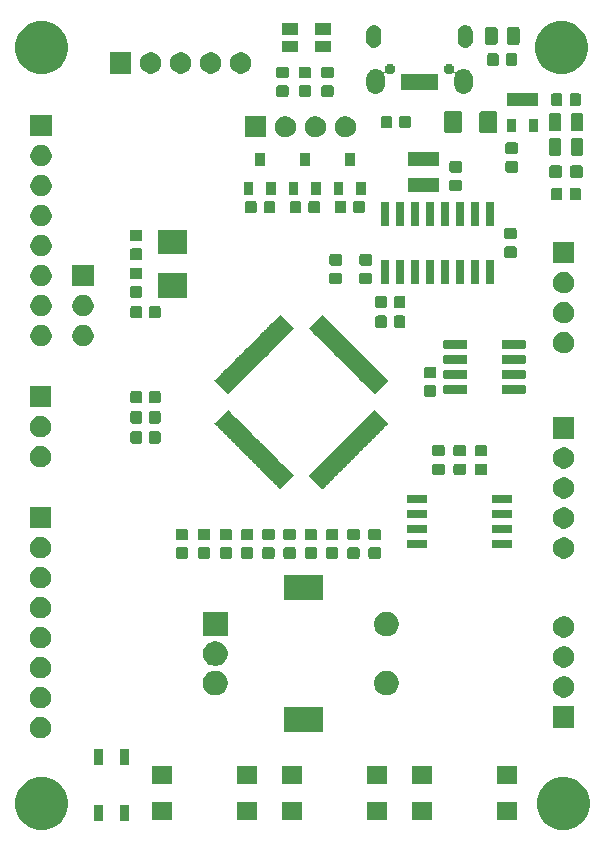
<source format=gbr>
G04 #@! TF.GenerationSoftware,KiCad,Pcbnew,(5.1.5)-2*
G04 #@! TF.CreationDate,2020-06-12T14:56:32+08:00*
G04 #@! TF.ProjectId,Bonjour STM32,426f6e6a-6f75-4722-9053-544d33322e6b,rev?*
G04 #@! TF.SameCoordinates,Original*
G04 #@! TF.FileFunction,Soldermask,Top*
G04 #@! TF.FilePolarity,Negative*
%FSLAX46Y46*%
G04 Gerber Fmt 4.6, Leading zero omitted, Abs format (unit mm)*
G04 Created by KiCad (PCBNEW (5.1.5)-2) date 2020-06-12 14:56:32*
%MOMM*%
%LPD*%
G04 APERTURE LIST*
%ADD10C,0.100000*%
G04 APERTURE END LIST*
D10*
G36*
X207442606Y-114759776D02*
G01*
X207823319Y-114835504D01*
X208232975Y-115005189D01*
X208601655Y-115251534D01*
X208915192Y-115565071D01*
X209161537Y-115933751D01*
X209331222Y-116343407D01*
X209417726Y-116778296D01*
X209417726Y-117221704D01*
X209331222Y-117656593D01*
X209161537Y-118066249D01*
X208915192Y-118434929D01*
X208601655Y-118748466D01*
X208232975Y-118994811D01*
X207823319Y-119164496D01*
X207442606Y-119240224D01*
X207388431Y-119251000D01*
X206945021Y-119251000D01*
X206890846Y-119240224D01*
X206510133Y-119164496D01*
X206100477Y-118994811D01*
X205731797Y-118748466D01*
X205418260Y-118434929D01*
X205171915Y-118066249D01*
X205002230Y-117656593D01*
X204915726Y-117221704D01*
X204915726Y-116778296D01*
X205002230Y-116343407D01*
X205171915Y-115933751D01*
X205418260Y-115565071D01*
X205731797Y-115251534D01*
X206100477Y-115005189D01*
X206510133Y-114835504D01*
X206890846Y-114759776D01*
X206945021Y-114749000D01*
X207388431Y-114749000D01*
X207442606Y-114759776D01*
G37*
G36*
X163275880Y-114759776D02*
G01*
X163656593Y-114835504D01*
X164066249Y-115005189D01*
X164434929Y-115251534D01*
X164748466Y-115565071D01*
X164994811Y-115933751D01*
X165164496Y-116343407D01*
X165251000Y-116778296D01*
X165251000Y-117221704D01*
X165164496Y-117656593D01*
X164994811Y-118066249D01*
X164748466Y-118434929D01*
X164434929Y-118748466D01*
X164066249Y-118994811D01*
X163656593Y-119164496D01*
X163275880Y-119240224D01*
X163221705Y-119251000D01*
X162778295Y-119251000D01*
X162724120Y-119240224D01*
X162343407Y-119164496D01*
X161933751Y-118994811D01*
X161565071Y-118748466D01*
X161251534Y-118434929D01*
X161005189Y-118066249D01*
X160835504Y-117656593D01*
X160749000Y-117221704D01*
X160749000Y-116778296D01*
X160835504Y-116343407D01*
X161005189Y-115933751D01*
X161251534Y-115565071D01*
X161565071Y-115251534D01*
X161933751Y-115005189D01*
X162343407Y-114835504D01*
X162724120Y-114759776D01*
X162778295Y-114749000D01*
X163221705Y-114749000D01*
X163275880Y-114759776D01*
G37*
G36*
X170403600Y-118460400D02*
G01*
X169651600Y-118460400D01*
X169651600Y-117158400D01*
X170403600Y-117158400D01*
X170403600Y-118460400D01*
G37*
G36*
X168203600Y-118460400D02*
G01*
X167451600Y-118460400D01*
X167451600Y-117158400D01*
X168203600Y-117158400D01*
X168203600Y-118460400D01*
G37*
G36*
X203251000Y-118351000D02*
G01*
X201549000Y-118351000D01*
X201549000Y-116849000D01*
X203251000Y-116849000D01*
X203251000Y-118351000D01*
G37*
G36*
X196051000Y-118351000D02*
G01*
X194349000Y-118351000D01*
X194349000Y-116849000D01*
X196051000Y-116849000D01*
X196051000Y-118351000D01*
G37*
G36*
X185051000Y-118351000D02*
G01*
X183349000Y-118351000D01*
X183349000Y-116849000D01*
X185051000Y-116849000D01*
X185051000Y-118351000D01*
G37*
G36*
X181251000Y-118351000D02*
G01*
X179549000Y-118351000D01*
X179549000Y-116849000D01*
X181251000Y-116849000D01*
X181251000Y-118351000D01*
G37*
G36*
X174051000Y-118351000D02*
G01*
X172349000Y-118351000D01*
X172349000Y-116849000D01*
X174051000Y-116849000D01*
X174051000Y-118351000D01*
G37*
G36*
X192251000Y-118351000D02*
G01*
X190549000Y-118351000D01*
X190549000Y-116849000D01*
X192251000Y-116849000D01*
X192251000Y-118351000D01*
G37*
G36*
X174051000Y-115351000D02*
G01*
X172349000Y-115351000D01*
X172349000Y-113849000D01*
X174051000Y-113849000D01*
X174051000Y-115351000D01*
G37*
G36*
X181251000Y-115351000D02*
G01*
X179549000Y-115351000D01*
X179549000Y-113849000D01*
X181251000Y-113849000D01*
X181251000Y-115351000D01*
G37*
G36*
X192251000Y-115351000D02*
G01*
X190549000Y-115351000D01*
X190549000Y-113849000D01*
X192251000Y-113849000D01*
X192251000Y-115351000D01*
G37*
G36*
X185051000Y-115351000D02*
G01*
X183349000Y-115351000D01*
X183349000Y-113849000D01*
X185051000Y-113849000D01*
X185051000Y-115351000D01*
G37*
G36*
X196051000Y-115351000D02*
G01*
X194349000Y-115351000D01*
X194349000Y-113849000D01*
X196051000Y-113849000D01*
X196051000Y-115351000D01*
G37*
G36*
X203251000Y-115351000D02*
G01*
X201549000Y-115351000D01*
X201549000Y-113849000D01*
X203251000Y-113849000D01*
X203251000Y-115351000D01*
G37*
G36*
X170403600Y-113706400D02*
G01*
X169651600Y-113706400D01*
X169651600Y-112404400D01*
X170403600Y-112404400D01*
X170403600Y-113706400D01*
G37*
G36*
X168203600Y-113706400D02*
G01*
X167451600Y-113706400D01*
X167451600Y-112404400D01*
X168203600Y-112404400D01*
X168203600Y-113706400D01*
G37*
G36*
X163013512Y-109683927D02*
G01*
X163162812Y-109713624D01*
X163326784Y-109781544D01*
X163474354Y-109880147D01*
X163599853Y-110005646D01*
X163698456Y-110153216D01*
X163766376Y-110317188D01*
X163801000Y-110491259D01*
X163801000Y-110668741D01*
X163766376Y-110842812D01*
X163698456Y-111006784D01*
X163599853Y-111154354D01*
X163474354Y-111279853D01*
X163326784Y-111378456D01*
X163162812Y-111446376D01*
X163013512Y-111476073D01*
X162988742Y-111481000D01*
X162811258Y-111481000D01*
X162786488Y-111476073D01*
X162637188Y-111446376D01*
X162473216Y-111378456D01*
X162325646Y-111279853D01*
X162200147Y-111154354D01*
X162101544Y-111006784D01*
X162033624Y-110842812D01*
X161999000Y-110668741D01*
X161999000Y-110491259D01*
X162033624Y-110317188D01*
X162101544Y-110153216D01*
X162200147Y-110005646D01*
X162325646Y-109880147D01*
X162473216Y-109781544D01*
X162637188Y-109713624D01*
X162786488Y-109683927D01*
X162811258Y-109679000D01*
X162988742Y-109679000D01*
X163013512Y-109683927D01*
G37*
G36*
X186851000Y-110951000D02*
G01*
X183549000Y-110951000D01*
X183549000Y-108849000D01*
X186851000Y-108849000D01*
X186851000Y-110951000D01*
G37*
G36*
X208101500Y-110565500D02*
G01*
X206299500Y-110565500D01*
X206299500Y-108763500D01*
X208101500Y-108763500D01*
X208101500Y-110565500D01*
G37*
G36*
X163013512Y-107143927D02*
G01*
X163162812Y-107173624D01*
X163326784Y-107241544D01*
X163474354Y-107340147D01*
X163599853Y-107465646D01*
X163698456Y-107613216D01*
X163766376Y-107777188D01*
X163801000Y-107951259D01*
X163801000Y-108128741D01*
X163766376Y-108302812D01*
X163698456Y-108466784D01*
X163599853Y-108614354D01*
X163474354Y-108739853D01*
X163326784Y-108838456D01*
X163162812Y-108906376D01*
X163013512Y-108936073D01*
X162988742Y-108941000D01*
X162811258Y-108941000D01*
X162786488Y-108936073D01*
X162637188Y-108906376D01*
X162473216Y-108838456D01*
X162325646Y-108739853D01*
X162200147Y-108614354D01*
X162101544Y-108466784D01*
X162033624Y-108302812D01*
X161999000Y-108128741D01*
X161999000Y-107951259D01*
X162033624Y-107777188D01*
X162101544Y-107613216D01*
X162200147Y-107465646D01*
X162325646Y-107340147D01*
X162473216Y-107241544D01*
X162637188Y-107173624D01*
X162786488Y-107143927D01*
X162811258Y-107139000D01*
X162988742Y-107139000D01*
X163013512Y-107143927D01*
G37*
G36*
X207314012Y-106228427D02*
G01*
X207463312Y-106258124D01*
X207627284Y-106326044D01*
X207774854Y-106424647D01*
X207900353Y-106550146D01*
X207998956Y-106697716D01*
X208066876Y-106861688D01*
X208101500Y-107035759D01*
X208101500Y-107213241D01*
X208066876Y-107387312D01*
X207998956Y-107551284D01*
X207900353Y-107698854D01*
X207774854Y-107824353D01*
X207627284Y-107922956D01*
X207463312Y-107990876D01*
X207314012Y-108020573D01*
X207289242Y-108025500D01*
X207111758Y-108025500D01*
X207086988Y-108020573D01*
X206937688Y-107990876D01*
X206773716Y-107922956D01*
X206626146Y-107824353D01*
X206500647Y-107698854D01*
X206402044Y-107551284D01*
X206334124Y-107387312D01*
X206299500Y-107213241D01*
X206299500Y-107035759D01*
X206334124Y-106861688D01*
X206402044Y-106697716D01*
X206500647Y-106550146D01*
X206626146Y-106424647D01*
X206773716Y-106326044D01*
X206937688Y-106258124D01*
X207086988Y-106228427D01*
X207111758Y-106223500D01*
X207289242Y-106223500D01*
X207314012Y-106228427D01*
G37*
G36*
X178006564Y-105789389D02*
G01*
X178197833Y-105868615D01*
X178197835Y-105868616D01*
X178369973Y-105983635D01*
X178516365Y-106130027D01*
X178628906Y-106298456D01*
X178631385Y-106302167D01*
X178710611Y-106493436D01*
X178751000Y-106696484D01*
X178751000Y-106903516D01*
X178710611Y-107106564D01*
X178631385Y-107297833D01*
X178631384Y-107297835D01*
X178516365Y-107469973D01*
X178369973Y-107616365D01*
X178197835Y-107731384D01*
X178197834Y-107731385D01*
X178197833Y-107731385D01*
X178006564Y-107810611D01*
X177803516Y-107851000D01*
X177596484Y-107851000D01*
X177393436Y-107810611D01*
X177202167Y-107731385D01*
X177202166Y-107731385D01*
X177202165Y-107731384D01*
X177030027Y-107616365D01*
X176883635Y-107469973D01*
X176768616Y-107297835D01*
X176768615Y-107297833D01*
X176689389Y-107106564D01*
X176649000Y-106903516D01*
X176649000Y-106696484D01*
X176689389Y-106493436D01*
X176768615Y-106302167D01*
X176771095Y-106298456D01*
X176883635Y-106130027D01*
X177030027Y-105983635D01*
X177202165Y-105868616D01*
X177202167Y-105868615D01*
X177393436Y-105789389D01*
X177596484Y-105749000D01*
X177803516Y-105749000D01*
X178006564Y-105789389D01*
G37*
G36*
X192506564Y-105789389D02*
G01*
X192697833Y-105868615D01*
X192697835Y-105868616D01*
X192869973Y-105983635D01*
X193016365Y-106130027D01*
X193128906Y-106298456D01*
X193131385Y-106302167D01*
X193210611Y-106493436D01*
X193251000Y-106696484D01*
X193251000Y-106903516D01*
X193210611Y-107106564D01*
X193131385Y-107297833D01*
X193131384Y-107297835D01*
X193016365Y-107469973D01*
X192869973Y-107616365D01*
X192697835Y-107731384D01*
X192697834Y-107731385D01*
X192697833Y-107731385D01*
X192506564Y-107810611D01*
X192303516Y-107851000D01*
X192096484Y-107851000D01*
X191893436Y-107810611D01*
X191702167Y-107731385D01*
X191702166Y-107731385D01*
X191702165Y-107731384D01*
X191530027Y-107616365D01*
X191383635Y-107469973D01*
X191268616Y-107297835D01*
X191268615Y-107297833D01*
X191189389Y-107106564D01*
X191149000Y-106903516D01*
X191149000Y-106696484D01*
X191189389Y-106493436D01*
X191268615Y-106302167D01*
X191271095Y-106298456D01*
X191383635Y-106130027D01*
X191530027Y-105983635D01*
X191702165Y-105868616D01*
X191702167Y-105868615D01*
X191893436Y-105789389D01*
X192096484Y-105749000D01*
X192303516Y-105749000D01*
X192506564Y-105789389D01*
G37*
G36*
X163013512Y-104603927D02*
G01*
X163162812Y-104633624D01*
X163326784Y-104701544D01*
X163474354Y-104800147D01*
X163599853Y-104925646D01*
X163698456Y-105073216D01*
X163766376Y-105237188D01*
X163801000Y-105411259D01*
X163801000Y-105588741D01*
X163766376Y-105762812D01*
X163698456Y-105926784D01*
X163599853Y-106074354D01*
X163474354Y-106199853D01*
X163326784Y-106298456D01*
X163162812Y-106366376D01*
X163013512Y-106396073D01*
X162988742Y-106401000D01*
X162811258Y-106401000D01*
X162786488Y-106396073D01*
X162637188Y-106366376D01*
X162473216Y-106298456D01*
X162325646Y-106199853D01*
X162200147Y-106074354D01*
X162101544Y-105926784D01*
X162033624Y-105762812D01*
X161999000Y-105588741D01*
X161999000Y-105411259D01*
X162033624Y-105237188D01*
X162101544Y-105073216D01*
X162200147Y-104925646D01*
X162325646Y-104800147D01*
X162473216Y-104701544D01*
X162637188Y-104633624D01*
X162786488Y-104603927D01*
X162811258Y-104599000D01*
X162988742Y-104599000D01*
X163013512Y-104603927D01*
G37*
G36*
X207314012Y-103688427D02*
G01*
X207463312Y-103718124D01*
X207627284Y-103786044D01*
X207774854Y-103884647D01*
X207900353Y-104010146D01*
X207998956Y-104157716D01*
X208066876Y-104321688D01*
X208101500Y-104495759D01*
X208101500Y-104673241D01*
X208066876Y-104847312D01*
X207998956Y-105011284D01*
X207900353Y-105158854D01*
X207774854Y-105284353D01*
X207627284Y-105382956D01*
X207463312Y-105450876D01*
X207314012Y-105480573D01*
X207289242Y-105485500D01*
X207111758Y-105485500D01*
X207086988Y-105480573D01*
X206937688Y-105450876D01*
X206773716Y-105382956D01*
X206626146Y-105284353D01*
X206500647Y-105158854D01*
X206402044Y-105011284D01*
X206334124Y-104847312D01*
X206299500Y-104673241D01*
X206299500Y-104495759D01*
X206334124Y-104321688D01*
X206402044Y-104157716D01*
X206500647Y-104010146D01*
X206626146Y-103884647D01*
X206773716Y-103786044D01*
X206937688Y-103718124D01*
X207086988Y-103688427D01*
X207111758Y-103683500D01*
X207289242Y-103683500D01*
X207314012Y-103688427D01*
G37*
G36*
X178006564Y-103289389D02*
G01*
X178197833Y-103368615D01*
X178197835Y-103368616D01*
X178369973Y-103483635D01*
X178516365Y-103630027D01*
X178602179Y-103758456D01*
X178631385Y-103802167D01*
X178710611Y-103993436D01*
X178751000Y-104196484D01*
X178751000Y-104403516D01*
X178710611Y-104606564D01*
X178682992Y-104673242D01*
X178631384Y-104797835D01*
X178516365Y-104969973D01*
X178369973Y-105116365D01*
X178197835Y-105231384D01*
X178197834Y-105231385D01*
X178197833Y-105231385D01*
X178006564Y-105310611D01*
X177803516Y-105351000D01*
X177596484Y-105351000D01*
X177393436Y-105310611D01*
X177202167Y-105231385D01*
X177202166Y-105231385D01*
X177202165Y-105231384D01*
X177030027Y-105116365D01*
X176883635Y-104969973D01*
X176768616Y-104797835D01*
X176717008Y-104673242D01*
X176689389Y-104606564D01*
X176649000Y-104403516D01*
X176649000Y-104196484D01*
X176689389Y-103993436D01*
X176768615Y-103802167D01*
X176797822Y-103758456D01*
X176883635Y-103630027D01*
X177030027Y-103483635D01*
X177202165Y-103368616D01*
X177202167Y-103368615D01*
X177393436Y-103289389D01*
X177596484Y-103249000D01*
X177803516Y-103249000D01*
X178006564Y-103289389D01*
G37*
G36*
X163013512Y-102063927D02*
G01*
X163162812Y-102093624D01*
X163326784Y-102161544D01*
X163474354Y-102260147D01*
X163599853Y-102385646D01*
X163698456Y-102533216D01*
X163766376Y-102697188D01*
X163801000Y-102871259D01*
X163801000Y-103048741D01*
X163766376Y-103222812D01*
X163698456Y-103386784D01*
X163599853Y-103534354D01*
X163474354Y-103659853D01*
X163326784Y-103758456D01*
X163162812Y-103826376D01*
X163013512Y-103856073D01*
X162988742Y-103861000D01*
X162811258Y-103861000D01*
X162786488Y-103856073D01*
X162637188Y-103826376D01*
X162473216Y-103758456D01*
X162325646Y-103659853D01*
X162200147Y-103534354D01*
X162101544Y-103386784D01*
X162033624Y-103222812D01*
X161999000Y-103048741D01*
X161999000Y-102871259D01*
X162033624Y-102697188D01*
X162101544Y-102533216D01*
X162200147Y-102385646D01*
X162325646Y-102260147D01*
X162473216Y-102161544D01*
X162637188Y-102093624D01*
X162786488Y-102063927D01*
X162811258Y-102059000D01*
X162988742Y-102059000D01*
X163013512Y-102063927D01*
G37*
G36*
X207314012Y-101148427D02*
G01*
X207463312Y-101178124D01*
X207627284Y-101246044D01*
X207774854Y-101344647D01*
X207900353Y-101470146D01*
X207998956Y-101617716D01*
X208066876Y-101781688D01*
X208101500Y-101955759D01*
X208101500Y-102133241D01*
X208066876Y-102307312D01*
X207998956Y-102471284D01*
X207900353Y-102618854D01*
X207774854Y-102744353D01*
X207627284Y-102842956D01*
X207463312Y-102910876D01*
X207314012Y-102940573D01*
X207289242Y-102945500D01*
X207111758Y-102945500D01*
X207086988Y-102940573D01*
X206937688Y-102910876D01*
X206773716Y-102842956D01*
X206626146Y-102744353D01*
X206500647Y-102618854D01*
X206402044Y-102471284D01*
X206334124Y-102307312D01*
X206299500Y-102133241D01*
X206299500Y-101955759D01*
X206334124Y-101781688D01*
X206402044Y-101617716D01*
X206500647Y-101470146D01*
X206626146Y-101344647D01*
X206773716Y-101246044D01*
X206937688Y-101178124D01*
X207086988Y-101148427D01*
X207111758Y-101143500D01*
X207289242Y-101143500D01*
X207314012Y-101148427D01*
G37*
G36*
X178751000Y-102851000D02*
G01*
X176649000Y-102851000D01*
X176649000Y-100749000D01*
X178751000Y-100749000D01*
X178751000Y-102851000D01*
G37*
G36*
X192506564Y-100789389D02*
G01*
X192697833Y-100868615D01*
X192697835Y-100868616D01*
X192869973Y-100983635D01*
X193016365Y-101130027D01*
X193131385Y-101302167D01*
X193210611Y-101493436D01*
X193251000Y-101696484D01*
X193251000Y-101903516D01*
X193210611Y-102106564D01*
X193131385Y-102297833D01*
X193131384Y-102297835D01*
X193016365Y-102469973D01*
X192869973Y-102616365D01*
X192697835Y-102731384D01*
X192697834Y-102731385D01*
X192697833Y-102731385D01*
X192506564Y-102810611D01*
X192303516Y-102851000D01*
X192096484Y-102851000D01*
X191893436Y-102810611D01*
X191702167Y-102731385D01*
X191702166Y-102731385D01*
X191702165Y-102731384D01*
X191530027Y-102616365D01*
X191383635Y-102469973D01*
X191268616Y-102297835D01*
X191268615Y-102297833D01*
X191189389Y-102106564D01*
X191149000Y-101903516D01*
X191149000Y-101696484D01*
X191189389Y-101493436D01*
X191268615Y-101302167D01*
X191383635Y-101130027D01*
X191530027Y-100983635D01*
X191702165Y-100868616D01*
X191702167Y-100868615D01*
X191893436Y-100789389D01*
X192096484Y-100749000D01*
X192303516Y-100749000D01*
X192506564Y-100789389D01*
G37*
G36*
X163013512Y-99523927D02*
G01*
X163162812Y-99553624D01*
X163326784Y-99621544D01*
X163474354Y-99720147D01*
X163599853Y-99845646D01*
X163698456Y-99993216D01*
X163766376Y-100157188D01*
X163801000Y-100331259D01*
X163801000Y-100508741D01*
X163766376Y-100682812D01*
X163698456Y-100846784D01*
X163599853Y-100994354D01*
X163474354Y-101119853D01*
X163326784Y-101218456D01*
X163162812Y-101286376D01*
X163013512Y-101316073D01*
X162988742Y-101321000D01*
X162811258Y-101321000D01*
X162786488Y-101316073D01*
X162637188Y-101286376D01*
X162473216Y-101218456D01*
X162325646Y-101119853D01*
X162200147Y-100994354D01*
X162101544Y-100846784D01*
X162033624Y-100682812D01*
X161999000Y-100508741D01*
X161999000Y-100331259D01*
X162033624Y-100157188D01*
X162101544Y-99993216D01*
X162200147Y-99845646D01*
X162325646Y-99720147D01*
X162473216Y-99621544D01*
X162637188Y-99553624D01*
X162786488Y-99523927D01*
X162811258Y-99519000D01*
X162988742Y-99519000D01*
X163013512Y-99523927D01*
G37*
G36*
X186851000Y-99751000D02*
G01*
X183549000Y-99751000D01*
X183549000Y-97649000D01*
X186851000Y-97649000D01*
X186851000Y-99751000D01*
G37*
G36*
X163013512Y-96983927D02*
G01*
X163162812Y-97013624D01*
X163326784Y-97081544D01*
X163474354Y-97180147D01*
X163599853Y-97305646D01*
X163698456Y-97453216D01*
X163766376Y-97617188D01*
X163801000Y-97791259D01*
X163801000Y-97968741D01*
X163766376Y-98142812D01*
X163698456Y-98306784D01*
X163599853Y-98454354D01*
X163474354Y-98579853D01*
X163326784Y-98678456D01*
X163162812Y-98746376D01*
X163013512Y-98776073D01*
X162988742Y-98781000D01*
X162811258Y-98781000D01*
X162786488Y-98776073D01*
X162637188Y-98746376D01*
X162473216Y-98678456D01*
X162325646Y-98579853D01*
X162200147Y-98454354D01*
X162101544Y-98306784D01*
X162033624Y-98142812D01*
X161999000Y-97968741D01*
X161999000Y-97791259D01*
X162033624Y-97617188D01*
X162101544Y-97453216D01*
X162200147Y-97305646D01*
X162325646Y-97180147D01*
X162473216Y-97081544D01*
X162637188Y-97013624D01*
X162786488Y-96983927D01*
X162811258Y-96979000D01*
X162988742Y-96979000D01*
X163013512Y-96983927D01*
G37*
G36*
X180779591Y-95303085D02*
G01*
X180813569Y-95313393D01*
X180844890Y-95330134D01*
X180872339Y-95352661D01*
X180894866Y-95380110D01*
X180911607Y-95411431D01*
X180921915Y-95445409D01*
X180926000Y-95486890D01*
X180926000Y-96088110D01*
X180921915Y-96129591D01*
X180911607Y-96163569D01*
X180894866Y-96194890D01*
X180872339Y-96222339D01*
X180844890Y-96244866D01*
X180813569Y-96261607D01*
X180779591Y-96271915D01*
X180738110Y-96276000D01*
X180061890Y-96276000D01*
X180020409Y-96271915D01*
X179986431Y-96261607D01*
X179955110Y-96244866D01*
X179927661Y-96222339D01*
X179905134Y-96194890D01*
X179888393Y-96163569D01*
X179878085Y-96129591D01*
X179874000Y-96088110D01*
X179874000Y-95486890D01*
X179878085Y-95445409D01*
X179888393Y-95411431D01*
X179905134Y-95380110D01*
X179927661Y-95352661D01*
X179955110Y-95330134D01*
X179986431Y-95313393D01*
X180020409Y-95303085D01*
X180061890Y-95299000D01*
X180738110Y-95299000D01*
X180779591Y-95303085D01*
G37*
G36*
X184379591Y-95303085D02*
G01*
X184413569Y-95313393D01*
X184444890Y-95330134D01*
X184472339Y-95352661D01*
X184494866Y-95380110D01*
X184511607Y-95411431D01*
X184521915Y-95445409D01*
X184526000Y-95486890D01*
X184526000Y-96088110D01*
X184521915Y-96129591D01*
X184511607Y-96163569D01*
X184494866Y-96194890D01*
X184472339Y-96222339D01*
X184444890Y-96244866D01*
X184413569Y-96261607D01*
X184379591Y-96271915D01*
X184338110Y-96276000D01*
X183661890Y-96276000D01*
X183620409Y-96271915D01*
X183586431Y-96261607D01*
X183555110Y-96244866D01*
X183527661Y-96222339D01*
X183505134Y-96194890D01*
X183488393Y-96163569D01*
X183478085Y-96129591D01*
X183474000Y-96088110D01*
X183474000Y-95486890D01*
X183478085Y-95445409D01*
X183488393Y-95411431D01*
X183505134Y-95380110D01*
X183527661Y-95352661D01*
X183555110Y-95330134D01*
X183586431Y-95313393D01*
X183620409Y-95303085D01*
X183661890Y-95299000D01*
X184338110Y-95299000D01*
X184379591Y-95303085D01*
G37*
G36*
X175258591Y-95303085D02*
G01*
X175292569Y-95313393D01*
X175323890Y-95330134D01*
X175351339Y-95352661D01*
X175373866Y-95380110D01*
X175390607Y-95411431D01*
X175400915Y-95445409D01*
X175405000Y-95486890D01*
X175405000Y-96088110D01*
X175400915Y-96129591D01*
X175390607Y-96163569D01*
X175373866Y-96194890D01*
X175351339Y-96222339D01*
X175323890Y-96244866D01*
X175292569Y-96261607D01*
X175258591Y-96271915D01*
X175217110Y-96276000D01*
X174540890Y-96276000D01*
X174499409Y-96271915D01*
X174465431Y-96261607D01*
X174434110Y-96244866D01*
X174406661Y-96222339D01*
X174384134Y-96194890D01*
X174367393Y-96163569D01*
X174357085Y-96129591D01*
X174353000Y-96088110D01*
X174353000Y-95486890D01*
X174357085Y-95445409D01*
X174367393Y-95411431D01*
X174384134Y-95380110D01*
X174406661Y-95352661D01*
X174434110Y-95330134D01*
X174465431Y-95313393D01*
X174499409Y-95303085D01*
X174540890Y-95299000D01*
X175217110Y-95299000D01*
X175258591Y-95303085D01*
G37*
G36*
X177129591Y-95303085D02*
G01*
X177163569Y-95313393D01*
X177194890Y-95330134D01*
X177222339Y-95352661D01*
X177244866Y-95380110D01*
X177261607Y-95411431D01*
X177271915Y-95445409D01*
X177276000Y-95486890D01*
X177276000Y-96088110D01*
X177271915Y-96129591D01*
X177261607Y-96163569D01*
X177244866Y-96194890D01*
X177222339Y-96222339D01*
X177194890Y-96244866D01*
X177163569Y-96261607D01*
X177129591Y-96271915D01*
X177088110Y-96276000D01*
X176411890Y-96276000D01*
X176370409Y-96271915D01*
X176336431Y-96261607D01*
X176305110Y-96244866D01*
X176277661Y-96222339D01*
X176255134Y-96194890D01*
X176238393Y-96163569D01*
X176228085Y-96129591D01*
X176224000Y-96088110D01*
X176224000Y-95486890D01*
X176228085Y-95445409D01*
X176238393Y-95411431D01*
X176255134Y-95380110D01*
X176277661Y-95352661D01*
X176305110Y-95330134D01*
X176336431Y-95313393D01*
X176370409Y-95303085D01*
X176411890Y-95299000D01*
X177088110Y-95299000D01*
X177129591Y-95303085D01*
G37*
G36*
X186179591Y-95303085D02*
G01*
X186213569Y-95313393D01*
X186244890Y-95330134D01*
X186272339Y-95352661D01*
X186294866Y-95380110D01*
X186311607Y-95411431D01*
X186321915Y-95445409D01*
X186326000Y-95486890D01*
X186326000Y-96088110D01*
X186321915Y-96129591D01*
X186311607Y-96163569D01*
X186294866Y-96194890D01*
X186272339Y-96222339D01*
X186244890Y-96244866D01*
X186213569Y-96261607D01*
X186179591Y-96271915D01*
X186138110Y-96276000D01*
X185461890Y-96276000D01*
X185420409Y-96271915D01*
X185386431Y-96261607D01*
X185355110Y-96244866D01*
X185327661Y-96222339D01*
X185305134Y-96194890D01*
X185288393Y-96163569D01*
X185278085Y-96129591D01*
X185274000Y-96088110D01*
X185274000Y-95486890D01*
X185278085Y-95445409D01*
X185288393Y-95411431D01*
X185305134Y-95380110D01*
X185327661Y-95352661D01*
X185355110Y-95330134D01*
X185386431Y-95313393D01*
X185420409Y-95303085D01*
X185461890Y-95299000D01*
X186138110Y-95299000D01*
X186179591Y-95303085D01*
G37*
G36*
X178979591Y-95303085D02*
G01*
X179013569Y-95313393D01*
X179044890Y-95330134D01*
X179072339Y-95352661D01*
X179094866Y-95380110D01*
X179111607Y-95411431D01*
X179121915Y-95445409D01*
X179126000Y-95486890D01*
X179126000Y-96088110D01*
X179121915Y-96129591D01*
X179111607Y-96163569D01*
X179094866Y-96194890D01*
X179072339Y-96222339D01*
X179044890Y-96244866D01*
X179013569Y-96261607D01*
X178979591Y-96271915D01*
X178938110Y-96276000D01*
X178261890Y-96276000D01*
X178220409Y-96271915D01*
X178186431Y-96261607D01*
X178155110Y-96244866D01*
X178127661Y-96222339D01*
X178105134Y-96194890D01*
X178088393Y-96163569D01*
X178078085Y-96129591D01*
X178074000Y-96088110D01*
X178074000Y-95486890D01*
X178078085Y-95445409D01*
X178088393Y-95411431D01*
X178105134Y-95380110D01*
X178127661Y-95352661D01*
X178155110Y-95330134D01*
X178186431Y-95313393D01*
X178220409Y-95303085D01*
X178261890Y-95299000D01*
X178938110Y-95299000D01*
X178979591Y-95303085D01*
G37*
G36*
X182579591Y-95303085D02*
G01*
X182613569Y-95313393D01*
X182644890Y-95330134D01*
X182672339Y-95352661D01*
X182694866Y-95380110D01*
X182711607Y-95411431D01*
X182721915Y-95445409D01*
X182726000Y-95486890D01*
X182726000Y-96088110D01*
X182721915Y-96129591D01*
X182711607Y-96163569D01*
X182694866Y-96194890D01*
X182672339Y-96222339D01*
X182644890Y-96244866D01*
X182613569Y-96261607D01*
X182579591Y-96271915D01*
X182538110Y-96276000D01*
X181861890Y-96276000D01*
X181820409Y-96271915D01*
X181786431Y-96261607D01*
X181755110Y-96244866D01*
X181727661Y-96222339D01*
X181705134Y-96194890D01*
X181688393Y-96163569D01*
X181678085Y-96129591D01*
X181674000Y-96088110D01*
X181674000Y-95486890D01*
X181678085Y-95445409D01*
X181688393Y-95411431D01*
X181705134Y-95380110D01*
X181727661Y-95352661D01*
X181755110Y-95330134D01*
X181786431Y-95313393D01*
X181820409Y-95303085D01*
X181861890Y-95299000D01*
X182538110Y-95299000D01*
X182579591Y-95303085D01*
G37*
G36*
X189779591Y-95303085D02*
G01*
X189813569Y-95313393D01*
X189844890Y-95330134D01*
X189872339Y-95352661D01*
X189894866Y-95380110D01*
X189911607Y-95411431D01*
X189921915Y-95445409D01*
X189926000Y-95486890D01*
X189926000Y-96088110D01*
X189921915Y-96129591D01*
X189911607Y-96163569D01*
X189894866Y-96194890D01*
X189872339Y-96222339D01*
X189844890Y-96244866D01*
X189813569Y-96261607D01*
X189779591Y-96271915D01*
X189738110Y-96276000D01*
X189061890Y-96276000D01*
X189020409Y-96271915D01*
X188986431Y-96261607D01*
X188955110Y-96244866D01*
X188927661Y-96222339D01*
X188905134Y-96194890D01*
X188888393Y-96163569D01*
X188878085Y-96129591D01*
X188874000Y-96088110D01*
X188874000Y-95486890D01*
X188878085Y-95445409D01*
X188888393Y-95411431D01*
X188905134Y-95380110D01*
X188927661Y-95352661D01*
X188955110Y-95330134D01*
X188986431Y-95313393D01*
X189020409Y-95303085D01*
X189061890Y-95299000D01*
X189738110Y-95299000D01*
X189779591Y-95303085D01*
G37*
G36*
X187979591Y-95303085D02*
G01*
X188013569Y-95313393D01*
X188044890Y-95330134D01*
X188072339Y-95352661D01*
X188094866Y-95380110D01*
X188111607Y-95411431D01*
X188121915Y-95445409D01*
X188126000Y-95486890D01*
X188126000Y-96088110D01*
X188121915Y-96129591D01*
X188111607Y-96163569D01*
X188094866Y-96194890D01*
X188072339Y-96222339D01*
X188044890Y-96244866D01*
X188013569Y-96261607D01*
X187979591Y-96271915D01*
X187938110Y-96276000D01*
X187261890Y-96276000D01*
X187220409Y-96271915D01*
X187186431Y-96261607D01*
X187155110Y-96244866D01*
X187127661Y-96222339D01*
X187105134Y-96194890D01*
X187088393Y-96163569D01*
X187078085Y-96129591D01*
X187074000Y-96088110D01*
X187074000Y-95486890D01*
X187078085Y-95445409D01*
X187088393Y-95411431D01*
X187105134Y-95380110D01*
X187127661Y-95352661D01*
X187155110Y-95330134D01*
X187186431Y-95313393D01*
X187220409Y-95303085D01*
X187261890Y-95299000D01*
X187938110Y-95299000D01*
X187979591Y-95303085D01*
G37*
G36*
X191579591Y-95303085D02*
G01*
X191613569Y-95313393D01*
X191644890Y-95330134D01*
X191672339Y-95352661D01*
X191694866Y-95380110D01*
X191711607Y-95411431D01*
X191721915Y-95445409D01*
X191726000Y-95486890D01*
X191726000Y-96088110D01*
X191721915Y-96129591D01*
X191711607Y-96163569D01*
X191694866Y-96194890D01*
X191672339Y-96222339D01*
X191644890Y-96244866D01*
X191613569Y-96261607D01*
X191579591Y-96271915D01*
X191538110Y-96276000D01*
X190861890Y-96276000D01*
X190820409Y-96271915D01*
X190786431Y-96261607D01*
X190755110Y-96244866D01*
X190727661Y-96222339D01*
X190705134Y-96194890D01*
X190688393Y-96163569D01*
X190678085Y-96129591D01*
X190674000Y-96088110D01*
X190674000Y-95486890D01*
X190678085Y-95445409D01*
X190688393Y-95411431D01*
X190705134Y-95380110D01*
X190727661Y-95352661D01*
X190755110Y-95330134D01*
X190786431Y-95313393D01*
X190820409Y-95303085D01*
X190861890Y-95299000D01*
X191538110Y-95299000D01*
X191579591Y-95303085D01*
G37*
G36*
X207313512Y-94463927D02*
G01*
X207462812Y-94493624D01*
X207626784Y-94561544D01*
X207774354Y-94660147D01*
X207899853Y-94785646D01*
X207998456Y-94933216D01*
X208066376Y-95097188D01*
X208094158Y-95236860D01*
X208101000Y-95271258D01*
X208101000Y-95448742D01*
X208096073Y-95473512D01*
X208066376Y-95622812D01*
X207998456Y-95786784D01*
X207899853Y-95934354D01*
X207774354Y-96059853D01*
X207626784Y-96158456D01*
X207462812Y-96226376D01*
X207313512Y-96256073D01*
X207288742Y-96261000D01*
X207111258Y-96261000D01*
X207086488Y-96256073D01*
X206937188Y-96226376D01*
X206773216Y-96158456D01*
X206625646Y-96059853D01*
X206500147Y-95934354D01*
X206401544Y-95786784D01*
X206333624Y-95622812D01*
X206303927Y-95473512D01*
X206299000Y-95448742D01*
X206299000Y-95271258D01*
X206305842Y-95236860D01*
X206333624Y-95097188D01*
X206401544Y-94933216D01*
X206500147Y-94785646D01*
X206625646Y-94660147D01*
X206773216Y-94561544D01*
X206937188Y-94493624D01*
X207086488Y-94463927D01*
X207111258Y-94459000D01*
X207288742Y-94459000D01*
X207313512Y-94463927D01*
G37*
G36*
X163013512Y-94443927D02*
G01*
X163162812Y-94473624D01*
X163326784Y-94541544D01*
X163474354Y-94640147D01*
X163599853Y-94765646D01*
X163698456Y-94913216D01*
X163766376Y-95077188D01*
X163793736Y-95214738D01*
X163800285Y-95247661D01*
X163801000Y-95251259D01*
X163801000Y-95428741D01*
X163766376Y-95602812D01*
X163698456Y-95766784D01*
X163599853Y-95914354D01*
X163474354Y-96039853D01*
X163326784Y-96138456D01*
X163162812Y-96206376D01*
X163019730Y-96234836D01*
X162988742Y-96241000D01*
X162811258Y-96241000D01*
X162780270Y-96234836D01*
X162637188Y-96206376D01*
X162473216Y-96138456D01*
X162325646Y-96039853D01*
X162200147Y-95914354D01*
X162101544Y-95766784D01*
X162033624Y-95602812D01*
X161999000Y-95428741D01*
X161999000Y-95251259D01*
X161999716Y-95247661D01*
X162006264Y-95214738D01*
X162033624Y-95077188D01*
X162101544Y-94913216D01*
X162200147Y-94765646D01*
X162325646Y-94640147D01*
X162473216Y-94541544D01*
X162637188Y-94473624D01*
X162786488Y-94443927D01*
X162811258Y-94439000D01*
X162988742Y-94439000D01*
X163013512Y-94443927D01*
G37*
G36*
X195559928Y-94656764D02*
G01*
X195581009Y-94663160D01*
X195600445Y-94673548D01*
X195617476Y-94687524D01*
X195631452Y-94704555D01*
X195641840Y-94723991D01*
X195648236Y-94745072D01*
X195651000Y-94773140D01*
X195651000Y-95236860D01*
X195648236Y-95264928D01*
X195641840Y-95286009D01*
X195631452Y-95305445D01*
X195617476Y-95322476D01*
X195600445Y-95336452D01*
X195581009Y-95346840D01*
X195559928Y-95353236D01*
X195531860Y-95356000D01*
X194068140Y-95356000D01*
X194040072Y-95353236D01*
X194018991Y-95346840D01*
X193999555Y-95336452D01*
X193982524Y-95322476D01*
X193968548Y-95305445D01*
X193958160Y-95286009D01*
X193951764Y-95264928D01*
X193949000Y-95236860D01*
X193949000Y-94773140D01*
X193951764Y-94745072D01*
X193958160Y-94723991D01*
X193968548Y-94704555D01*
X193982524Y-94687524D01*
X193999555Y-94673548D01*
X194018991Y-94663160D01*
X194040072Y-94656764D01*
X194068140Y-94654000D01*
X195531860Y-94654000D01*
X195559928Y-94656764D01*
G37*
G36*
X202759928Y-94656764D02*
G01*
X202781009Y-94663160D01*
X202800445Y-94673548D01*
X202817476Y-94687524D01*
X202831452Y-94704555D01*
X202841840Y-94723991D01*
X202848236Y-94745072D01*
X202851000Y-94773140D01*
X202851000Y-95236860D01*
X202848236Y-95264928D01*
X202841840Y-95286009D01*
X202831452Y-95305445D01*
X202817476Y-95322476D01*
X202800445Y-95336452D01*
X202781009Y-95346840D01*
X202759928Y-95353236D01*
X202731860Y-95356000D01*
X201268140Y-95356000D01*
X201240072Y-95353236D01*
X201218991Y-95346840D01*
X201199555Y-95336452D01*
X201182524Y-95322476D01*
X201168548Y-95305445D01*
X201158160Y-95286009D01*
X201151764Y-95264928D01*
X201149000Y-95236860D01*
X201149000Y-94773140D01*
X201151764Y-94745072D01*
X201158160Y-94723991D01*
X201168548Y-94704555D01*
X201182524Y-94687524D01*
X201199555Y-94673548D01*
X201218991Y-94663160D01*
X201240072Y-94656764D01*
X201268140Y-94654000D01*
X202731860Y-94654000D01*
X202759928Y-94656764D01*
G37*
G36*
X184379591Y-93728085D02*
G01*
X184413569Y-93738393D01*
X184444890Y-93755134D01*
X184472339Y-93777661D01*
X184494866Y-93805110D01*
X184511607Y-93836431D01*
X184521915Y-93870409D01*
X184526000Y-93911890D01*
X184526000Y-94513110D01*
X184521915Y-94554591D01*
X184511607Y-94588569D01*
X184494866Y-94619890D01*
X184472339Y-94647339D01*
X184444890Y-94669866D01*
X184413569Y-94686607D01*
X184379591Y-94696915D01*
X184338110Y-94701000D01*
X183661890Y-94701000D01*
X183620409Y-94696915D01*
X183586431Y-94686607D01*
X183555110Y-94669866D01*
X183527661Y-94647339D01*
X183505134Y-94619890D01*
X183488393Y-94588569D01*
X183478085Y-94554591D01*
X183474000Y-94513110D01*
X183474000Y-93911890D01*
X183478085Y-93870409D01*
X183488393Y-93836431D01*
X183505134Y-93805110D01*
X183527661Y-93777661D01*
X183555110Y-93755134D01*
X183586431Y-93738393D01*
X183620409Y-93728085D01*
X183661890Y-93724000D01*
X184338110Y-93724000D01*
X184379591Y-93728085D01*
G37*
G36*
X187979591Y-93728085D02*
G01*
X188013569Y-93738393D01*
X188044890Y-93755134D01*
X188072339Y-93777661D01*
X188094866Y-93805110D01*
X188111607Y-93836431D01*
X188121915Y-93870409D01*
X188126000Y-93911890D01*
X188126000Y-94513110D01*
X188121915Y-94554591D01*
X188111607Y-94588569D01*
X188094866Y-94619890D01*
X188072339Y-94647339D01*
X188044890Y-94669866D01*
X188013569Y-94686607D01*
X187979591Y-94696915D01*
X187938110Y-94701000D01*
X187261890Y-94701000D01*
X187220409Y-94696915D01*
X187186431Y-94686607D01*
X187155110Y-94669866D01*
X187127661Y-94647339D01*
X187105134Y-94619890D01*
X187088393Y-94588569D01*
X187078085Y-94554591D01*
X187074000Y-94513110D01*
X187074000Y-93911890D01*
X187078085Y-93870409D01*
X187088393Y-93836431D01*
X187105134Y-93805110D01*
X187127661Y-93777661D01*
X187155110Y-93755134D01*
X187186431Y-93738393D01*
X187220409Y-93728085D01*
X187261890Y-93724000D01*
X187938110Y-93724000D01*
X187979591Y-93728085D01*
G37*
G36*
X182579591Y-93728085D02*
G01*
X182613569Y-93738393D01*
X182644890Y-93755134D01*
X182672339Y-93777661D01*
X182694866Y-93805110D01*
X182711607Y-93836431D01*
X182721915Y-93870409D01*
X182726000Y-93911890D01*
X182726000Y-94513110D01*
X182721915Y-94554591D01*
X182711607Y-94588569D01*
X182694866Y-94619890D01*
X182672339Y-94647339D01*
X182644890Y-94669866D01*
X182613569Y-94686607D01*
X182579591Y-94696915D01*
X182538110Y-94701000D01*
X181861890Y-94701000D01*
X181820409Y-94696915D01*
X181786431Y-94686607D01*
X181755110Y-94669866D01*
X181727661Y-94647339D01*
X181705134Y-94619890D01*
X181688393Y-94588569D01*
X181678085Y-94554591D01*
X181674000Y-94513110D01*
X181674000Y-93911890D01*
X181678085Y-93870409D01*
X181688393Y-93836431D01*
X181705134Y-93805110D01*
X181727661Y-93777661D01*
X181755110Y-93755134D01*
X181786431Y-93738393D01*
X181820409Y-93728085D01*
X181861890Y-93724000D01*
X182538110Y-93724000D01*
X182579591Y-93728085D01*
G37*
G36*
X180779591Y-93728085D02*
G01*
X180813569Y-93738393D01*
X180844890Y-93755134D01*
X180872339Y-93777661D01*
X180894866Y-93805110D01*
X180911607Y-93836431D01*
X180921915Y-93870409D01*
X180926000Y-93911890D01*
X180926000Y-94513110D01*
X180921915Y-94554591D01*
X180911607Y-94588569D01*
X180894866Y-94619890D01*
X180872339Y-94647339D01*
X180844890Y-94669866D01*
X180813569Y-94686607D01*
X180779591Y-94696915D01*
X180738110Y-94701000D01*
X180061890Y-94701000D01*
X180020409Y-94696915D01*
X179986431Y-94686607D01*
X179955110Y-94669866D01*
X179927661Y-94647339D01*
X179905134Y-94619890D01*
X179888393Y-94588569D01*
X179878085Y-94554591D01*
X179874000Y-94513110D01*
X179874000Y-93911890D01*
X179878085Y-93870409D01*
X179888393Y-93836431D01*
X179905134Y-93805110D01*
X179927661Y-93777661D01*
X179955110Y-93755134D01*
X179986431Y-93738393D01*
X180020409Y-93728085D01*
X180061890Y-93724000D01*
X180738110Y-93724000D01*
X180779591Y-93728085D01*
G37*
G36*
X178979591Y-93728085D02*
G01*
X179013569Y-93738393D01*
X179044890Y-93755134D01*
X179072339Y-93777661D01*
X179094866Y-93805110D01*
X179111607Y-93836431D01*
X179121915Y-93870409D01*
X179126000Y-93911890D01*
X179126000Y-94513110D01*
X179121915Y-94554591D01*
X179111607Y-94588569D01*
X179094866Y-94619890D01*
X179072339Y-94647339D01*
X179044890Y-94669866D01*
X179013569Y-94686607D01*
X178979591Y-94696915D01*
X178938110Y-94701000D01*
X178261890Y-94701000D01*
X178220409Y-94696915D01*
X178186431Y-94686607D01*
X178155110Y-94669866D01*
X178127661Y-94647339D01*
X178105134Y-94619890D01*
X178088393Y-94588569D01*
X178078085Y-94554591D01*
X178074000Y-94513110D01*
X178074000Y-93911890D01*
X178078085Y-93870409D01*
X178088393Y-93836431D01*
X178105134Y-93805110D01*
X178127661Y-93777661D01*
X178155110Y-93755134D01*
X178186431Y-93738393D01*
X178220409Y-93728085D01*
X178261890Y-93724000D01*
X178938110Y-93724000D01*
X178979591Y-93728085D01*
G37*
G36*
X175258591Y-93728085D02*
G01*
X175292569Y-93738393D01*
X175323890Y-93755134D01*
X175351339Y-93777661D01*
X175373866Y-93805110D01*
X175390607Y-93836431D01*
X175400915Y-93870409D01*
X175405000Y-93911890D01*
X175405000Y-94513110D01*
X175400915Y-94554591D01*
X175390607Y-94588569D01*
X175373866Y-94619890D01*
X175351339Y-94647339D01*
X175323890Y-94669866D01*
X175292569Y-94686607D01*
X175258591Y-94696915D01*
X175217110Y-94701000D01*
X174540890Y-94701000D01*
X174499409Y-94696915D01*
X174465431Y-94686607D01*
X174434110Y-94669866D01*
X174406661Y-94647339D01*
X174384134Y-94619890D01*
X174367393Y-94588569D01*
X174357085Y-94554591D01*
X174353000Y-94513110D01*
X174353000Y-93911890D01*
X174357085Y-93870409D01*
X174367393Y-93836431D01*
X174384134Y-93805110D01*
X174406661Y-93777661D01*
X174434110Y-93755134D01*
X174465431Y-93738393D01*
X174499409Y-93728085D01*
X174540890Y-93724000D01*
X175217110Y-93724000D01*
X175258591Y-93728085D01*
G37*
G36*
X177129591Y-93728085D02*
G01*
X177163569Y-93738393D01*
X177194890Y-93755134D01*
X177222339Y-93777661D01*
X177244866Y-93805110D01*
X177261607Y-93836431D01*
X177271915Y-93870409D01*
X177276000Y-93911890D01*
X177276000Y-94513110D01*
X177271915Y-94554591D01*
X177261607Y-94588569D01*
X177244866Y-94619890D01*
X177222339Y-94647339D01*
X177194890Y-94669866D01*
X177163569Y-94686607D01*
X177129591Y-94696915D01*
X177088110Y-94701000D01*
X176411890Y-94701000D01*
X176370409Y-94696915D01*
X176336431Y-94686607D01*
X176305110Y-94669866D01*
X176277661Y-94647339D01*
X176255134Y-94619890D01*
X176238393Y-94588569D01*
X176228085Y-94554591D01*
X176224000Y-94513110D01*
X176224000Y-93911890D01*
X176228085Y-93870409D01*
X176238393Y-93836431D01*
X176255134Y-93805110D01*
X176277661Y-93777661D01*
X176305110Y-93755134D01*
X176336431Y-93738393D01*
X176370409Y-93728085D01*
X176411890Y-93724000D01*
X177088110Y-93724000D01*
X177129591Y-93728085D01*
G37*
G36*
X189779591Y-93728085D02*
G01*
X189813569Y-93738393D01*
X189844890Y-93755134D01*
X189872339Y-93777661D01*
X189894866Y-93805110D01*
X189911607Y-93836431D01*
X189921915Y-93870409D01*
X189926000Y-93911890D01*
X189926000Y-94513110D01*
X189921915Y-94554591D01*
X189911607Y-94588569D01*
X189894866Y-94619890D01*
X189872339Y-94647339D01*
X189844890Y-94669866D01*
X189813569Y-94686607D01*
X189779591Y-94696915D01*
X189738110Y-94701000D01*
X189061890Y-94701000D01*
X189020409Y-94696915D01*
X188986431Y-94686607D01*
X188955110Y-94669866D01*
X188927661Y-94647339D01*
X188905134Y-94619890D01*
X188888393Y-94588569D01*
X188878085Y-94554591D01*
X188874000Y-94513110D01*
X188874000Y-93911890D01*
X188878085Y-93870409D01*
X188888393Y-93836431D01*
X188905134Y-93805110D01*
X188927661Y-93777661D01*
X188955110Y-93755134D01*
X188986431Y-93738393D01*
X189020409Y-93728085D01*
X189061890Y-93724000D01*
X189738110Y-93724000D01*
X189779591Y-93728085D01*
G37*
G36*
X186179591Y-93728085D02*
G01*
X186213569Y-93738393D01*
X186244890Y-93755134D01*
X186272339Y-93777661D01*
X186294866Y-93805110D01*
X186311607Y-93836431D01*
X186321915Y-93870409D01*
X186326000Y-93911890D01*
X186326000Y-94513110D01*
X186321915Y-94554591D01*
X186311607Y-94588569D01*
X186294866Y-94619890D01*
X186272339Y-94647339D01*
X186244890Y-94669866D01*
X186213569Y-94686607D01*
X186179591Y-94696915D01*
X186138110Y-94701000D01*
X185461890Y-94701000D01*
X185420409Y-94696915D01*
X185386431Y-94686607D01*
X185355110Y-94669866D01*
X185327661Y-94647339D01*
X185305134Y-94619890D01*
X185288393Y-94588569D01*
X185278085Y-94554591D01*
X185274000Y-94513110D01*
X185274000Y-93911890D01*
X185278085Y-93870409D01*
X185288393Y-93836431D01*
X185305134Y-93805110D01*
X185327661Y-93777661D01*
X185355110Y-93755134D01*
X185386431Y-93738393D01*
X185420409Y-93728085D01*
X185461890Y-93724000D01*
X186138110Y-93724000D01*
X186179591Y-93728085D01*
G37*
G36*
X191579591Y-93728085D02*
G01*
X191613569Y-93738393D01*
X191644890Y-93755134D01*
X191672339Y-93777661D01*
X191694866Y-93805110D01*
X191711607Y-93836431D01*
X191721915Y-93870409D01*
X191726000Y-93911890D01*
X191726000Y-94513110D01*
X191721915Y-94554591D01*
X191711607Y-94588569D01*
X191694866Y-94619890D01*
X191672339Y-94647339D01*
X191644890Y-94669866D01*
X191613569Y-94686607D01*
X191579591Y-94696915D01*
X191538110Y-94701000D01*
X190861890Y-94701000D01*
X190820409Y-94696915D01*
X190786431Y-94686607D01*
X190755110Y-94669866D01*
X190727661Y-94647339D01*
X190705134Y-94619890D01*
X190688393Y-94588569D01*
X190678085Y-94554591D01*
X190674000Y-94513110D01*
X190674000Y-93911890D01*
X190678085Y-93870409D01*
X190688393Y-93836431D01*
X190705134Y-93805110D01*
X190727661Y-93777661D01*
X190755110Y-93755134D01*
X190786431Y-93738393D01*
X190820409Y-93728085D01*
X190861890Y-93724000D01*
X191538110Y-93724000D01*
X191579591Y-93728085D01*
G37*
G36*
X202759928Y-93386764D02*
G01*
X202781009Y-93393160D01*
X202800445Y-93403548D01*
X202817476Y-93417524D01*
X202831452Y-93434555D01*
X202841840Y-93453991D01*
X202848236Y-93475072D01*
X202851000Y-93503140D01*
X202851000Y-93966860D01*
X202848236Y-93994928D01*
X202841840Y-94016009D01*
X202831452Y-94035445D01*
X202817476Y-94052476D01*
X202800445Y-94066452D01*
X202781009Y-94076840D01*
X202759928Y-94083236D01*
X202731860Y-94086000D01*
X201268140Y-94086000D01*
X201240072Y-94083236D01*
X201218991Y-94076840D01*
X201199555Y-94066452D01*
X201182524Y-94052476D01*
X201168548Y-94035445D01*
X201158160Y-94016009D01*
X201151764Y-93994928D01*
X201149000Y-93966860D01*
X201149000Y-93503140D01*
X201151764Y-93475072D01*
X201158160Y-93453991D01*
X201168548Y-93434555D01*
X201182524Y-93417524D01*
X201199555Y-93403548D01*
X201218991Y-93393160D01*
X201240072Y-93386764D01*
X201268140Y-93384000D01*
X202731860Y-93384000D01*
X202759928Y-93386764D01*
G37*
G36*
X195559928Y-93386764D02*
G01*
X195581009Y-93393160D01*
X195600445Y-93403548D01*
X195617476Y-93417524D01*
X195631452Y-93434555D01*
X195641840Y-93453991D01*
X195648236Y-93475072D01*
X195651000Y-93503140D01*
X195651000Y-93966860D01*
X195648236Y-93994928D01*
X195641840Y-94016009D01*
X195631452Y-94035445D01*
X195617476Y-94052476D01*
X195600445Y-94066452D01*
X195581009Y-94076840D01*
X195559928Y-94083236D01*
X195531860Y-94086000D01*
X194068140Y-94086000D01*
X194040072Y-94083236D01*
X194018991Y-94076840D01*
X193999555Y-94066452D01*
X193982524Y-94052476D01*
X193968548Y-94035445D01*
X193958160Y-94016009D01*
X193951764Y-93994928D01*
X193949000Y-93966860D01*
X193949000Y-93503140D01*
X193951764Y-93475072D01*
X193958160Y-93453991D01*
X193968548Y-93434555D01*
X193982524Y-93417524D01*
X193999555Y-93403548D01*
X194018991Y-93393160D01*
X194040072Y-93386764D01*
X194068140Y-93384000D01*
X195531860Y-93384000D01*
X195559928Y-93386764D01*
G37*
G36*
X207313512Y-91923927D02*
G01*
X207462812Y-91953624D01*
X207626784Y-92021544D01*
X207774354Y-92120147D01*
X207899853Y-92245646D01*
X207998456Y-92393216D01*
X208066376Y-92557188D01*
X208101000Y-92731259D01*
X208101000Y-92908741D01*
X208066376Y-93082812D01*
X207998456Y-93246784D01*
X207899853Y-93394354D01*
X207774354Y-93519853D01*
X207626784Y-93618456D01*
X207462812Y-93686376D01*
X207313512Y-93716073D01*
X207288742Y-93721000D01*
X207111258Y-93721000D01*
X207086488Y-93716073D01*
X206937188Y-93686376D01*
X206773216Y-93618456D01*
X206625646Y-93519853D01*
X206500147Y-93394354D01*
X206401544Y-93246784D01*
X206333624Y-93082812D01*
X206299000Y-92908741D01*
X206299000Y-92731259D01*
X206333624Y-92557188D01*
X206401544Y-92393216D01*
X206500147Y-92245646D01*
X206625646Y-92120147D01*
X206773216Y-92021544D01*
X206937188Y-91953624D01*
X207086488Y-91923927D01*
X207111258Y-91919000D01*
X207288742Y-91919000D01*
X207313512Y-91923927D01*
G37*
G36*
X163801000Y-93701000D02*
G01*
X161999000Y-93701000D01*
X161999000Y-91899000D01*
X163801000Y-91899000D01*
X163801000Y-93701000D01*
G37*
G36*
X195559928Y-92116764D02*
G01*
X195581009Y-92123160D01*
X195600445Y-92133548D01*
X195617476Y-92147524D01*
X195631452Y-92164555D01*
X195641840Y-92183991D01*
X195648236Y-92205072D01*
X195651000Y-92233140D01*
X195651000Y-92696860D01*
X195648236Y-92724928D01*
X195641840Y-92746009D01*
X195631452Y-92765445D01*
X195617476Y-92782476D01*
X195600445Y-92796452D01*
X195581009Y-92806840D01*
X195559928Y-92813236D01*
X195531860Y-92816000D01*
X194068140Y-92816000D01*
X194040072Y-92813236D01*
X194018991Y-92806840D01*
X193999555Y-92796452D01*
X193982524Y-92782476D01*
X193968548Y-92765445D01*
X193958160Y-92746009D01*
X193951764Y-92724928D01*
X193949000Y-92696860D01*
X193949000Y-92233140D01*
X193951764Y-92205072D01*
X193958160Y-92183991D01*
X193968548Y-92164555D01*
X193982524Y-92147524D01*
X193999555Y-92133548D01*
X194018991Y-92123160D01*
X194040072Y-92116764D01*
X194068140Y-92114000D01*
X195531860Y-92114000D01*
X195559928Y-92116764D01*
G37*
G36*
X202759928Y-92116764D02*
G01*
X202781009Y-92123160D01*
X202800445Y-92133548D01*
X202817476Y-92147524D01*
X202831452Y-92164555D01*
X202841840Y-92183991D01*
X202848236Y-92205072D01*
X202851000Y-92233140D01*
X202851000Y-92696860D01*
X202848236Y-92724928D01*
X202841840Y-92746009D01*
X202831452Y-92765445D01*
X202817476Y-92782476D01*
X202800445Y-92796452D01*
X202781009Y-92806840D01*
X202759928Y-92813236D01*
X202731860Y-92816000D01*
X201268140Y-92816000D01*
X201240072Y-92813236D01*
X201218991Y-92806840D01*
X201199555Y-92796452D01*
X201182524Y-92782476D01*
X201168548Y-92765445D01*
X201158160Y-92746009D01*
X201151764Y-92724928D01*
X201149000Y-92696860D01*
X201149000Y-92233140D01*
X201151764Y-92205072D01*
X201158160Y-92183991D01*
X201168548Y-92164555D01*
X201182524Y-92147524D01*
X201199555Y-92133548D01*
X201218991Y-92123160D01*
X201240072Y-92116764D01*
X201268140Y-92114000D01*
X202731860Y-92114000D01*
X202759928Y-92116764D01*
G37*
G36*
X202759928Y-90846764D02*
G01*
X202781009Y-90853160D01*
X202800445Y-90863548D01*
X202817476Y-90877524D01*
X202831452Y-90894555D01*
X202841840Y-90913991D01*
X202848236Y-90935072D01*
X202851000Y-90963140D01*
X202851000Y-91426860D01*
X202848236Y-91454928D01*
X202841840Y-91476009D01*
X202831452Y-91495445D01*
X202817476Y-91512476D01*
X202800445Y-91526452D01*
X202781009Y-91536840D01*
X202759928Y-91543236D01*
X202731860Y-91546000D01*
X201268140Y-91546000D01*
X201240072Y-91543236D01*
X201218991Y-91536840D01*
X201199555Y-91526452D01*
X201182524Y-91512476D01*
X201168548Y-91495445D01*
X201158160Y-91476009D01*
X201151764Y-91454928D01*
X201149000Y-91426860D01*
X201149000Y-90963140D01*
X201151764Y-90935072D01*
X201158160Y-90913991D01*
X201168548Y-90894555D01*
X201182524Y-90877524D01*
X201199555Y-90863548D01*
X201218991Y-90853160D01*
X201240072Y-90846764D01*
X201268140Y-90844000D01*
X202731860Y-90844000D01*
X202759928Y-90846764D01*
G37*
G36*
X195559928Y-90846764D02*
G01*
X195581009Y-90853160D01*
X195600445Y-90863548D01*
X195617476Y-90877524D01*
X195631452Y-90894555D01*
X195641840Y-90913991D01*
X195648236Y-90935072D01*
X195651000Y-90963140D01*
X195651000Y-91426860D01*
X195648236Y-91454928D01*
X195641840Y-91476009D01*
X195631452Y-91495445D01*
X195617476Y-91512476D01*
X195600445Y-91526452D01*
X195581009Y-91536840D01*
X195559928Y-91543236D01*
X195531860Y-91546000D01*
X194068140Y-91546000D01*
X194040072Y-91543236D01*
X194018991Y-91536840D01*
X193999555Y-91526452D01*
X193982524Y-91512476D01*
X193968548Y-91495445D01*
X193958160Y-91476009D01*
X193951764Y-91454928D01*
X193949000Y-91426860D01*
X193949000Y-90963140D01*
X193951764Y-90935072D01*
X193958160Y-90913991D01*
X193968548Y-90894555D01*
X193982524Y-90877524D01*
X193999555Y-90863548D01*
X194018991Y-90853160D01*
X194040072Y-90846764D01*
X194068140Y-90844000D01*
X195531860Y-90844000D01*
X195559928Y-90846764D01*
G37*
G36*
X207292311Y-89379710D02*
G01*
X207462812Y-89413624D01*
X207626784Y-89481544D01*
X207774354Y-89580147D01*
X207899853Y-89705646D01*
X207998456Y-89853216D01*
X208066376Y-90017188D01*
X208088025Y-90126030D01*
X208101000Y-90191258D01*
X208101000Y-90368742D01*
X208100030Y-90373617D01*
X208066376Y-90542812D01*
X207998456Y-90706784D01*
X207899853Y-90854354D01*
X207774354Y-90979853D01*
X207626784Y-91078456D01*
X207462812Y-91146376D01*
X207313512Y-91176073D01*
X207288742Y-91181000D01*
X207111258Y-91181000D01*
X207086488Y-91176073D01*
X206937188Y-91146376D01*
X206773216Y-91078456D01*
X206625646Y-90979853D01*
X206500147Y-90854354D01*
X206401544Y-90706784D01*
X206333624Y-90542812D01*
X206299970Y-90373617D01*
X206299000Y-90368742D01*
X206299000Y-90191258D01*
X206311975Y-90126030D01*
X206333624Y-90017188D01*
X206401544Y-89853216D01*
X206500147Y-89705646D01*
X206625646Y-89580147D01*
X206773216Y-89481544D01*
X206937188Y-89413624D01*
X207107689Y-89379710D01*
X207111258Y-89379000D01*
X207288742Y-89379000D01*
X207292311Y-89379710D01*
G37*
G36*
X191229834Y-83652045D02*
G01*
X191236849Y-83654173D01*
X191243315Y-83657630D01*
X191253749Y-83666192D01*
X192359470Y-84771913D01*
X192368032Y-84782347D01*
X192371489Y-84788813D01*
X192373617Y-84795828D01*
X192374335Y-84803123D01*
X192373617Y-84810418D01*
X192371489Y-84817433D01*
X192368032Y-84823899D01*
X192359470Y-84834333D01*
X192137633Y-85056170D01*
X192127199Y-85064732D01*
X192120733Y-85068189D01*
X192105796Y-85072720D01*
X192083157Y-85082098D01*
X192062783Y-85095712D01*
X192045456Y-85113039D01*
X192031843Y-85133414D01*
X192022467Y-85156049D01*
X192017936Y-85170986D01*
X192014479Y-85177452D01*
X192005917Y-85187886D01*
X191784080Y-85409723D01*
X191773646Y-85418285D01*
X191767180Y-85421742D01*
X191752243Y-85426273D01*
X191729604Y-85435651D01*
X191709230Y-85449265D01*
X191691903Y-85466592D01*
X191678290Y-85486967D01*
X191668914Y-85509602D01*
X191664383Y-85524539D01*
X191660926Y-85531005D01*
X191652364Y-85541439D01*
X191430527Y-85763276D01*
X191420093Y-85771838D01*
X191413626Y-85775295D01*
X191398690Y-85779826D01*
X191376051Y-85789203D01*
X191355677Y-85802817D01*
X191338350Y-85820144D01*
X191324736Y-85840519D01*
X191315360Y-85863156D01*
X191310829Y-85878092D01*
X191307372Y-85884559D01*
X191298810Y-85894993D01*
X191076973Y-86116830D01*
X191066539Y-86125392D01*
X191060073Y-86128849D01*
X191045136Y-86133380D01*
X191022497Y-86142758D01*
X191002123Y-86156372D01*
X190984796Y-86173699D01*
X190971183Y-86194074D01*
X190961807Y-86216709D01*
X190957276Y-86231646D01*
X190953819Y-86238112D01*
X190945257Y-86248546D01*
X190723420Y-86470383D01*
X190712986Y-86478945D01*
X190706519Y-86482402D01*
X190691583Y-86486933D01*
X190668944Y-86496310D01*
X190648570Y-86509924D01*
X190631243Y-86527251D01*
X190617629Y-86547626D01*
X190608253Y-86570263D01*
X190603722Y-86585199D01*
X190600265Y-86591666D01*
X190591703Y-86602100D01*
X190369866Y-86823937D01*
X190359432Y-86832499D01*
X190352966Y-86835956D01*
X190338029Y-86840487D01*
X190315390Y-86849865D01*
X190295016Y-86863479D01*
X190277689Y-86880806D01*
X190264076Y-86901181D01*
X190254700Y-86923816D01*
X190250169Y-86938753D01*
X190246712Y-86945219D01*
X190238150Y-86955653D01*
X190016313Y-87177490D01*
X190005879Y-87186052D01*
X189999413Y-87189509D01*
X189984476Y-87194040D01*
X189961837Y-87203418D01*
X189941463Y-87217032D01*
X189924136Y-87234359D01*
X189910523Y-87254734D01*
X189901147Y-87277369D01*
X189896616Y-87292306D01*
X189893159Y-87298772D01*
X189884597Y-87309206D01*
X189662760Y-87531043D01*
X189652326Y-87539605D01*
X189645859Y-87543062D01*
X189630923Y-87547593D01*
X189608284Y-87556970D01*
X189587910Y-87570584D01*
X189570583Y-87587911D01*
X189556969Y-87608286D01*
X189547593Y-87630923D01*
X189543062Y-87645859D01*
X189539605Y-87652326D01*
X189531043Y-87662760D01*
X189309206Y-87884597D01*
X189298772Y-87893159D01*
X189292306Y-87896616D01*
X189277369Y-87901147D01*
X189254730Y-87910525D01*
X189234356Y-87924139D01*
X189217029Y-87941466D01*
X189203416Y-87961841D01*
X189194040Y-87984476D01*
X189189509Y-87999413D01*
X189186052Y-88005879D01*
X189177490Y-88016313D01*
X188955653Y-88238150D01*
X188945219Y-88246712D01*
X188938753Y-88250169D01*
X188923816Y-88254700D01*
X188901177Y-88264078D01*
X188880803Y-88277692D01*
X188863476Y-88295019D01*
X188849863Y-88315394D01*
X188840487Y-88338029D01*
X188835956Y-88352966D01*
X188832499Y-88359432D01*
X188823937Y-88369866D01*
X188602100Y-88591703D01*
X188591666Y-88600265D01*
X188585199Y-88603722D01*
X188570263Y-88608253D01*
X188547624Y-88617630D01*
X188527250Y-88631244D01*
X188509923Y-88648571D01*
X188496309Y-88668946D01*
X188486933Y-88691583D01*
X188482402Y-88706519D01*
X188478945Y-88712986D01*
X188470383Y-88723420D01*
X188248546Y-88945257D01*
X188238112Y-88953819D01*
X188231646Y-88957276D01*
X188216709Y-88961807D01*
X188194070Y-88971185D01*
X188173696Y-88984799D01*
X188156369Y-89002126D01*
X188142756Y-89022501D01*
X188133380Y-89045136D01*
X188128849Y-89060073D01*
X188125392Y-89066539D01*
X188116830Y-89076973D01*
X187894993Y-89298810D01*
X187884559Y-89307372D01*
X187878092Y-89310829D01*
X187863156Y-89315360D01*
X187840517Y-89324737D01*
X187820143Y-89338351D01*
X187802816Y-89355678D01*
X187789202Y-89376053D01*
X187779826Y-89398690D01*
X187775295Y-89413626D01*
X187771838Y-89420093D01*
X187763276Y-89430527D01*
X187541439Y-89652364D01*
X187531005Y-89660926D01*
X187524539Y-89664383D01*
X187509602Y-89668914D01*
X187486963Y-89678292D01*
X187466589Y-89691906D01*
X187449262Y-89709233D01*
X187435649Y-89729608D01*
X187426273Y-89752243D01*
X187421742Y-89767180D01*
X187418285Y-89773646D01*
X187409723Y-89784080D01*
X187187886Y-90005917D01*
X187177452Y-90014479D01*
X187170986Y-90017936D01*
X187156049Y-90022467D01*
X187133410Y-90031845D01*
X187113036Y-90045459D01*
X187095709Y-90062786D01*
X187082096Y-90083161D01*
X187072720Y-90105796D01*
X187068189Y-90120733D01*
X187064732Y-90127199D01*
X187056170Y-90137633D01*
X186834333Y-90359470D01*
X186823899Y-90368032D01*
X186817433Y-90371489D01*
X186810418Y-90373617D01*
X186803123Y-90374335D01*
X186795828Y-90373617D01*
X186788813Y-90371489D01*
X186782347Y-90368032D01*
X186771913Y-90359470D01*
X185666192Y-89253749D01*
X185657630Y-89243315D01*
X185654173Y-89236849D01*
X185652045Y-89229834D01*
X185651327Y-89222539D01*
X185652045Y-89215244D01*
X185654173Y-89208229D01*
X185657630Y-89201763D01*
X185666192Y-89191329D01*
X185888029Y-88969492D01*
X185898463Y-88960930D01*
X185904929Y-88957473D01*
X185919866Y-88952942D01*
X185942505Y-88943564D01*
X185962879Y-88929950D01*
X185980206Y-88912623D01*
X185993819Y-88892248D01*
X186003195Y-88869613D01*
X186007726Y-88854676D01*
X186011183Y-88848210D01*
X186019745Y-88837776D01*
X186241582Y-88615939D01*
X186252016Y-88607377D01*
X186258482Y-88603920D01*
X186273419Y-88599389D01*
X186296058Y-88590011D01*
X186316432Y-88576397D01*
X186333759Y-88559070D01*
X186347372Y-88538695D01*
X186356748Y-88516060D01*
X186361279Y-88501123D01*
X186364736Y-88494657D01*
X186373298Y-88484223D01*
X186595135Y-88262386D01*
X186605569Y-88253824D01*
X186612036Y-88250367D01*
X186626972Y-88245836D01*
X186649611Y-88236459D01*
X186669985Y-88222845D01*
X186687312Y-88205518D01*
X186700926Y-88185143D01*
X186710302Y-88162506D01*
X186714833Y-88147570D01*
X186718290Y-88141103D01*
X186726852Y-88130669D01*
X186948689Y-87908832D01*
X186959123Y-87900270D01*
X186965589Y-87896813D01*
X186980526Y-87892282D01*
X187003165Y-87882904D01*
X187023539Y-87869290D01*
X187040866Y-87851963D01*
X187054479Y-87831588D01*
X187063855Y-87808953D01*
X187068386Y-87794016D01*
X187071843Y-87787550D01*
X187080405Y-87777116D01*
X187302242Y-87555279D01*
X187312676Y-87546717D01*
X187319143Y-87543260D01*
X187334079Y-87538729D01*
X187356718Y-87529352D01*
X187377092Y-87515738D01*
X187394419Y-87498411D01*
X187408033Y-87478036D01*
X187417409Y-87455399D01*
X187421940Y-87440463D01*
X187425397Y-87433996D01*
X187433959Y-87423562D01*
X187655796Y-87201725D01*
X187666230Y-87193163D01*
X187672696Y-87189706D01*
X187687633Y-87185175D01*
X187710272Y-87175797D01*
X187730646Y-87162183D01*
X187747973Y-87144856D01*
X187761586Y-87124481D01*
X187770962Y-87101846D01*
X187775493Y-87086909D01*
X187778950Y-87080443D01*
X187787512Y-87070009D01*
X188009349Y-86848172D01*
X188019783Y-86839610D01*
X188026249Y-86836153D01*
X188041186Y-86831622D01*
X188063825Y-86822244D01*
X188084199Y-86808630D01*
X188101526Y-86791303D01*
X188115139Y-86770928D01*
X188124515Y-86748293D01*
X188129046Y-86733356D01*
X188132503Y-86726890D01*
X188141065Y-86716456D01*
X188362902Y-86494619D01*
X188373336Y-86486057D01*
X188379803Y-86482600D01*
X188394739Y-86478069D01*
X188417378Y-86468692D01*
X188437752Y-86455078D01*
X188455079Y-86437751D01*
X188468693Y-86417376D01*
X188478069Y-86394739D01*
X188482600Y-86379803D01*
X188486057Y-86373336D01*
X188494619Y-86362902D01*
X188716456Y-86141065D01*
X188726890Y-86132503D01*
X188733356Y-86129046D01*
X188748293Y-86124515D01*
X188770932Y-86115137D01*
X188791306Y-86101523D01*
X188808633Y-86084196D01*
X188822246Y-86063821D01*
X188831622Y-86041186D01*
X188836153Y-86026249D01*
X188839610Y-86019783D01*
X188848172Y-86009349D01*
X189070009Y-85787512D01*
X189080443Y-85778950D01*
X189086909Y-85775493D01*
X189101846Y-85770962D01*
X189124485Y-85761584D01*
X189144859Y-85747970D01*
X189162186Y-85730643D01*
X189175799Y-85710268D01*
X189185175Y-85687633D01*
X189189706Y-85672696D01*
X189193163Y-85666230D01*
X189201725Y-85655796D01*
X189423562Y-85433959D01*
X189433996Y-85425397D01*
X189440463Y-85421940D01*
X189455399Y-85417409D01*
X189478038Y-85408032D01*
X189498412Y-85394418D01*
X189515739Y-85377091D01*
X189529353Y-85356716D01*
X189538729Y-85334079D01*
X189543260Y-85319143D01*
X189546717Y-85312676D01*
X189555279Y-85302242D01*
X189777116Y-85080405D01*
X189787550Y-85071843D01*
X189794016Y-85068386D01*
X189808953Y-85063855D01*
X189831592Y-85054477D01*
X189851966Y-85040863D01*
X189869293Y-85023536D01*
X189882906Y-85003161D01*
X189892282Y-84980526D01*
X189896813Y-84965589D01*
X189900270Y-84959123D01*
X189908832Y-84948689D01*
X190130669Y-84726852D01*
X190141103Y-84718290D01*
X190147570Y-84714833D01*
X190162506Y-84710302D01*
X190185145Y-84700925D01*
X190205519Y-84687311D01*
X190222846Y-84669984D01*
X190236460Y-84649609D01*
X190245836Y-84626972D01*
X190250367Y-84612036D01*
X190253824Y-84605569D01*
X190262386Y-84595135D01*
X190484223Y-84373298D01*
X190494657Y-84364736D01*
X190501123Y-84361279D01*
X190516060Y-84356748D01*
X190538699Y-84347370D01*
X190559073Y-84333756D01*
X190576400Y-84316429D01*
X190590013Y-84296054D01*
X190599389Y-84273419D01*
X190603920Y-84258482D01*
X190607377Y-84252016D01*
X190615939Y-84241582D01*
X190837776Y-84019745D01*
X190848210Y-84011183D01*
X190854676Y-84007726D01*
X190869613Y-84003195D01*
X190892252Y-83993817D01*
X190912626Y-83980203D01*
X190929953Y-83962876D01*
X190943566Y-83942501D01*
X190952942Y-83919866D01*
X190957473Y-83904929D01*
X190960930Y-83898463D01*
X190969492Y-83888029D01*
X191191329Y-83666192D01*
X191201763Y-83657630D01*
X191208229Y-83654173D01*
X191215244Y-83652045D01*
X191222539Y-83651327D01*
X191229834Y-83652045D01*
G37*
G36*
X178784756Y-83652045D02*
G01*
X178791771Y-83654173D01*
X178798237Y-83657630D01*
X178808671Y-83666192D01*
X179030508Y-83888029D01*
X179039070Y-83898463D01*
X179042527Y-83904929D01*
X179047058Y-83919866D01*
X179056436Y-83942505D01*
X179070050Y-83962879D01*
X179087377Y-83980206D01*
X179107752Y-83993819D01*
X179130387Y-84003195D01*
X179145324Y-84007726D01*
X179151790Y-84011183D01*
X179162224Y-84019745D01*
X179384061Y-84241582D01*
X179392623Y-84252016D01*
X179396080Y-84258482D01*
X179400611Y-84273419D01*
X179409989Y-84296058D01*
X179423603Y-84316432D01*
X179440930Y-84333759D01*
X179461305Y-84347372D01*
X179483940Y-84356748D01*
X179498877Y-84361279D01*
X179505343Y-84364736D01*
X179515777Y-84373298D01*
X179737614Y-84595135D01*
X179746176Y-84605569D01*
X179749633Y-84612036D01*
X179754164Y-84626972D01*
X179763541Y-84649611D01*
X179777155Y-84669985D01*
X179794482Y-84687312D01*
X179814857Y-84700926D01*
X179837494Y-84710302D01*
X179852430Y-84714833D01*
X179858897Y-84718290D01*
X179869331Y-84726852D01*
X180091168Y-84948689D01*
X180099730Y-84959123D01*
X180103187Y-84965589D01*
X180107718Y-84980526D01*
X180117096Y-85003165D01*
X180130710Y-85023539D01*
X180148037Y-85040866D01*
X180168412Y-85054479D01*
X180191047Y-85063855D01*
X180205984Y-85068386D01*
X180212450Y-85071843D01*
X180222884Y-85080405D01*
X180444721Y-85302242D01*
X180453283Y-85312676D01*
X180456740Y-85319143D01*
X180461271Y-85334079D01*
X180470648Y-85356718D01*
X180484262Y-85377092D01*
X180501589Y-85394419D01*
X180521964Y-85408033D01*
X180544601Y-85417409D01*
X180559537Y-85421940D01*
X180566004Y-85425397D01*
X180576438Y-85433959D01*
X180798275Y-85655796D01*
X180806837Y-85666230D01*
X180810294Y-85672696D01*
X180814825Y-85687633D01*
X180824203Y-85710272D01*
X180837817Y-85730646D01*
X180855144Y-85747973D01*
X180875519Y-85761586D01*
X180898154Y-85770962D01*
X180913091Y-85775493D01*
X180919557Y-85778950D01*
X180929991Y-85787512D01*
X181151828Y-86009349D01*
X181160390Y-86019783D01*
X181163847Y-86026249D01*
X181168378Y-86041186D01*
X181177756Y-86063825D01*
X181191370Y-86084199D01*
X181208697Y-86101526D01*
X181229072Y-86115139D01*
X181251707Y-86124515D01*
X181266644Y-86129046D01*
X181273110Y-86132503D01*
X181283544Y-86141065D01*
X181505381Y-86362902D01*
X181513943Y-86373336D01*
X181517400Y-86379803D01*
X181521931Y-86394739D01*
X181531308Y-86417378D01*
X181544922Y-86437752D01*
X181562249Y-86455079D01*
X181582624Y-86468693D01*
X181605261Y-86478069D01*
X181620197Y-86482600D01*
X181626664Y-86486057D01*
X181637098Y-86494619D01*
X181858935Y-86716456D01*
X181867497Y-86726890D01*
X181870954Y-86733356D01*
X181875485Y-86748293D01*
X181884863Y-86770932D01*
X181898477Y-86791306D01*
X181915804Y-86808633D01*
X181936179Y-86822246D01*
X181958814Y-86831622D01*
X181973751Y-86836153D01*
X181980217Y-86839610D01*
X181990651Y-86848172D01*
X182212488Y-87070009D01*
X182221050Y-87080443D01*
X182224507Y-87086909D01*
X182229038Y-87101846D01*
X182238416Y-87124485D01*
X182252030Y-87144859D01*
X182269357Y-87162186D01*
X182289732Y-87175799D01*
X182312367Y-87185175D01*
X182327304Y-87189706D01*
X182333770Y-87193163D01*
X182344204Y-87201725D01*
X182566041Y-87423562D01*
X182574603Y-87433996D01*
X182578060Y-87440463D01*
X182582591Y-87455399D01*
X182591968Y-87478038D01*
X182605582Y-87498412D01*
X182622909Y-87515739D01*
X182643284Y-87529353D01*
X182665921Y-87538729D01*
X182680857Y-87543260D01*
X182687324Y-87546717D01*
X182697758Y-87555279D01*
X182919595Y-87777116D01*
X182928157Y-87787550D01*
X182931614Y-87794016D01*
X182936145Y-87808953D01*
X182945523Y-87831592D01*
X182959137Y-87851966D01*
X182976464Y-87869293D01*
X182996839Y-87882906D01*
X183019474Y-87892282D01*
X183034411Y-87896813D01*
X183040877Y-87900270D01*
X183051311Y-87908832D01*
X183273148Y-88130669D01*
X183281710Y-88141103D01*
X183285167Y-88147570D01*
X183289698Y-88162506D01*
X183299075Y-88185145D01*
X183312689Y-88205519D01*
X183330016Y-88222846D01*
X183350391Y-88236460D01*
X183373028Y-88245836D01*
X183387964Y-88250367D01*
X183394431Y-88253824D01*
X183404865Y-88262386D01*
X183626702Y-88484223D01*
X183635264Y-88494657D01*
X183638721Y-88501123D01*
X183643252Y-88516060D01*
X183652630Y-88538699D01*
X183666244Y-88559073D01*
X183683571Y-88576400D01*
X183703946Y-88590013D01*
X183726581Y-88599389D01*
X183741518Y-88603920D01*
X183747984Y-88607377D01*
X183758418Y-88615939D01*
X183980255Y-88837776D01*
X183988817Y-88848210D01*
X183992274Y-88854676D01*
X183996805Y-88869613D01*
X184006183Y-88892252D01*
X184019797Y-88912626D01*
X184037124Y-88929953D01*
X184057499Y-88943566D01*
X184080134Y-88952942D01*
X184095071Y-88957473D01*
X184101537Y-88960930D01*
X184111971Y-88969492D01*
X184333808Y-89191329D01*
X184342370Y-89201763D01*
X184345827Y-89208229D01*
X184347955Y-89215244D01*
X184348673Y-89222539D01*
X184347955Y-89229834D01*
X184345827Y-89236849D01*
X184342370Y-89243315D01*
X184333808Y-89253749D01*
X183228087Y-90359470D01*
X183217653Y-90368032D01*
X183211187Y-90371489D01*
X183204172Y-90373617D01*
X183196877Y-90374335D01*
X183189582Y-90373617D01*
X183182567Y-90371489D01*
X183176101Y-90368032D01*
X183165667Y-90359470D01*
X182943830Y-90137633D01*
X182935268Y-90127199D01*
X182931811Y-90120733D01*
X182927280Y-90105796D01*
X182917902Y-90083157D01*
X182904288Y-90062783D01*
X182886961Y-90045456D01*
X182866586Y-90031843D01*
X182843951Y-90022467D01*
X182829014Y-90017936D01*
X182822548Y-90014479D01*
X182812114Y-90005917D01*
X182590277Y-89784080D01*
X182581715Y-89773646D01*
X182578258Y-89767180D01*
X182573727Y-89752243D01*
X182564349Y-89729604D01*
X182550735Y-89709230D01*
X182533408Y-89691903D01*
X182513033Y-89678290D01*
X182490398Y-89668914D01*
X182475461Y-89664383D01*
X182468995Y-89660926D01*
X182458561Y-89652364D01*
X182236724Y-89430527D01*
X182228162Y-89420093D01*
X182224705Y-89413626D01*
X182220174Y-89398690D01*
X182210797Y-89376051D01*
X182197183Y-89355677D01*
X182179856Y-89338350D01*
X182159481Y-89324736D01*
X182136844Y-89315360D01*
X182121908Y-89310829D01*
X182115441Y-89307372D01*
X182105007Y-89298810D01*
X181883170Y-89076973D01*
X181874608Y-89066539D01*
X181871151Y-89060073D01*
X181866620Y-89045136D01*
X181857242Y-89022497D01*
X181843628Y-89002123D01*
X181826301Y-88984796D01*
X181805926Y-88971183D01*
X181783291Y-88961807D01*
X181768354Y-88957276D01*
X181761888Y-88953819D01*
X181751454Y-88945257D01*
X181529617Y-88723420D01*
X181521055Y-88712986D01*
X181517598Y-88706519D01*
X181513067Y-88691583D01*
X181503690Y-88668944D01*
X181490076Y-88648570D01*
X181472749Y-88631243D01*
X181452374Y-88617629D01*
X181429737Y-88608253D01*
X181414801Y-88603722D01*
X181408334Y-88600265D01*
X181397900Y-88591703D01*
X181176063Y-88369866D01*
X181167501Y-88359432D01*
X181164044Y-88352966D01*
X181159513Y-88338029D01*
X181150135Y-88315390D01*
X181136521Y-88295016D01*
X181119194Y-88277689D01*
X181098819Y-88264076D01*
X181076184Y-88254700D01*
X181061247Y-88250169D01*
X181054781Y-88246712D01*
X181044347Y-88238150D01*
X180822510Y-88016313D01*
X180813948Y-88005879D01*
X180810491Y-87999413D01*
X180805960Y-87984476D01*
X180796582Y-87961837D01*
X180782968Y-87941463D01*
X180765641Y-87924136D01*
X180745266Y-87910523D01*
X180722631Y-87901147D01*
X180707694Y-87896616D01*
X180701228Y-87893159D01*
X180690794Y-87884597D01*
X180468957Y-87662760D01*
X180460395Y-87652326D01*
X180456938Y-87645859D01*
X180452407Y-87630923D01*
X180443030Y-87608284D01*
X180429416Y-87587910D01*
X180412089Y-87570583D01*
X180391714Y-87556969D01*
X180369077Y-87547593D01*
X180354141Y-87543062D01*
X180347674Y-87539605D01*
X180337240Y-87531043D01*
X180115403Y-87309206D01*
X180106841Y-87298772D01*
X180103384Y-87292306D01*
X180098853Y-87277369D01*
X180089475Y-87254730D01*
X180075861Y-87234356D01*
X180058534Y-87217029D01*
X180038159Y-87203416D01*
X180015524Y-87194040D01*
X180000587Y-87189509D01*
X179994121Y-87186052D01*
X179983687Y-87177490D01*
X179761850Y-86955653D01*
X179753288Y-86945219D01*
X179749831Y-86938753D01*
X179745300Y-86923816D01*
X179735922Y-86901177D01*
X179722308Y-86880803D01*
X179704981Y-86863476D01*
X179684606Y-86849863D01*
X179661971Y-86840487D01*
X179647034Y-86835956D01*
X179640568Y-86832499D01*
X179630134Y-86823937D01*
X179408297Y-86602100D01*
X179399735Y-86591666D01*
X179396278Y-86585199D01*
X179391747Y-86570263D01*
X179382370Y-86547624D01*
X179368756Y-86527250D01*
X179351429Y-86509923D01*
X179331054Y-86496309D01*
X179308417Y-86486933D01*
X179293481Y-86482402D01*
X179287014Y-86478945D01*
X179276580Y-86470383D01*
X179054743Y-86248546D01*
X179046181Y-86238112D01*
X179042724Y-86231646D01*
X179038193Y-86216709D01*
X179028815Y-86194070D01*
X179015201Y-86173696D01*
X178997874Y-86156369D01*
X178977499Y-86142756D01*
X178954864Y-86133380D01*
X178939927Y-86128849D01*
X178933461Y-86125392D01*
X178923027Y-86116830D01*
X178701190Y-85894993D01*
X178692628Y-85884559D01*
X178689171Y-85878092D01*
X178684640Y-85863156D01*
X178675263Y-85840517D01*
X178661649Y-85820143D01*
X178644322Y-85802816D01*
X178623947Y-85789202D01*
X178601310Y-85779826D01*
X178586374Y-85775295D01*
X178579907Y-85771838D01*
X178569473Y-85763276D01*
X178347636Y-85541439D01*
X178339074Y-85531005D01*
X178335617Y-85524539D01*
X178331086Y-85509602D01*
X178321708Y-85486963D01*
X178308094Y-85466589D01*
X178290767Y-85449262D01*
X178270392Y-85435649D01*
X178247757Y-85426273D01*
X178232820Y-85421742D01*
X178226354Y-85418285D01*
X178215920Y-85409723D01*
X177994083Y-85187886D01*
X177985521Y-85177452D01*
X177982064Y-85170986D01*
X177977533Y-85156049D01*
X177968155Y-85133410D01*
X177954541Y-85113036D01*
X177937214Y-85095709D01*
X177916839Y-85082096D01*
X177894204Y-85072720D01*
X177879267Y-85068189D01*
X177872801Y-85064732D01*
X177862367Y-85056170D01*
X177640530Y-84834333D01*
X177631968Y-84823899D01*
X177628511Y-84817433D01*
X177626383Y-84810418D01*
X177625665Y-84803123D01*
X177626383Y-84795828D01*
X177628511Y-84788813D01*
X177631968Y-84782347D01*
X177640530Y-84771913D01*
X178746251Y-83666192D01*
X178756685Y-83657630D01*
X178763151Y-83654173D01*
X178770166Y-83652045D01*
X178777461Y-83651327D01*
X178784756Y-83652045D01*
G37*
G36*
X200579591Y-88212585D02*
G01*
X200613569Y-88222893D01*
X200644890Y-88239634D01*
X200672339Y-88262161D01*
X200694866Y-88289610D01*
X200711607Y-88320931D01*
X200721915Y-88354909D01*
X200726000Y-88396390D01*
X200726000Y-88997610D01*
X200721915Y-89039091D01*
X200711607Y-89073069D01*
X200694866Y-89104390D01*
X200672339Y-89131839D01*
X200644890Y-89154366D01*
X200613569Y-89171107D01*
X200579591Y-89181415D01*
X200538110Y-89185500D01*
X199861890Y-89185500D01*
X199820409Y-89181415D01*
X199786431Y-89171107D01*
X199755110Y-89154366D01*
X199727661Y-89131839D01*
X199705134Y-89104390D01*
X199688393Y-89073069D01*
X199678085Y-89039091D01*
X199674000Y-88997610D01*
X199674000Y-88396390D01*
X199678085Y-88354909D01*
X199688393Y-88320931D01*
X199705134Y-88289610D01*
X199727661Y-88262161D01*
X199755110Y-88239634D01*
X199786431Y-88222893D01*
X199820409Y-88212585D01*
X199861890Y-88208500D01*
X200538110Y-88208500D01*
X200579591Y-88212585D01*
G37*
G36*
X196979591Y-88212585D02*
G01*
X197013569Y-88222893D01*
X197044890Y-88239634D01*
X197072339Y-88262161D01*
X197094866Y-88289610D01*
X197111607Y-88320931D01*
X197121915Y-88354909D01*
X197126000Y-88396390D01*
X197126000Y-88997610D01*
X197121915Y-89039091D01*
X197111607Y-89073069D01*
X197094866Y-89104390D01*
X197072339Y-89131839D01*
X197044890Y-89154366D01*
X197013569Y-89171107D01*
X196979591Y-89181415D01*
X196938110Y-89185500D01*
X196261890Y-89185500D01*
X196220409Y-89181415D01*
X196186431Y-89171107D01*
X196155110Y-89154366D01*
X196127661Y-89131839D01*
X196105134Y-89104390D01*
X196088393Y-89073069D01*
X196078085Y-89039091D01*
X196074000Y-88997610D01*
X196074000Y-88396390D01*
X196078085Y-88354909D01*
X196088393Y-88320931D01*
X196105134Y-88289610D01*
X196127661Y-88262161D01*
X196155110Y-88239634D01*
X196186431Y-88222893D01*
X196220409Y-88212585D01*
X196261890Y-88208500D01*
X196938110Y-88208500D01*
X196979591Y-88212585D01*
G37*
G36*
X198779591Y-88212585D02*
G01*
X198813569Y-88222893D01*
X198844890Y-88239634D01*
X198872339Y-88262161D01*
X198894866Y-88289610D01*
X198911607Y-88320931D01*
X198921915Y-88354909D01*
X198926000Y-88396390D01*
X198926000Y-88997610D01*
X198921915Y-89039091D01*
X198911607Y-89073069D01*
X198894866Y-89104390D01*
X198872339Y-89131839D01*
X198844890Y-89154366D01*
X198813569Y-89171107D01*
X198779591Y-89181415D01*
X198738110Y-89185500D01*
X198061890Y-89185500D01*
X198020409Y-89181415D01*
X197986431Y-89171107D01*
X197955110Y-89154366D01*
X197927661Y-89131839D01*
X197905134Y-89104390D01*
X197888393Y-89073069D01*
X197878085Y-89039091D01*
X197874000Y-88997610D01*
X197874000Y-88396390D01*
X197878085Y-88354909D01*
X197888393Y-88320931D01*
X197905134Y-88289610D01*
X197927661Y-88262161D01*
X197955110Y-88239634D01*
X197986431Y-88222893D01*
X198020409Y-88212585D01*
X198061890Y-88208500D01*
X198738110Y-88208500D01*
X198779591Y-88212585D01*
G37*
G36*
X207313512Y-86843927D02*
G01*
X207462812Y-86873624D01*
X207626784Y-86941544D01*
X207774354Y-87040147D01*
X207899853Y-87165646D01*
X207998456Y-87313216D01*
X208066376Y-87477188D01*
X208101000Y-87651259D01*
X208101000Y-87828741D01*
X208066376Y-88002812D01*
X207998456Y-88166784D01*
X207899853Y-88314354D01*
X207774354Y-88439853D01*
X207626784Y-88538456D01*
X207462812Y-88606376D01*
X207323893Y-88634008D01*
X207288742Y-88641000D01*
X207111258Y-88641000D01*
X207076107Y-88634008D01*
X206937188Y-88606376D01*
X206773216Y-88538456D01*
X206625646Y-88439853D01*
X206500147Y-88314354D01*
X206401544Y-88166784D01*
X206333624Y-88002812D01*
X206299000Y-87828741D01*
X206299000Y-87651259D01*
X206333624Y-87477188D01*
X206401544Y-87313216D01*
X206500147Y-87165646D01*
X206625646Y-87040147D01*
X206773216Y-86941544D01*
X206937188Y-86873624D01*
X207086488Y-86843927D01*
X207111258Y-86839000D01*
X207288742Y-86839000D01*
X207313512Y-86843927D01*
G37*
G36*
X163010641Y-86733356D02*
G01*
X163162812Y-86763624D01*
X163326784Y-86831544D01*
X163474354Y-86930147D01*
X163599853Y-87055646D01*
X163698456Y-87203216D01*
X163766376Y-87367188D01*
X163801000Y-87541259D01*
X163801000Y-87718741D01*
X163766376Y-87892812D01*
X163698456Y-88056784D01*
X163599853Y-88204354D01*
X163474354Y-88329853D01*
X163326784Y-88428456D01*
X163162812Y-88496376D01*
X163013512Y-88526073D01*
X162988742Y-88531000D01*
X162811258Y-88531000D01*
X162786488Y-88526073D01*
X162637188Y-88496376D01*
X162473216Y-88428456D01*
X162325646Y-88329853D01*
X162200147Y-88204354D01*
X162101544Y-88056784D01*
X162033624Y-87892812D01*
X161999000Y-87718741D01*
X161999000Y-87541259D01*
X162033624Y-87367188D01*
X162101544Y-87203216D01*
X162200147Y-87055646D01*
X162325646Y-86930147D01*
X162473216Y-86831544D01*
X162637188Y-86763624D01*
X162789359Y-86733356D01*
X162811258Y-86729000D01*
X162988742Y-86729000D01*
X163010641Y-86733356D01*
G37*
G36*
X200579591Y-86637585D02*
G01*
X200613569Y-86647893D01*
X200644890Y-86664634D01*
X200672339Y-86687161D01*
X200694866Y-86714610D01*
X200711607Y-86745931D01*
X200721915Y-86779909D01*
X200726000Y-86821390D01*
X200726000Y-87422610D01*
X200721915Y-87464091D01*
X200711607Y-87498069D01*
X200694866Y-87529390D01*
X200672339Y-87556839D01*
X200644890Y-87579366D01*
X200613569Y-87596107D01*
X200579591Y-87606415D01*
X200538110Y-87610500D01*
X199861890Y-87610500D01*
X199820409Y-87606415D01*
X199786431Y-87596107D01*
X199755110Y-87579366D01*
X199727661Y-87556839D01*
X199705134Y-87529390D01*
X199688393Y-87498069D01*
X199678085Y-87464091D01*
X199674000Y-87422610D01*
X199674000Y-86821390D01*
X199678085Y-86779909D01*
X199688393Y-86745931D01*
X199705134Y-86714610D01*
X199727661Y-86687161D01*
X199755110Y-86664634D01*
X199786431Y-86647893D01*
X199820409Y-86637585D01*
X199861890Y-86633500D01*
X200538110Y-86633500D01*
X200579591Y-86637585D01*
G37*
G36*
X198779591Y-86637585D02*
G01*
X198813569Y-86647893D01*
X198844890Y-86664634D01*
X198872339Y-86687161D01*
X198894866Y-86714610D01*
X198911607Y-86745931D01*
X198921915Y-86779909D01*
X198926000Y-86821390D01*
X198926000Y-87422610D01*
X198921915Y-87464091D01*
X198911607Y-87498069D01*
X198894866Y-87529390D01*
X198872339Y-87556839D01*
X198844890Y-87579366D01*
X198813569Y-87596107D01*
X198779591Y-87606415D01*
X198738110Y-87610500D01*
X198061890Y-87610500D01*
X198020409Y-87606415D01*
X197986431Y-87596107D01*
X197955110Y-87579366D01*
X197927661Y-87556839D01*
X197905134Y-87529390D01*
X197888393Y-87498069D01*
X197878085Y-87464091D01*
X197874000Y-87422610D01*
X197874000Y-86821390D01*
X197878085Y-86779909D01*
X197888393Y-86745931D01*
X197905134Y-86714610D01*
X197927661Y-86687161D01*
X197955110Y-86664634D01*
X197986431Y-86647893D01*
X198020409Y-86637585D01*
X198061890Y-86633500D01*
X198738110Y-86633500D01*
X198779591Y-86637585D01*
G37*
G36*
X196979591Y-86637585D02*
G01*
X197013569Y-86647893D01*
X197044890Y-86664634D01*
X197072339Y-86687161D01*
X197094866Y-86714610D01*
X197111607Y-86745931D01*
X197121915Y-86779909D01*
X197126000Y-86821390D01*
X197126000Y-87422610D01*
X197121915Y-87464091D01*
X197111607Y-87498069D01*
X197094866Y-87529390D01*
X197072339Y-87556839D01*
X197044890Y-87579366D01*
X197013569Y-87596107D01*
X196979591Y-87606415D01*
X196938110Y-87610500D01*
X196261890Y-87610500D01*
X196220409Y-87606415D01*
X196186431Y-87596107D01*
X196155110Y-87579366D01*
X196127661Y-87556839D01*
X196105134Y-87529390D01*
X196088393Y-87498069D01*
X196078085Y-87464091D01*
X196074000Y-87422610D01*
X196074000Y-86821390D01*
X196078085Y-86779909D01*
X196088393Y-86745931D01*
X196105134Y-86714610D01*
X196127661Y-86687161D01*
X196155110Y-86664634D01*
X196186431Y-86647893D01*
X196220409Y-86637585D01*
X196261890Y-86633500D01*
X196938110Y-86633500D01*
X196979591Y-86637585D01*
G37*
G36*
X172929591Y-85478085D02*
G01*
X172963569Y-85488393D01*
X172994890Y-85505134D01*
X173022339Y-85527661D01*
X173044866Y-85555110D01*
X173061607Y-85586431D01*
X173071915Y-85620409D01*
X173076000Y-85661890D01*
X173076000Y-86338110D01*
X173071915Y-86379591D01*
X173061607Y-86413569D01*
X173044866Y-86444890D01*
X173022339Y-86472339D01*
X172994890Y-86494866D01*
X172963569Y-86511607D01*
X172929591Y-86521915D01*
X172888110Y-86526000D01*
X172286890Y-86526000D01*
X172245409Y-86521915D01*
X172211431Y-86511607D01*
X172180110Y-86494866D01*
X172152661Y-86472339D01*
X172130134Y-86444890D01*
X172113393Y-86413569D01*
X172103085Y-86379591D01*
X172099000Y-86338110D01*
X172099000Y-85661890D01*
X172103085Y-85620409D01*
X172113393Y-85586431D01*
X172130134Y-85555110D01*
X172152661Y-85527661D01*
X172180110Y-85505134D01*
X172211431Y-85488393D01*
X172245409Y-85478085D01*
X172286890Y-85474000D01*
X172888110Y-85474000D01*
X172929591Y-85478085D01*
G37*
G36*
X171354591Y-85478085D02*
G01*
X171388569Y-85488393D01*
X171419890Y-85505134D01*
X171447339Y-85527661D01*
X171469866Y-85555110D01*
X171486607Y-85586431D01*
X171496915Y-85620409D01*
X171501000Y-85661890D01*
X171501000Y-86338110D01*
X171496915Y-86379591D01*
X171486607Y-86413569D01*
X171469866Y-86444890D01*
X171447339Y-86472339D01*
X171419890Y-86494866D01*
X171388569Y-86511607D01*
X171354591Y-86521915D01*
X171313110Y-86526000D01*
X170711890Y-86526000D01*
X170670409Y-86521915D01*
X170636431Y-86511607D01*
X170605110Y-86494866D01*
X170577661Y-86472339D01*
X170555134Y-86444890D01*
X170538393Y-86413569D01*
X170528085Y-86379591D01*
X170524000Y-86338110D01*
X170524000Y-85661890D01*
X170528085Y-85620409D01*
X170538393Y-85586431D01*
X170555134Y-85555110D01*
X170577661Y-85527661D01*
X170605110Y-85505134D01*
X170636431Y-85488393D01*
X170670409Y-85478085D01*
X170711890Y-85474000D01*
X171313110Y-85474000D01*
X171354591Y-85478085D01*
G37*
G36*
X208101000Y-86101000D02*
G01*
X206299000Y-86101000D01*
X206299000Y-84299000D01*
X208101000Y-84299000D01*
X208101000Y-86101000D01*
G37*
G36*
X163013512Y-84193927D02*
G01*
X163162812Y-84223624D01*
X163326784Y-84291544D01*
X163474354Y-84390147D01*
X163599853Y-84515646D01*
X163698456Y-84663216D01*
X163766376Y-84827188D01*
X163775724Y-84874187D01*
X163800652Y-84999506D01*
X163801000Y-85001259D01*
X163801000Y-85178741D01*
X163766376Y-85352812D01*
X163698456Y-85516784D01*
X163599853Y-85664354D01*
X163474354Y-85789853D01*
X163326784Y-85888456D01*
X163162812Y-85956376D01*
X163020293Y-85984724D01*
X162988742Y-85991000D01*
X162811258Y-85991000D01*
X162779707Y-85984724D01*
X162637188Y-85956376D01*
X162473216Y-85888456D01*
X162325646Y-85789853D01*
X162200147Y-85664354D01*
X162101544Y-85516784D01*
X162033624Y-85352812D01*
X161999000Y-85178741D01*
X161999000Y-85001259D01*
X161999349Y-84999506D01*
X162024276Y-84874187D01*
X162033624Y-84827188D01*
X162101544Y-84663216D01*
X162200147Y-84515646D01*
X162325646Y-84390147D01*
X162473216Y-84291544D01*
X162637188Y-84223624D01*
X162786488Y-84193927D01*
X162811258Y-84189000D01*
X162988742Y-84189000D01*
X163013512Y-84193927D01*
G37*
G36*
X171354591Y-83778085D02*
G01*
X171388569Y-83788393D01*
X171419890Y-83805134D01*
X171447339Y-83827661D01*
X171469866Y-83855110D01*
X171486607Y-83886431D01*
X171496915Y-83920409D01*
X171501000Y-83961890D01*
X171501000Y-84638110D01*
X171496915Y-84679591D01*
X171486607Y-84713569D01*
X171469866Y-84744890D01*
X171447339Y-84772339D01*
X171419890Y-84794866D01*
X171388569Y-84811607D01*
X171354591Y-84821915D01*
X171313110Y-84826000D01*
X170711890Y-84826000D01*
X170670409Y-84821915D01*
X170636431Y-84811607D01*
X170605110Y-84794866D01*
X170577661Y-84772339D01*
X170555134Y-84744890D01*
X170538393Y-84713569D01*
X170528085Y-84679591D01*
X170524000Y-84638110D01*
X170524000Y-83961890D01*
X170528085Y-83920409D01*
X170538393Y-83886431D01*
X170555134Y-83855110D01*
X170577661Y-83827661D01*
X170605110Y-83805134D01*
X170636431Y-83788393D01*
X170670409Y-83778085D01*
X170711890Y-83774000D01*
X171313110Y-83774000D01*
X171354591Y-83778085D01*
G37*
G36*
X172929591Y-83778085D02*
G01*
X172963569Y-83788393D01*
X172994890Y-83805134D01*
X173022339Y-83827661D01*
X173044866Y-83855110D01*
X173061607Y-83886431D01*
X173071915Y-83920409D01*
X173076000Y-83961890D01*
X173076000Y-84638110D01*
X173071915Y-84679591D01*
X173061607Y-84713569D01*
X173044866Y-84744890D01*
X173022339Y-84772339D01*
X172994890Y-84794866D01*
X172963569Y-84811607D01*
X172929591Y-84821915D01*
X172888110Y-84826000D01*
X172286890Y-84826000D01*
X172245409Y-84821915D01*
X172211431Y-84811607D01*
X172180110Y-84794866D01*
X172152661Y-84772339D01*
X172130134Y-84744890D01*
X172113393Y-84713569D01*
X172103085Y-84679591D01*
X172099000Y-84638110D01*
X172099000Y-83961890D01*
X172103085Y-83920409D01*
X172113393Y-83886431D01*
X172130134Y-83855110D01*
X172152661Y-83827661D01*
X172180110Y-83805134D01*
X172211431Y-83788393D01*
X172245409Y-83778085D01*
X172286890Y-83774000D01*
X172888110Y-83774000D01*
X172929591Y-83778085D01*
G37*
G36*
X163801000Y-83451000D02*
G01*
X161999000Y-83451000D01*
X161999000Y-81649000D01*
X163801000Y-81649000D01*
X163801000Y-83451000D01*
G37*
G36*
X171354591Y-82078085D02*
G01*
X171388569Y-82088393D01*
X171419890Y-82105134D01*
X171447339Y-82127661D01*
X171469866Y-82155110D01*
X171486607Y-82186431D01*
X171496915Y-82220409D01*
X171501000Y-82261890D01*
X171501000Y-82938110D01*
X171496915Y-82979591D01*
X171486607Y-83013569D01*
X171469866Y-83044890D01*
X171447339Y-83072339D01*
X171419890Y-83094866D01*
X171388569Y-83111607D01*
X171354591Y-83121915D01*
X171313110Y-83126000D01*
X170711890Y-83126000D01*
X170670409Y-83121915D01*
X170636431Y-83111607D01*
X170605110Y-83094866D01*
X170577661Y-83072339D01*
X170555134Y-83044890D01*
X170538393Y-83013569D01*
X170528085Y-82979591D01*
X170524000Y-82938110D01*
X170524000Y-82261890D01*
X170528085Y-82220409D01*
X170538393Y-82186431D01*
X170555134Y-82155110D01*
X170577661Y-82127661D01*
X170605110Y-82105134D01*
X170636431Y-82088393D01*
X170670409Y-82078085D01*
X170711890Y-82074000D01*
X171313110Y-82074000D01*
X171354591Y-82078085D01*
G37*
G36*
X172929591Y-82078085D02*
G01*
X172963569Y-82088393D01*
X172994890Y-82105134D01*
X173022339Y-82127661D01*
X173044866Y-82155110D01*
X173061607Y-82186431D01*
X173071915Y-82220409D01*
X173076000Y-82261890D01*
X173076000Y-82938110D01*
X173071915Y-82979591D01*
X173061607Y-83013569D01*
X173044866Y-83044890D01*
X173022339Y-83072339D01*
X172994890Y-83094866D01*
X172963569Y-83111607D01*
X172929591Y-83121915D01*
X172888110Y-83126000D01*
X172286890Y-83126000D01*
X172245409Y-83121915D01*
X172211431Y-83111607D01*
X172180110Y-83094866D01*
X172152661Y-83072339D01*
X172130134Y-83044890D01*
X172113393Y-83013569D01*
X172103085Y-82979591D01*
X172099000Y-82938110D01*
X172099000Y-82261890D01*
X172103085Y-82220409D01*
X172113393Y-82186431D01*
X172130134Y-82155110D01*
X172152661Y-82127661D01*
X172180110Y-82105134D01*
X172211431Y-82088393D01*
X172245409Y-82078085D01*
X172286890Y-82074000D01*
X172888110Y-82074000D01*
X172929591Y-82078085D01*
G37*
G36*
X196277091Y-81583085D02*
G01*
X196311069Y-81593393D01*
X196342390Y-81610134D01*
X196369839Y-81632661D01*
X196392366Y-81660110D01*
X196409107Y-81691431D01*
X196419415Y-81725409D01*
X196423500Y-81766890D01*
X196423500Y-82368110D01*
X196419415Y-82409591D01*
X196409107Y-82443569D01*
X196392366Y-82474890D01*
X196369839Y-82502339D01*
X196342390Y-82524866D01*
X196311069Y-82541607D01*
X196277091Y-82551915D01*
X196235610Y-82556000D01*
X195559390Y-82556000D01*
X195517909Y-82551915D01*
X195483931Y-82541607D01*
X195452610Y-82524866D01*
X195425161Y-82502339D01*
X195402634Y-82474890D01*
X195385893Y-82443569D01*
X195375585Y-82409591D01*
X195371500Y-82368110D01*
X195371500Y-81766890D01*
X195375585Y-81725409D01*
X195385893Y-81691431D01*
X195402634Y-81660110D01*
X195425161Y-81632661D01*
X195452610Y-81610134D01*
X195483931Y-81593393D01*
X195517909Y-81583085D01*
X195559390Y-81579000D01*
X196235610Y-81579000D01*
X196277091Y-81583085D01*
G37*
G36*
X186810418Y-75626383D02*
G01*
X186817433Y-75628511D01*
X186823899Y-75631968D01*
X186834333Y-75640530D01*
X187056170Y-75862367D01*
X187064732Y-75872801D01*
X187068189Y-75879267D01*
X187072720Y-75894204D01*
X187082098Y-75916843D01*
X187095712Y-75937217D01*
X187113039Y-75954544D01*
X187133414Y-75968157D01*
X187156049Y-75977533D01*
X187170986Y-75982064D01*
X187177452Y-75985521D01*
X187187886Y-75994083D01*
X187409723Y-76215920D01*
X187418285Y-76226354D01*
X187421742Y-76232820D01*
X187426273Y-76247757D01*
X187435651Y-76270396D01*
X187449265Y-76290770D01*
X187466592Y-76308097D01*
X187486967Y-76321710D01*
X187509602Y-76331086D01*
X187524539Y-76335617D01*
X187531005Y-76339074D01*
X187541439Y-76347636D01*
X187763276Y-76569473D01*
X187771838Y-76579907D01*
X187775295Y-76586374D01*
X187779826Y-76601310D01*
X187789203Y-76623949D01*
X187802817Y-76644323D01*
X187820144Y-76661650D01*
X187840519Y-76675264D01*
X187863156Y-76684640D01*
X187878092Y-76689171D01*
X187884559Y-76692628D01*
X187894993Y-76701190D01*
X188116830Y-76923027D01*
X188125392Y-76933461D01*
X188128849Y-76939927D01*
X188133380Y-76954864D01*
X188142758Y-76977503D01*
X188156372Y-76997877D01*
X188173699Y-77015204D01*
X188194074Y-77028817D01*
X188216709Y-77038193D01*
X188231646Y-77042724D01*
X188238112Y-77046181D01*
X188248546Y-77054743D01*
X188470383Y-77276580D01*
X188478945Y-77287014D01*
X188482402Y-77293481D01*
X188486933Y-77308417D01*
X188496310Y-77331056D01*
X188509924Y-77351430D01*
X188527251Y-77368757D01*
X188547626Y-77382371D01*
X188570263Y-77391747D01*
X188585199Y-77396278D01*
X188591666Y-77399735D01*
X188602100Y-77408297D01*
X188823937Y-77630134D01*
X188832499Y-77640568D01*
X188835956Y-77647034D01*
X188840487Y-77661971D01*
X188849865Y-77684610D01*
X188863479Y-77704984D01*
X188880806Y-77722311D01*
X188901181Y-77735924D01*
X188923816Y-77745300D01*
X188938753Y-77749831D01*
X188945219Y-77753288D01*
X188955653Y-77761850D01*
X189177490Y-77983687D01*
X189186052Y-77994121D01*
X189189509Y-78000587D01*
X189194040Y-78015524D01*
X189203418Y-78038163D01*
X189217032Y-78058537D01*
X189234359Y-78075864D01*
X189254734Y-78089477D01*
X189277369Y-78098853D01*
X189292306Y-78103384D01*
X189298772Y-78106841D01*
X189309206Y-78115403D01*
X189531043Y-78337240D01*
X189539605Y-78347674D01*
X189543062Y-78354141D01*
X189547593Y-78369077D01*
X189556970Y-78391716D01*
X189570584Y-78412090D01*
X189587911Y-78429417D01*
X189608286Y-78443031D01*
X189630923Y-78452407D01*
X189645859Y-78456938D01*
X189652326Y-78460395D01*
X189662760Y-78468957D01*
X189884597Y-78690794D01*
X189893159Y-78701228D01*
X189896616Y-78707694D01*
X189901147Y-78722631D01*
X189910525Y-78745270D01*
X189924139Y-78765644D01*
X189941466Y-78782971D01*
X189961841Y-78796584D01*
X189984476Y-78805960D01*
X189999413Y-78810491D01*
X190005879Y-78813948D01*
X190016313Y-78822510D01*
X190238150Y-79044347D01*
X190246712Y-79054781D01*
X190250169Y-79061247D01*
X190254700Y-79076184D01*
X190264078Y-79098823D01*
X190277692Y-79119197D01*
X190295019Y-79136524D01*
X190315394Y-79150137D01*
X190338029Y-79159513D01*
X190352966Y-79164044D01*
X190359432Y-79167501D01*
X190369866Y-79176063D01*
X190591703Y-79397900D01*
X190600265Y-79408334D01*
X190603722Y-79414801D01*
X190608253Y-79429737D01*
X190617630Y-79452376D01*
X190631244Y-79472750D01*
X190648571Y-79490077D01*
X190668946Y-79503691D01*
X190691583Y-79513067D01*
X190706519Y-79517598D01*
X190712986Y-79521055D01*
X190723420Y-79529617D01*
X190945257Y-79751454D01*
X190953819Y-79761888D01*
X190957276Y-79768354D01*
X190961807Y-79783291D01*
X190971185Y-79805930D01*
X190984799Y-79826304D01*
X191002126Y-79843631D01*
X191022501Y-79857244D01*
X191045136Y-79866620D01*
X191060073Y-79871151D01*
X191066539Y-79874608D01*
X191076973Y-79883170D01*
X191298810Y-80105007D01*
X191307372Y-80115441D01*
X191310829Y-80121908D01*
X191315360Y-80136844D01*
X191324737Y-80159483D01*
X191338351Y-80179857D01*
X191355678Y-80197184D01*
X191376053Y-80210798D01*
X191398690Y-80220174D01*
X191413626Y-80224705D01*
X191420093Y-80228162D01*
X191430527Y-80236724D01*
X191652364Y-80458561D01*
X191660926Y-80468995D01*
X191664383Y-80475461D01*
X191668914Y-80490398D01*
X191678292Y-80513037D01*
X191691906Y-80533411D01*
X191709233Y-80550738D01*
X191729608Y-80564351D01*
X191752243Y-80573727D01*
X191767180Y-80578258D01*
X191773646Y-80581715D01*
X191784080Y-80590277D01*
X192005917Y-80812114D01*
X192014479Y-80822548D01*
X192017936Y-80829014D01*
X192022467Y-80843951D01*
X192031845Y-80866590D01*
X192045459Y-80886964D01*
X192062786Y-80904291D01*
X192083161Y-80917904D01*
X192105796Y-80927280D01*
X192120733Y-80931811D01*
X192127199Y-80935268D01*
X192137633Y-80943830D01*
X192359470Y-81165667D01*
X192368032Y-81176101D01*
X192371489Y-81182567D01*
X192373617Y-81189582D01*
X192374335Y-81196877D01*
X192373617Y-81204172D01*
X192371489Y-81211187D01*
X192368032Y-81217653D01*
X192359470Y-81228087D01*
X191253749Y-82333808D01*
X191243315Y-82342370D01*
X191236849Y-82345827D01*
X191229834Y-82347955D01*
X191222539Y-82348673D01*
X191215244Y-82347955D01*
X191208229Y-82345827D01*
X191201763Y-82342370D01*
X191191329Y-82333808D01*
X190969492Y-82111971D01*
X190960930Y-82101537D01*
X190957473Y-82095071D01*
X190952942Y-82080134D01*
X190943564Y-82057495D01*
X190929950Y-82037121D01*
X190912623Y-82019794D01*
X190892248Y-82006181D01*
X190869613Y-81996805D01*
X190854676Y-81992274D01*
X190848210Y-81988817D01*
X190837776Y-81980255D01*
X190615939Y-81758418D01*
X190607377Y-81747984D01*
X190603920Y-81741518D01*
X190599389Y-81726581D01*
X190590011Y-81703942D01*
X190576397Y-81683568D01*
X190559070Y-81666241D01*
X190538695Y-81652628D01*
X190516060Y-81643252D01*
X190501123Y-81638721D01*
X190494657Y-81635264D01*
X190484223Y-81626702D01*
X190262386Y-81404865D01*
X190253824Y-81394431D01*
X190250367Y-81387964D01*
X190245836Y-81373028D01*
X190236459Y-81350389D01*
X190222845Y-81330015D01*
X190205518Y-81312688D01*
X190185143Y-81299074D01*
X190162506Y-81289698D01*
X190147570Y-81285167D01*
X190141103Y-81281710D01*
X190130669Y-81273148D01*
X189908832Y-81051311D01*
X189900270Y-81040877D01*
X189896813Y-81034411D01*
X189892282Y-81019474D01*
X189882904Y-80996835D01*
X189869290Y-80976461D01*
X189851963Y-80959134D01*
X189831588Y-80945521D01*
X189808953Y-80936145D01*
X189794016Y-80931614D01*
X189787550Y-80928157D01*
X189777116Y-80919595D01*
X189555279Y-80697758D01*
X189546717Y-80687324D01*
X189543260Y-80680857D01*
X189538729Y-80665921D01*
X189529352Y-80643282D01*
X189515738Y-80622908D01*
X189498411Y-80605581D01*
X189478036Y-80591967D01*
X189455399Y-80582591D01*
X189440463Y-80578060D01*
X189433996Y-80574603D01*
X189423562Y-80566041D01*
X189201725Y-80344204D01*
X189193163Y-80333770D01*
X189189706Y-80327304D01*
X189185175Y-80312367D01*
X189175797Y-80289728D01*
X189162183Y-80269354D01*
X189144856Y-80252027D01*
X189124481Y-80238414D01*
X189101846Y-80229038D01*
X189086909Y-80224507D01*
X189080443Y-80221050D01*
X189070009Y-80212488D01*
X188848172Y-79990651D01*
X188839610Y-79980217D01*
X188836153Y-79973751D01*
X188831622Y-79958814D01*
X188822244Y-79936175D01*
X188808630Y-79915801D01*
X188791303Y-79898474D01*
X188770928Y-79884861D01*
X188748293Y-79875485D01*
X188733356Y-79870954D01*
X188726890Y-79867497D01*
X188716456Y-79858935D01*
X188494619Y-79637098D01*
X188486057Y-79626664D01*
X188482600Y-79620197D01*
X188478069Y-79605261D01*
X188468692Y-79582622D01*
X188455078Y-79562248D01*
X188437751Y-79544921D01*
X188417376Y-79531307D01*
X188394739Y-79521931D01*
X188379803Y-79517400D01*
X188373336Y-79513943D01*
X188362902Y-79505381D01*
X188141065Y-79283544D01*
X188132503Y-79273110D01*
X188129046Y-79266644D01*
X188124515Y-79251707D01*
X188115137Y-79229068D01*
X188101523Y-79208694D01*
X188084196Y-79191367D01*
X188063821Y-79177754D01*
X188041186Y-79168378D01*
X188026249Y-79163847D01*
X188019783Y-79160390D01*
X188009349Y-79151828D01*
X187787512Y-78929991D01*
X187778950Y-78919557D01*
X187775493Y-78913091D01*
X187770962Y-78898154D01*
X187761584Y-78875515D01*
X187747970Y-78855141D01*
X187730643Y-78837814D01*
X187710268Y-78824201D01*
X187687633Y-78814825D01*
X187672696Y-78810294D01*
X187666230Y-78806837D01*
X187655796Y-78798275D01*
X187433959Y-78576438D01*
X187425397Y-78566004D01*
X187421940Y-78559537D01*
X187417409Y-78544601D01*
X187408032Y-78521962D01*
X187394418Y-78501588D01*
X187377091Y-78484261D01*
X187356716Y-78470647D01*
X187334079Y-78461271D01*
X187319143Y-78456740D01*
X187312676Y-78453283D01*
X187302242Y-78444721D01*
X187080405Y-78222884D01*
X187071843Y-78212450D01*
X187068386Y-78205984D01*
X187063855Y-78191047D01*
X187054477Y-78168408D01*
X187040863Y-78148034D01*
X187023536Y-78130707D01*
X187003161Y-78117094D01*
X186980526Y-78107718D01*
X186965589Y-78103187D01*
X186959123Y-78099730D01*
X186948689Y-78091168D01*
X186726852Y-77869331D01*
X186718290Y-77858897D01*
X186714833Y-77852430D01*
X186710302Y-77837494D01*
X186700925Y-77814855D01*
X186687311Y-77794481D01*
X186669984Y-77777154D01*
X186649609Y-77763540D01*
X186626972Y-77754164D01*
X186612036Y-77749633D01*
X186605569Y-77746176D01*
X186595135Y-77737614D01*
X186373298Y-77515777D01*
X186364736Y-77505343D01*
X186361279Y-77498877D01*
X186356748Y-77483940D01*
X186347370Y-77461301D01*
X186333756Y-77440927D01*
X186316429Y-77423600D01*
X186296054Y-77409987D01*
X186273419Y-77400611D01*
X186258482Y-77396080D01*
X186252016Y-77392623D01*
X186241582Y-77384061D01*
X186019745Y-77162224D01*
X186011183Y-77151790D01*
X186007726Y-77145324D01*
X186003195Y-77130387D01*
X185993817Y-77107748D01*
X185980203Y-77087374D01*
X185962876Y-77070047D01*
X185942501Y-77056434D01*
X185919866Y-77047058D01*
X185904929Y-77042527D01*
X185898463Y-77039070D01*
X185888029Y-77030508D01*
X185666192Y-76808671D01*
X185657630Y-76798237D01*
X185654173Y-76791771D01*
X185652045Y-76784756D01*
X185651327Y-76777461D01*
X185652045Y-76770166D01*
X185654173Y-76763151D01*
X185657630Y-76756685D01*
X185666192Y-76746251D01*
X186771913Y-75640530D01*
X186782347Y-75631968D01*
X186788813Y-75628511D01*
X186795828Y-75626383D01*
X186803123Y-75625665D01*
X186810418Y-75626383D01*
G37*
G36*
X183204172Y-75626383D02*
G01*
X183211187Y-75628511D01*
X183217653Y-75631968D01*
X183228087Y-75640530D01*
X184333808Y-76746251D01*
X184342370Y-76756685D01*
X184345827Y-76763151D01*
X184347955Y-76770166D01*
X184348673Y-76777461D01*
X184347955Y-76784756D01*
X184345827Y-76791771D01*
X184342370Y-76798237D01*
X184333808Y-76808671D01*
X184111971Y-77030508D01*
X184101537Y-77039070D01*
X184095071Y-77042527D01*
X184080134Y-77047058D01*
X184057495Y-77056436D01*
X184037121Y-77070050D01*
X184019794Y-77087377D01*
X184006181Y-77107752D01*
X183996805Y-77130387D01*
X183992274Y-77145324D01*
X183988817Y-77151790D01*
X183980255Y-77162224D01*
X183758418Y-77384061D01*
X183747984Y-77392623D01*
X183741518Y-77396080D01*
X183726581Y-77400611D01*
X183703942Y-77409989D01*
X183683568Y-77423603D01*
X183666241Y-77440930D01*
X183652628Y-77461305D01*
X183643252Y-77483940D01*
X183638721Y-77498877D01*
X183635264Y-77505343D01*
X183626702Y-77515777D01*
X183404865Y-77737614D01*
X183394431Y-77746176D01*
X183387964Y-77749633D01*
X183373028Y-77754164D01*
X183350389Y-77763541D01*
X183330015Y-77777155D01*
X183312688Y-77794482D01*
X183299074Y-77814857D01*
X183289698Y-77837494D01*
X183285167Y-77852430D01*
X183281710Y-77858897D01*
X183273148Y-77869331D01*
X183051311Y-78091168D01*
X183040877Y-78099730D01*
X183034411Y-78103187D01*
X183019474Y-78107718D01*
X182996835Y-78117096D01*
X182976461Y-78130710D01*
X182959134Y-78148037D01*
X182945521Y-78168412D01*
X182936145Y-78191047D01*
X182931614Y-78205984D01*
X182928157Y-78212450D01*
X182919595Y-78222884D01*
X182697758Y-78444721D01*
X182687324Y-78453283D01*
X182680857Y-78456740D01*
X182665921Y-78461271D01*
X182643282Y-78470648D01*
X182622908Y-78484262D01*
X182605581Y-78501589D01*
X182591967Y-78521964D01*
X182582591Y-78544601D01*
X182578060Y-78559537D01*
X182574603Y-78566004D01*
X182566041Y-78576438D01*
X182344204Y-78798275D01*
X182333770Y-78806837D01*
X182327304Y-78810294D01*
X182312367Y-78814825D01*
X182289728Y-78824203D01*
X182269354Y-78837817D01*
X182252027Y-78855144D01*
X182238414Y-78875519D01*
X182229038Y-78898154D01*
X182224507Y-78913091D01*
X182221050Y-78919557D01*
X182212488Y-78929991D01*
X181990651Y-79151828D01*
X181980217Y-79160390D01*
X181973751Y-79163847D01*
X181958814Y-79168378D01*
X181936175Y-79177756D01*
X181915801Y-79191370D01*
X181898474Y-79208697D01*
X181884861Y-79229072D01*
X181875485Y-79251707D01*
X181870954Y-79266644D01*
X181867497Y-79273110D01*
X181858935Y-79283544D01*
X181637098Y-79505381D01*
X181626664Y-79513943D01*
X181620197Y-79517400D01*
X181605261Y-79521931D01*
X181582622Y-79531308D01*
X181562248Y-79544922D01*
X181544921Y-79562249D01*
X181531307Y-79582624D01*
X181521931Y-79605261D01*
X181517400Y-79620197D01*
X181513943Y-79626664D01*
X181505381Y-79637098D01*
X181283544Y-79858935D01*
X181273110Y-79867497D01*
X181266644Y-79870954D01*
X181251707Y-79875485D01*
X181229068Y-79884863D01*
X181208694Y-79898477D01*
X181191367Y-79915804D01*
X181177754Y-79936179D01*
X181168378Y-79958814D01*
X181163847Y-79973751D01*
X181160390Y-79980217D01*
X181151828Y-79990651D01*
X180929991Y-80212488D01*
X180919557Y-80221050D01*
X180913091Y-80224507D01*
X180898154Y-80229038D01*
X180875515Y-80238416D01*
X180855141Y-80252030D01*
X180837814Y-80269357D01*
X180824201Y-80289732D01*
X180814825Y-80312367D01*
X180810294Y-80327304D01*
X180806837Y-80333770D01*
X180798275Y-80344204D01*
X180576438Y-80566041D01*
X180566004Y-80574603D01*
X180559537Y-80578060D01*
X180544601Y-80582591D01*
X180521962Y-80591968D01*
X180501588Y-80605582D01*
X180484261Y-80622909D01*
X180470647Y-80643284D01*
X180461271Y-80665921D01*
X180456740Y-80680857D01*
X180453283Y-80687324D01*
X180444721Y-80697758D01*
X180222884Y-80919595D01*
X180212450Y-80928157D01*
X180205984Y-80931614D01*
X180191047Y-80936145D01*
X180168408Y-80945523D01*
X180148034Y-80959137D01*
X180130707Y-80976464D01*
X180117094Y-80996839D01*
X180107718Y-81019474D01*
X180103187Y-81034411D01*
X180099730Y-81040877D01*
X180091168Y-81051311D01*
X179869331Y-81273148D01*
X179858897Y-81281710D01*
X179852430Y-81285167D01*
X179837494Y-81289698D01*
X179814855Y-81299075D01*
X179794481Y-81312689D01*
X179777154Y-81330016D01*
X179763540Y-81350391D01*
X179754164Y-81373028D01*
X179749633Y-81387964D01*
X179746176Y-81394431D01*
X179737614Y-81404865D01*
X179515777Y-81626702D01*
X179505343Y-81635264D01*
X179498877Y-81638721D01*
X179483940Y-81643252D01*
X179461301Y-81652630D01*
X179440927Y-81666244D01*
X179423600Y-81683571D01*
X179409987Y-81703946D01*
X179400611Y-81726581D01*
X179396080Y-81741518D01*
X179392623Y-81747984D01*
X179384061Y-81758418D01*
X179162224Y-81980255D01*
X179151790Y-81988817D01*
X179145324Y-81992274D01*
X179130387Y-81996805D01*
X179107748Y-82006183D01*
X179087374Y-82019797D01*
X179070047Y-82037124D01*
X179056434Y-82057499D01*
X179047058Y-82080134D01*
X179042527Y-82095071D01*
X179039070Y-82101537D01*
X179030508Y-82111971D01*
X178808671Y-82333808D01*
X178798237Y-82342370D01*
X178791771Y-82345827D01*
X178784756Y-82347955D01*
X178777461Y-82348673D01*
X178770166Y-82347955D01*
X178763151Y-82345827D01*
X178756685Y-82342370D01*
X178746251Y-82333808D01*
X177640530Y-81228087D01*
X177631968Y-81217653D01*
X177628511Y-81211187D01*
X177626383Y-81204172D01*
X177625665Y-81196877D01*
X177626383Y-81189582D01*
X177628511Y-81182567D01*
X177631968Y-81176101D01*
X177640530Y-81165667D01*
X177862367Y-80943830D01*
X177872801Y-80935268D01*
X177879267Y-80931811D01*
X177894204Y-80927280D01*
X177916843Y-80917902D01*
X177937217Y-80904288D01*
X177954544Y-80886961D01*
X177968157Y-80866586D01*
X177977533Y-80843951D01*
X177982064Y-80829014D01*
X177985521Y-80822548D01*
X177994083Y-80812114D01*
X178215920Y-80590277D01*
X178226354Y-80581715D01*
X178232820Y-80578258D01*
X178247757Y-80573727D01*
X178270396Y-80564349D01*
X178290770Y-80550735D01*
X178308097Y-80533408D01*
X178321710Y-80513033D01*
X178331086Y-80490398D01*
X178335617Y-80475461D01*
X178339074Y-80468995D01*
X178347636Y-80458561D01*
X178569473Y-80236724D01*
X178579907Y-80228162D01*
X178586374Y-80224705D01*
X178601310Y-80220174D01*
X178623949Y-80210797D01*
X178644323Y-80197183D01*
X178661650Y-80179856D01*
X178675264Y-80159481D01*
X178684640Y-80136844D01*
X178689171Y-80121908D01*
X178692628Y-80115441D01*
X178701190Y-80105007D01*
X178923027Y-79883170D01*
X178933461Y-79874608D01*
X178939927Y-79871151D01*
X178954864Y-79866620D01*
X178977503Y-79857242D01*
X178997877Y-79843628D01*
X179015204Y-79826301D01*
X179028817Y-79805926D01*
X179038193Y-79783291D01*
X179042724Y-79768354D01*
X179046181Y-79761888D01*
X179054743Y-79751454D01*
X179276580Y-79529617D01*
X179287014Y-79521055D01*
X179293481Y-79517598D01*
X179308417Y-79513067D01*
X179331056Y-79503690D01*
X179351430Y-79490076D01*
X179368757Y-79472749D01*
X179382371Y-79452374D01*
X179391747Y-79429737D01*
X179396278Y-79414801D01*
X179399735Y-79408334D01*
X179408297Y-79397900D01*
X179630134Y-79176063D01*
X179640568Y-79167501D01*
X179647034Y-79164044D01*
X179661971Y-79159513D01*
X179684610Y-79150135D01*
X179704984Y-79136521D01*
X179722311Y-79119194D01*
X179735924Y-79098819D01*
X179745300Y-79076184D01*
X179749831Y-79061247D01*
X179753288Y-79054781D01*
X179761850Y-79044347D01*
X179983687Y-78822510D01*
X179994121Y-78813948D01*
X180000587Y-78810491D01*
X180015524Y-78805960D01*
X180038163Y-78796582D01*
X180058537Y-78782968D01*
X180075864Y-78765641D01*
X180089477Y-78745266D01*
X180098853Y-78722631D01*
X180103384Y-78707694D01*
X180106841Y-78701228D01*
X180115403Y-78690794D01*
X180337240Y-78468957D01*
X180347674Y-78460395D01*
X180354141Y-78456938D01*
X180369077Y-78452407D01*
X180391716Y-78443030D01*
X180412090Y-78429416D01*
X180429417Y-78412089D01*
X180443031Y-78391714D01*
X180452407Y-78369077D01*
X180456938Y-78354141D01*
X180460395Y-78347674D01*
X180468957Y-78337240D01*
X180690794Y-78115403D01*
X180701228Y-78106841D01*
X180707694Y-78103384D01*
X180722631Y-78098853D01*
X180745270Y-78089475D01*
X180765644Y-78075861D01*
X180782971Y-78058534D01*
X180796584Y-78038159D01*
X180805960Y-78015524D01*
X180810491Y-78000587D01*
X180813948Y-77994121D01*
X180822510Y-77983687D01*
X181044347Y-77761850D01*
X181054781Y-77753288D01*
X181061247Y-77749831D01*
X181076184Y-77745300D01*
X181098823Y-77735922D01*
X181119197Y-77722308D01*
X181136524Y-77704981D01*
X181150137Y-77684606D01*
X181159513Y-77661971D01*
X181164044Y-77647034D01*
X181167501Y-77640568D01*
X181176063Y-77630134D01*
X181397900Y-77408297D01*
X181408334Y-77399735D01*
X181414801Y-77396278D01*
X181429737Y-77391747D01*
X181452376Y-77382370D01*
X181472750Y-77368756D01*
X181490077Y-77351429D01*
X181503691Y-77331054D01*
X181513067Y-77308417D01*
X181517598Y-77293481D01*
X181521055Y-77287014D01*
X181529617Y-77276580D01*
X181751454Y-77054743D01*
X181761888Y-77046181D01*
X181768354Y-77042724D01*
X181783291Y-77038193D01*
X181805930Y-77028815D01*
X181826304Y-77015201D01*
X181843631Y-76997874D01*
X181857244Y-76977499D01*
X181866620Y-76954864D01*
X181871151Y-76939927D01*
X181874608Y-76933461D01*
X181883170Y-76923027D01*
X182105007Y-76701190D01*
X182115441Y-76692628D01*
X182121908Y-76689171D01*
X182136844Y-76684640D01*
X182159483Y-76675263D01*
X182179857Y-76661649D01*
X182197184Y-76644322D01*
X182210798Y-76623947D01*
X182220174Y-76601310D01*
X182224705Y-76586374D01*
X182228162Y-76579907D01*
X182236724Y-76569473D01*
X182458561Y-76347636D01*
X182468995Y-76339074D01*
X182475461Y-76335617D01*
X182490398Y-76331086D01*
X182513037Y-76321708D01*
X182533411Y-76308094D01*
X182550738Y-76290767D01*
X182564351Y-76270392D01*
X182573727Y-76247757D01*
X182578258Y-76232820D01*
X182581715Y-76226354D01*
X182590277Y-76215920D01*
X182812114Y-75994083D01*
X182822548Y-75985521D01*
X182829014Y-75982064D01*
X182843951Y-75977533D01*
X182866590Y-75968155D01*
X182886964Y-75954541D01*
X182904291Y-75937214D01*
X182917904Y-75916839D01*
X182927280Y-75894204D01*
X182931811Y-75879267D01*
X182935268Y-75872801D01*
X182943830Y-75862367D01*
X183165667Y-75640530D01*
X183176101Y-75631968D01*
X183182567Y-75628511D01*
X183189582Y-75626383D01*
X183196877Y-75625665D01*
X183204172Y-75626383D01*
G37*
G36*
X203905428Y-81587764D02*
G01*
X203926509Y-81594160D01*
X203945945Y-81604548D01*
X203962976Y-81618524D01*
X203976952Y-81635555D01*
X203987340Y-81654991D01*
X203993736Y-81676072D01*
X203996500Y-81704140D01*
X203996500Y-82167860D01*
X203993736Y-82195928D01*
X203987340Y-82217009D01*
X203976952Y-82236445D01*
X203962976Y-82253476D01*
X203945945Y-82267452D01*
X203926509Y-82277840D01*
X203905428Y-82284236D01*
X203877360Y-82287000D01*
X202063640Y-82287000D01*
X202035572Y-82284236D01*
X202014491Y-82277840D01*
X201995055Y-82267452D01*
X201978024Y-82253476D01*
X201964048Y-82236445D01*
X201953660Y-82217009D01*
X201947264Y-82195928D01*
X201944500Y-82167860D01*
X201944500Y-81704140D01*
X201947264Y-81676072D01*
X201953660Y-81654991D01*
X201964048Y-81635555D01*
X201978024Y-81618524D01*
X201995055Y-81604548D01*
X202014491Y-81594160D01*
X202035572Y-81587764D01*
X202063640Y-81585000D01*
X203877360Y-81585000D01*
X203905428Y-81587764D01*
G37*
G36*
X198955428Y-81587764D02*
G01*
X198976509Y-81594160D01*
X198995945Y-81604548D01*
X199012976Y-81618524D01*
X199026952Y-81635555D01*
X199037340Y-81654991D01*
X199043736Y-81676072D01*
X199046500Y-81704140D01*
X199046500Y-82167860D01*
X199043736Y-82195928D01*
X199037340Y-82217009D01*
X199026952Y-82236445D01*
X199012976Y-82253476D01*
X198995945Y-82267452D01*
X198976509Y-82277840D01*
X198955428Y-82284236D01*
X198927360Y-82287000D01*
X197113640Y-82287000D01*
X197085572Y-82284236D01*
X197064491Y-82277840D01*
X197045055Y-82267452D01*
X197028024Y-82253476D01*
X197014048Y-82236445D01*
X197003660Y-82217009D01*
X196997264Y-82195928D01*
X196994500Y-82167860D01*
X196994500Y-81704140D01*
X196997264Y-81676072D01*
X197003660Y-81654991D01*
X197014048Y-81635555D01*
X197028024Y-81618524D01*
X197045055Y-81604548D01*
X197064491Y-81594160D01*
X197085572Y-81587764D01*
X197113640Y-81585000D01*
X198927360Y-81585000D01*
X198955428Y-81587764D01*
G37*
G36*
X198955428Y-80317764D02*
G01*
X198976509Y-80324160D01*
X198995945Y-80334548D01*
X199012976Y-80348524D01*
X199026952Y-80365555D01*
X199037340Y-80384991D01*
X199043736Y-80406072D01*
X199046500Y-80434140D01*
X199046500Y-80897860D01*
X199043736Y-80925928D01*
X199037340Y-80947009D01*
X199026952Y-80966445D01*
X199012976Y-80983476D01*
X198995945Y-80997452D01*
X198976509Y-81007840D01*
X198955428Y-81014236D01*
X198927360Y-81017000D01*
X197113640Y-81017000D01*
X197085572Y-81014236D01*
X197064491Y-81007840D01*
X197045055Y-80997452D01*
X197028024Y-80983476D01*
X197014048Y-80966445D01*
X197003660Y-80947009D01*
X196997264Y-80925928D01*
X196994500Y-80897860D01*
X196994500Y-80434140D01*
X196997264Y-80406072D01*
X197003660Y-80384991D01*
X197014048Y-80365555D01*
X197028024Y-80348524D01*
X197045055Y-80334548D01*
X197064491Y-80324160D01*
X197085572Y-80317764D01*
X197113640Y-80315000D01*
X198927360Y-80315000D01*
X198955428Y-80317764D01*
G37*
G36*
X203905428Y-80317764D02*
G01*
X203926509Y-80324160D01*
X203945945Y-80334548D01*
X203962976Y-80348524D01*
X203976952Y-80365555D01*
X203987340Y-80384991D01*
X203993736Y-80406072D01*
X203996500Y-80434140D01*
X203996500Y-80897860D01*
X203993736Y-80925928D01*
X203987340Y-80947009D01*
X203976952Y-80966445D01*
X203962976Y-80983476D01*
X203945945Y-80997452D01*
X203926509Y-81007840D01*
X203905428Y-81014236D01*
X203877360Y-81017000D01*
X202063640Y-81017000D01*
X202035572Y-81014236D01*
X202014491Y-81007840D01*
X201995055Y-80997452D01*
X201978024Y-80983476D01*
X201964048Y-80966445D01*
X201953660Y-80947009D01*
X201947264Y-80925928D01*
X201944500Y-80897860D01*
X201944500Y-80434140D01*
X201947264Y-80406072D01*
X201953660Y-80384991D01*
X201964048Y-80365555D01*
X201978024Y-80348524D01*
X201995055Y-80334548D01*
X202014491Y-80324160D01*
X202035572Y-80317764D01*
X202063640Y-80315000D01*
X203877360Y-80315000D01*
X203905428Y-80317764D01*
G37*
G36*
X196277091Y-80008085D02*
G01*
X196311069Y-80018393D01*
X196342390Y-80035134D01*
X196369839Y-80057661D01*
X196392366Y-80085110D01*
X196409107Y-80116431D01*
X196419415Y-80150409D01*
X196423500Y-80191890D01*
X196423500Y-80793110D01*
X196419415Y-80834591D01*
X196409107Y-80868569D01*
X196392366Y-80899890D01*
X196369839Y-80927339D01*
X196342390Y-80949866D01*
X196311069Y-80966607D01*
X196277091Y-80976915D01*
X196235610Y-80981000D01*
X195559390Y-80981000D01*
X195517909Y-80976915D01*
X195483931Y-80966607D01*
X195452610Y-80949866D01*
X195425161Y-80927339D01*
X195402634Y-80899890D01*
X195385893Y-80868569D01*
X195375585Y-80834591D01*
X195371500Y-80793110D01*
X195371500Y-80191890D01*
X195375585Y-80150409D01*
X195385893Y-80116431D01*
X195402634Y-80085110D01*
X195425161Y-80057661D01*
X195452610Y-80035134D01*
X195483931Y-80018393D01*
X195517909Y-80008085D01*
X195559390Y-80004000D01*
X196235610Y-80004000D01*
X196277091Y-80008085D01*
G37*
G36*
X203905428Y-79047764D02*
G01*
X203926509Y-79054160D01*
X203945945Y-79064548D01*
X203962976Y-79078524D01*
X203976952Y-79095555D01*
X203987340Y-79114991D01*
X203993736Y-79136072D01*
X203996500Y-79164140D01*
X203996500Y-79627860D01*
X203993736Y-79655928D01*
X203987340Y-79677009D01*
X203976952Y-79696445D01*
X203962976Y-79713476D01*
X203945945Y-79727452D01*
X203926509Y-79737840D01*
X203905428Y-79744236D01*
X203877360Y-79747000D01*
X202063640Y-79747000D01*
X202035572Y-79744236D01*
X202014491Y-79737840D01*
X201995055Y-79727452D01*
X201978024Y-79713476D01*
X201964048Y-79696445D01*
X201953660Y-79677009D01*
X201947264Y-79655928D01*
X201944500Y-79627860D01*
X201944500Y-79164140D01*
X201947264Y-79136072D01*
X201953660Y-79114991D01*
X201964048Y-79095555D01*
X201978024Y-79078524D01*
X201995055Y-79064548D01*
X202014491Y-79054160D01*
X202035572Y-79047764D01*
X202063640Y-79045000D01*
X203877360Y-79045000D01*
X203905428Y-79047764D01*
G37*
G36*
X198955428Y-79047764D02*
G01*
X198976509Y-79054160D01*
X198995945Y-79064548D01*
X199012976Y-79078524D01*
X199026952Y-79095555D01*
X199037340Y-79114991D01*
X199043736Y-79136072D01*
X199046500Y-79164140D01*
X199046500Y-79627860D01*
X199043736Y-79655928D01*
X199037340Y-79677009D01*
X199026952Y-79696445D01*
X199012976Y-79713476D01*
X198995945Y-79727452D01*
X198976509Y-79737840D01*
X198955428Y-79744236D01*
X198927360Y-79747000D01*
X197113640Y-79747000D01*
X197085572Y-79744236D01*
X197064491Y-79737840D01*
X197045055Y-79727452D01*
X197028024Y-79713476D01*
X197014048Y-79696445D01*
X197003660Y-79677009D01*
X196997264Y-79655928D01*
X196994500Y-79627860D01*
X196994500Y-79164140D01*
X196997264Y-79136072D01*
X197003660Y-79114991D01*
X197014048Y-79095555D01*
X197028024Y-79078524D01*
X197045055Y-79064548D01*
X197064491Y-79054160D01*
X197085572Y-79047764D01*
X197113640Y-79045000D01*
X198927360Y-79045000D01*
X198955428Y-79047764D01*
G37*
G36*
X207314012Y-77081927D02*
G01*
X207463312Y-77111624D01*
X207627284Y-77179544D01*
X207774854Y-77278147D01*
X207900353Y-77403646D01*
X207998956Y-77551216D01*
X208066876Y-77715188D01*
X208091328Y-77838121D01*
X208100323Y-77883339D01*
X208101500Y-77889259D01*
X208101500Y-78066741D01*
X208066876Y-78240812D01*
X207998956Y-78404784D01*
X207900353Y-78552354D01*
X207774854Y-78677853D01*
X207627284Y-78776456D01*
X207463312Y-78844376D01*
X207314012Y-78874073D01*
X207289242Y-78879000D01*
X207111758Y-78879000D01*
X207086988Y-78874073D01*
X206937688Y-78844376D01*
X206773716Y-78776456D01*
X206626146Y-78677853D01*
X206500647Y-78552354D01*
X206402044Y-78404784D01*
X206334124Y-78240812D01*
X206299500Y-78066741D01*
X206299500Y-77889259D01*
X206300678Y-77883339D01*
X206309672Y-77838121D01*
X206334124Y-77715188D01*
X206402044Y-77551216D01*
X206500647Y-77403646D01*
X206626146Y-77278147D01*
X206773716Y-77179544D01*
X206937688Y-77111624D01*
X207086988Y-77081927D01*
X207111758Y-77077000D01*
X207289242Y-77077000D01*
X207314012Y-77081927D01*
G37*
G36*
X203905428Y-77777764D02*
G01*
X203926509Y-77784160D01*
X203945945Y-77794548D01*
X203962976Y-77808524D01*
X203976952Y-77825555D01*
X203987340Y-77844991D01*
X203993736Y-77866072D01*
X203996500Y-77894140D01*
X203996500Y-78357860D01*
X203993736Y-78385928D01*
X203987340Y-78407009D01*
X203976952Y-78426445D01*
X203962976Y-78443476D01*
X203945945Y-78457452D01*
X203926509Y-78467840D01*
X203905428Y-78474236D01*
X203877360Y-78477000D01*
X202063640Y-78477000D01*
X202035572Y-78474236D01*
X202014491Y-78467840D01*
X201995055Y-78457452D01*
X201978024Y-78443476D01*
X201964048Y-78426445D01*
X201953660Y-78407009D01*
X201947264Y-78385928D01*
X201944500Y-78357860D01*
X201944500Y-77894140D01*
X201947264Y-77866072D01*
X201953660Y-77844991D01*
X201964048Y-77825555D01*
X201978024Y-77808524D01*
X201995055Y-77794548D01*
X202014491Y-77784160D01*
X202035572Y-77777764D01*
X202063640Y-77775000D01*
X203877360Y-77775000D01*
X203905428Y-77777764D01*
G37*
G36*
X198955428Y-77777764D02*
G01*
X198976509Y-77784160D01*
X198995945Y-77794548D01*
X199012976Y-77808524D01*
X199026952Y-77825555D01*
X199037340Y-77844991D01*
X199043736Y-77866072D01*
X199046500Y-77894140D01*
X199046500Y-78357860D01*
X199043736Y-78385928D01*
X199037340Y-78407009D01*
X199026952Y-78426445D01*
X199012976Y-78443476D01*
X198995945Y-78457452D01*
X198976509Y-78467840D01*
X198955428Y-78474236D01*
X198927360Y-78477000D01*
X197113640Y-78477000D01*
X197085572Y-78474236D01*
X197064491Y-78467840D01*
X197045055Y-78457452D01*
X197028024Y-78443476D01*
X197014048Y-78426445D01*
X197003660Y-78407009D01*
X196997264Y-78385928D01*
X196994500Y-78357860D01*
X196994500Y-77894140D01*
X196997264Y-77866072D01*
X197003660Y-77844991D01*
X197014048Y-77825555D01*
X197028024Y-77808524D01*
X197045055Y-77794548D01*
X197064491Y-77784160D01*
X197085572Y-77777764D01*
X197113640Y-77775000D01*
X198927360Y-77775000D01*
X198955428Y-77777764D01*
G37*
G36*
X166602567Y-76481750D02*
G01*
X166762812Y-76513624D01*
X166926784Y-76581544D01*
X167074354Y-76680147D01*
X167199853Y-76805646D01*
X167298456Y-76953216D01*
X167366376Y-77117188D01*
X167401000Y-77291259D01*
X167401000Y-77468741D01*
X167366376Y-77642812D01*
X167298456Y-77806784D01*
X167199853Y-77954354D01*
X167074354Y-78079853D01*
X166926784Y-78178456D01*
X166762812Y-78246376D01*
X166613512Y-78276073D01*
X166588742Y-78281000D01*
X166411258Y-78281000D01*
X166386488Y-78276073D01*
X166237188Y-78246376D01*
X166073216Y-78178456D01*
X165925646Y-78079853D01*
X165800147Y-77954354D01*
X165701544Y-77806784D01*
X165633624Y-77642812D01*
X165599000Y-77468741D01*
X165599000Y-77291259D01*
X165633624Y-77117188D01*
X165701544Y-76953216D01*
X165800147Y-76805646D01*
X165925646Y-76680147D01*
X166073216Y-76581544D01*
X166237188Y-76513624D01*
X166397433Y-76481750D01*
X166411258Y-76479000D01*
X166588742Y-76479000D01*
X166602567Y-76481750D01*
G37*
G36*
X163052567Y-76481750D02*
G01*
X163212812Y-76513624D01*
X163376784Y-76581544D01*
X163524354Y-76680147D01*
X163649853Y-76805646D01*
X163748456Y-76953216D01*
X163816376Y-77117188D01*
X163851000Y-77291259D01*
X163851000Y-77468741D01*
X163816376Y-77642812D01*
X163748456Y-77806784D01*
X163649853Y-77954354D01*
X163524354Y-78079853D01*
X163376784Y-78178456D01*
X163212812Y-78246376D01*
X163063512Y-78276073D01*
X163038742Y-78281000D01*
X162861258Y-78281000D01*
X162836488Y-78276073D01*
X162687188Y-78246376D01*
X162523216Y-78178456D01*
X162375646Y-78079853D01*
X162250147Y-77954354D01*
X162151544Y-77806784D01*
X162083624Y-77642812D01*
X162049000Y-77468741D01*
X162049000Y-77291259D01*
X162083624Y-77117188D01*
X162151544Y-76953216D01*
X162250147Y-76805646D01*
X162375646Y-76680147D01*
X162523216Y-76581544D01*
X162687188Y-76513624D01*
X162847433Y-76481750D01*
X162861258Y-76479000D01*
X163038742Y-76479000D01*
X163052567Y-76481750D01*
G37*
G36*
X193661591Y-75678085D02*
G01*
X193695569Y-75688393D01*
X193726890Y-75705134D01*
X193754339Y-75727661D01*
X193776866Y-75755110D01*
X193793607Y-75786431D01*
X193803915Y-75820409D01*
X193808000Y-75861890D01*
X193808000Y-76538110D01*
X193803915Y-76579591D01*
X193793607Y-76613569D01*
X193776866Y-76644890D01*
X193754339Y-76672339D01*
X193726890Y-76694866D01*
X193695569Y-76711607D01*
X193661591Y-76721915D01*
X193620110Y-76726000D01*
X193018890Y-76726000D01*
X192977409Y-76721915D01*
X192943431Y-76711607D01*
X192912110Y-76694866D01*
X192884661Y-76672339D01*
X192862134Y-76644890D01*
X192845393Y-76613569D01*
X192835085Y-76579591D01*
X192831000Y-76538110D01*
X192831000Y-75861890D01*
X192835085Y-75820409D01*
X192845393Y-75786431D01*
X192862134Y-75755110D01*
X192884661Y-75727661D01*
X192912110Y-75705134D01*
X192943431Y-75688393D01*
X192977409Y-75678085D01*
X193018890Y-75674000D01*
X193620110Y-75674000D01*
X193661591Y-75678085D01*
G37*
G36*
X192086591Y-75678085D02*
G01*
X192120569Y-75688393D01*
X192151890Y-75705134D01*
X192179339Y-75727661D01*
X192201866Y-75755110D01*
X192218607Y-75786431D01*
X192228915Y-75820409D01*
X192233000Y-75861890D01*
X192233000Y-76538110D01*
X192228915Y-76579591D01*
X192218607Y-76613569D01*
X192201866Y-76644890D01*
X192179339Y-76672339D01*
X192151890Y-76694866D01*
X192120569Y-76711607D01*
X192086591Y-76721915D01*
X192045110Y-76726000D01*
X191443890Y-76726000D01*
X191402409Y-76721915D01*
X191368431Y-76711607D01*
X191337110Y-76694866D01*
X191309661Y-76672339D01*
X191287134Y-76644890D01*
X191270393Y-76613569D01*
X191260085Y-76579591D01*
X191256000Y-76538110D01*
X191256000Y-75861890D01*
X191260085Y-75820409D01*
X191270393Y-75786431D01*
X191287134Y-75755110D01*
X191309661Y-75727661D01*
X191337110Y-75705134D01*
X191368431Y-75688393D01*
X191402409Y-75678085D01*
X191443890Y-75674000D01*
X192045110Y-75674000D01*
X192086591Y-75678085D01*
G37*
G36*
X207314012Y-74541927D02*
G01*
X207463312Y-74571624D01*
X207627284Y-74639544D01*
X207774854Y-74738147D01*
X207900353Y-74863646D01*
X207998956Y-75011216D01*
X208066876Y-75175188D01*
X208101500Y-75349259D01*
X208101500Y-75526741D01*
X208066876Y-75700812D01*
X207998956Y-75864784D01*
X207900353Y-76012354D01*
X207774854Y-76137853D01*
X207627284Y-76236456D01*
X207463312Y-76304376D01*
X207329028Y-76331086D01*
X207289242Y-76339000D01*
X207111758Y-76339000D01*
X207071972Y-76331086D01*
X206937688Y-76304376D01*
X206773716Y-76236456D01*
X206626146Y-76137853D01*
X206500647Y-76012354D01*
X206402044Y-75864784D01*
X206334124Y-75700812D01*
X206299500Y-75526741D01*
X206299500Y-75349259D01*
X206334124Y-75175188D01*
X206402044Y-75011216D01*
X206500647Y-74863646D01*
X206626146Y-74738147D01*
X206773716Y-74639544D01*
X206937688Y-74571624D01*
X207086988Y-74541927D01*
X207111758Y-74537000D01*
X207289242Y-74537000D01*
X207314012Y-74541927D01*
G37*
G36*
X171354591Y-74878085D02*
G01*
X171388569Y-74888393D01*
X171419890Y-74905134D01*
X171447339Y-74927661D01*
X171469866Y-74955110D01*
X171486607Y-74986431D01*
X171496915Y-75020409D01*
X171501000Y-75061890D01*
X171501000Y-75738110D01*
X171496915Y-75779591D01*
X171486607Y-75813569D01*
X171469866Y-75844890D01*
X171447339Y-75872339D01*
X171419890Y-75894866D01*
X171388569Y-75911607D01*
X171354591Y-75921915D01*
X171313110Y-75926000D01*
X170711890Y-75926000D01*
X170670409Y-75921915D01*
X170636431Y-75911607D01*
X170605110Y-75894866D01*
X170577661Y-75872339D01*
X170555134Y-75844890D01*
X170538393Y-75813569D01*
X170528085Y-75779591D01*
X170524000Y-75738110D01*
X170524000Y-75061890D01*
X170528085Y-75020409D01*
X170538393Y-74986431D01*
X170555134Y-74955110D01*
X170577661Y-74927661D01*
X170605110Y-74905134D01*
X170636431Y-74888393D01*
X170670409Y-74878085D01*
X170711890Y-74874000D01*
X171313110Y-74874000D01*
X171354591Y-74878085D01*
G37*
G36*
X172929591Y-74878085D02*
G01*
X172963569Y-74888393D01*
X172994890Y-74905134D01*
X173022339Y-74927661D01*
X173044866Y-74955110D01*
X173061607Y-74986431D01*
X173071915Y-75020409D01*
X173076000Y-75061890D01*
X173076000Y-75738110D01*
X173071915Y-75779591D01*
X173061607Y-75813569D01*
X173044866Y-75844890D01*
X173022339Y-75872339D01*
X172994890Y-75894866D01*
X172963569Y-75911607D01*
X172929591Y-75921915D01*
X172888110Y-75926000D01*
X172286890Y-75926000D01*
X172245409Y-75921915D01*
X172211431Y-75911607D01*
X172180110Y-75894866D01*
X172152661Y-75872339D01*
X172130134Y-75844890D01*
X172113393Y-75813569D01*
X172103085Y-75779591D01*
X172099000Y-75738110D01*
X172099000Y-75061890D01*
X172103085Y-75020409D01*
X172113393Y-74986431D01*
X172130134Y-74955110D01*
X172152661Y-74927661D01*
X172180110Y-74905134D01*
X172211431Y-74888393D01*
X172245409Y-74878085D01*
X172286890Y-74874000D01*
X172888110Y-74874000D01*
X172929591Y-74878085D01*
G37*
G36*
X163063512Y-73943927D02*
G01*
X163212812Y-73973624D01*
X163376784Y-74041544D01*
X163524354Y-74140147D01*
X163649853Y-74265646D01*
X163748456Y-74413216D01*
X163816376Y-74577188D01*
X163851000Y-74751259D01*
X163851000Y-74928741D01*
X163816376Y-75102812D01*
X163748456Y-75266784D01*
X163649853Y-75414354D01*
X163524354Y-75539853D01*
X163376784Y-75638456D01*
X163212812Y-75706376D01*
X163063512Y-75736073D01*
X163038742Y-75741000D01*
X162861258Y-75741000D01*
X162836488Y-75736073D01*
X162687188Y-75706376D01*
X162523216Y-75638456D01*
X162375646Y-75539853D01*
X162250147Y-75414354D01*
X162151544Y-75266784D01*
X162083624Y-75102812D01*
X162049000Y-74928741D01*
X162049000Y-74751259D01*
X162083624Y-74577188D01*
X162151544Y-74413216D01*
X162250147Y-74265646D01*
X162375646Y-74140147D01*
X162523216Y-74041544D01*
X162687188Y-73973624D01*
X162836488Y-73943927D01*
X162861258Y-73939000D01*
X163038742Y-73939000D01*
X163063512Y-73943927D01*
G37*
G36*
X166613512Y-73943927D02*
G01*
X166762812Y-73973624D01*
X166926784Y-74041544D01*
X167074354Y-74140147D01*
X167199853Y-74265646D01*
X167298456Y-74413216D01*
X167366376Y-74577188D01*
X167401000Y-74751259D01*
X167401000Y-74928741D01*
X167366376Y-75102812D01*
X167298456Y-75266784D01*
X167199853Y-75414354D01*
X167074354Y-75539853D01*
X166926784Y-75638456D01*
X166762812Y-75706376D01*
X166613512Y-75736073D01*
X166588742Y-75741000D01*
X166411258Y-75741000D01*
X166386488Y-75736073D01*
X166237188Y-75706376D01*
X166073216Y-75638456D01*
X165925646Y-75539853D01*
X165800147Y-75414354D01*
X165701544Y-75266784D01*
X165633624Y-75102812D01*
X165599000Y-74928741D01*
X165599000Y-74751259D01*
X165633624Y-74577188D01*
X165701544Y-74413216D01*
X165800147Y-74265646D01*
X165925646Y-74140147D01*
X166073216Y-74041544D01*
X166237188Y-73973624D01*
X166386488Y-73943927D01*
X166411258Y-73939000D01*
X166588742Y-73939000D01*
X166613512Y-73943927D01*
G37*
G36*
X192086591Y-74027085D02*
G01*
X192120569Y-74037393D01*
X192151890Y-74054134D01*
X192179339Y-74076661D01*
X192201866Y-74104110D01*
X192218607Y-74135431D01*
X192228915Y-74169409D01*
X192233000Y-74210890D01*
X192233000Y-74887110D01*
X192228915Y-74928591D01*
X192218607Y-74962569D01*
X192201866Y-74993890D01*
X192179339Y-75021339D01*
X192151890Y-75043866D01*
X192120569Y-75060607D01*
X192086591Y-75070915D01*
X192045110Y-75075000D01*
X191443890Y-75075000D01*
X191402409Y-75070915D01*
X191368431Y-75060607D01*
X191337110Y-75043866D01*
X191309661Y-75021339D01*
X191287134Y-74993890D01*
X191270393Y-74962569D01*
X191260085Y-74928591D01*
X191256000Y-74887110D01*
X191256000Y-74210890D01*
X191260085Y-74169409D01*
X191270393Y-74135431D01*
X191287134Y-74104110D01*
X191309661Y-74076661D01*
X191337110Y-74054134D01*
X191368431Y-74037393D01*
X191402409Y-74027085D01*
X191443890Y-74023000D01*
X192045110Y-74023000D01*
X192086591Y-74027085D01*
G37*
G36*
X193661591Y-74027085D02*
G01*
X193695569Y-74037393D01*
X193726890Y-74054134D01*
X193754339Y-74076661D01*
X193776866Y-74104110D01*
X193793607Y-74135431D01*
X193803915Y-74169409D01*
X193808000Y-74210890D01*
X193808000Y-74887110D01*
X193803915Y-74928591D01*
X193793607Y-74962569D01*
X193776866Y-74993890D01*
X193754339Y-75021339D01*
X193726890Y-75043866D01*
X193695569Y-75060607D01*
X193661591Y-75070915D01*
X193620110Y-75075000D01*
X193018890Y-75075000D01*
X192977409Y-75070915D01*
X192943431Y-75060607D01*
X192912110Y-75043866D01*
X192884661Y-75021339D01*
X192862134Y-74993890D01*
X192845393Y-74962569D01*
X192835085Y-74928591D01*
X192831000Y-74887110D01*
X192831000Y-74210890D01*
X192835085Y-74169409D01*
X192845393Y-74135431D01*
X192862134Y-74104110D01*
X192884661Y-74076661D01*
X192912110Y-74054134D01*
X192943431Y-74037393D01*
X192977409Y-74027085D01*
X193018890Y-74023000D01*
X193620110Y-74023000D01*
X193661591Y-74027085D01*
G37*
G36*
X175351000Y-74201000D02*
G01*
X172849000Y-74201000D01*
X172849000Y-72099000D01*
X175351000Y-72099000D01*
X175351000Y-74201000D01*
G37*
G36*
X171379591Y-73203085D02*
G01*
X171413569Y-73213393D01*
X171444890Y-73230134D01*
X171472339Y-73252661D01*
X171494866Y-73280110D01*
X171511607Y-73311431D01*
X171521915Y-73345409D01*
X171526000Y-73386890D01*
X171526000Y-73988110D01*
X171521915Y-74029591D01*
X171511607Y-74063569D01*
X171494866Y-74094890D01*
X171472339Y-74122339D01*
X171444890Y-74144866D01*
X171413569Y-74161607D01*
X171379591Y-74171915D01*
X171338110Y-74176000D01*
X170661890Y-74176000D01*
X170620409Y-74171915D01*
X170586431Y-74161607D01*
X170555110Y-74144866D01*
X170527661Y-74122339D01*
X170505134Y-74094890D01*
X170488393Y-74063569D01*
X170478085Y-74029591D01*
X170474000Y-73988110D01*
X170474000Y-73386890D01*
X170478085Y-73345409D01*
X170488393Y-73311431D01*
X170505134Y-73280110D01*
X170527661Y-73252661D01*
X170555110Y-73230134D01*
X170586431Y-73213393D01*
X170620409Y-73203085D01*
X170661890Y-73199000D01*
X171338110Y-73199000D01*
X171379591Y-73203085D01*
G37*
G36*
X207314012Y-72001927D02*
G01*
X207463312Y-72031624D01*
X207627284Y-72099544D01*
X207774854Y-72198147D01*
X207900353Y-72323646D01*
X207998956Y-72471216D01*
X208066876Y-72635188D01*
X208085095Y-72726784D01*
X208101500Y-72809258D01*
X208101500Y-72986742D01*
X208098082Y-73003923D01*
X208066876Y-73160812D01*
X207998956Y-73324784D01*
X207900353Y-73472354D01*
X207774854Y-73597853D01*
X207627284Y-73696456D01*
X207463312Y-73764376D01*
X207314012Y-73794073D01*
X207289242Y-73799000D01*
X207111758Y-73799000D01*
X207086988Y-73794073D01*
X206937688Y-73764376D01*
X206773716Y-73696456D01*
X206626146Y-73597853D01*
X206500647Y-73472354D01*
X206402044Y-73324784D01*
X206334124Y-73160812D01*
X206302918Y-73003923D01*
X206299500Y-72986742D01*
X206299500Y-72809258D01*
X206315905Y-72726784D01*
X206334124Y-72635188D01*
X206402044Y-72471216D01*
X206500647Y-72323646D01*
X206626146Y-72198147D01*
X206773716Y-72099544D01*
X206937688Y-72031624D01*
X207086988Y-72001927D01*
X207111758Y-71997000D01*
X207289242Y-71997000D01*
X207314012Y-72001927D01*
G37*
G36*
X167401000Y-73201000D02*
G01*
X165599000Y-73201000D01*
X165599000Y-71399000D01*
X167401000Y-71399000D01*
X167401000Y-73201000D01*
G37*
G36*
X163055528Y-71402339D02*
G01*
X163212812Y-71433624D01*
X163376784Y-71501544D01*
X163524354Y-71600147D01*
X163649853Y-71725646D01*
X163748456Y-71873216D01*
X163816376Y-72037188D01*
X163851000Y-72211259D01*
X163851000Y-72388741D01*
X163816376Y-72562812D01*
X163748456Y-72726784D01*
X163649853Y-72874354D01*
X163524354Y-72999853D01*
X163376784Y-73098456D01*
X163212812Y-73166376D01*
X163063512Y-73196073D01*
X163038742Y-73201000D01*
X162861258Y-73201000D01*
X162836488Y-73196073D01*
X162687188Y-73166376D01*
X162523216Y-73098456D01*
X162375646Y-72999853D01*
X162250147Y-72874354D01*
X162151544Y-72726784D01*
X162083624Y-72562812D01*
X162049000Y-72388741D01*
X162049000Y-72211259D01*
X162083624Y-72037188D01*
X162151544Y-71873216D01*
X162250147Y-71725646D01*
X162375646Y-71600147D01*
X162523216Y-71501544D01*
X162687188Y-71433624D01*
X162844472Y-71402339D01*
X162861258Y-71399000D01*
X163038742Y-71399000D01*
X163055528Y-71402339D01*
G37*
G36*
X201241428Y-70984264D02*
G01*
X201262509Y-70990660D01*
X201281945Y-71001048D01*
X201298976Y-71015024D01*
X201312952Y-71032055D01*
X201323340Y-71051491D01*
X201329736Y-71072572D01*
X201332500Y-71100640D01*
X201332500Y-72914360D01*
X201329736Y-72942428D01*
X201323340Y-72963509D01*
X201312952Y-72982945D01*
X201298976Y-72999976D01*
X201281945Y-73013952D01*
X201262509Y-73024340D01*
X201241428Y-73030736D01*
X201213360Y-73033500D01*
X200749640Y-73033500D01*
X200721572Y-73030736D01*
X200700491Y-73024340D01*
X200681055Y-73013952D01*
X200664024Y-72999976D01*
X200650048Y-72982945D01*
X200639660Y-72963509D01*
X200633264Y-72942428D01*
X200630500Y-72914360D01*
X200630500Y-71100640D01*
X200633264Y-71072572D01*
X200639660Y-71051491D01*
X200650048Y-71032055D01*
X200664024Y-71015024D01*
X200681055Y-71001048D01*
X200700491Y-70990660D01*
X200721572Y-70984264D01*
X200749640Y-70981500D01*
X201213360Y-70981500D01*
X201241428Y-70984264D01*
G37*
G36*
X192351428Y-70984264D02*
G01*
X192372509Y-70990660D01*
X192391945Y-71001048D01*
X192408976Y-71015024D01*
X192422952Y-71032055D01*
X192433340Y-71051491D01*
X192439736Y-71072572D01*
X192442500Y-71100640D01*
X192442500Y-72914360D01*
X192439736Y-72942428D01*
X192433340Y-72963509D01*
X192422952Y-72982945D01*
X192408976Y-72999976D01*
X192391945Y-73013952D01*
X192372509Y-73024340D01*
X192351428Y-73030736D01*
X192323360Y-73033500D01*
X191859640Y-73033500D01*
X191831572Y-73030736D01*
X191810491Y-73024340D01*
X191791055Y-73013952D01*
X191774024Y-72999976D01*
X191760048Y-72982945D01*
X191749660Y-72963509D01*
X191743264Y-72942428D01*
X191740500Y-72914360D01*
X191740500Y-71100640D01*
X191743264Y-71072572D01*
X191749660Y-71051491D01*
X191760048Y-71032055D01*
X191774024Y-71015024D01*
X191791055Y-71001048D01*
X191810491Y-70990660D01*
X191831572Y-70984264D01*
X191859640Y-70981500D01*
X192323360Y-70981500D01*
X192351428Y-70984264D01*
G37*
G36*
X199971428Y-70984264D02*
G01*
X199992509Y-70990660D01*
X200011945Y-71001048D01*
X200028976Y-71015024D01*
X200042952Y-71032055D01*
X200053340Y-71051491D01*
X200059736Y-71072572D01*
X200062500Y-71100640D01*
X200062500Y-72914360D01*
X200059736Y-72942428D01*
X200053340Y-72963509D01*
X200042952Y-72982945D01*
X200028976Y-72999976D01*
X200011945Y-73013952D01*
X199992509Y-73024340D01*
X199971428Y-73030736D01*
X199943360Y-73033500D01*
X199479640Y-73033500D01*
X199451572Y-73030736D01*
X199430491Y-73024340D01*
X199411055Y-73013952D01*
X199394024Y-72999976D01*
X199380048Y-72982945D01*
X199369660Y-72963509D01*
X199363264Y-72942428D01*
X199360500Y-72914360D01*
X199360500Y-71100640D01*
X199363264Y-71072572D01*
X199369660Y-71051491D01*
X199380048Y-71032055D01*
X199394024Y-71015024D01*
X199411055Y-71001048D01*
X199430491Y-70990660D01*
X199451572Y-70984264D01*
X199479640Y-70981500D01*
X199943360Y-70981500D01*
X199971428Y-70984264D01*
G37*
G36*
X198701428Y-70984264D02*
G01*
X198722509Y-70990660D01*
X198741945Y-71001048D01*
X198758976Y-71015024D01*
X198772952Y-71032055D01*
X198783340Y-71051491D01*
X198789736Y-71072572D01*
X198792500Y-71100640D01*
X198792500Y-72914360D01*
X198789736Y-72942428D01*
X198783340Y-72963509D01*
X198772952Y-72982945D01*
X198758976Y-72999976D01*
X198741945Y-73013952D01*
X198722509Y-73024340D01*
X198701428Y-73030736D01*
X198673360Y-73033500D01*
X198209640Y-73033500D01*
X198181572Y-73030736D01*
X198160491Y-73024340D01*
X198141055Y-73013952D01*
X198124024Y-72999976D01*
X198110048Y-72982945D01*
X198099660Y-72963509D01*
X198093264Y-72942428D01*
X198090500Y-72914360D01*
X198090500Y-71100640D01*
X198093264Y-71072572D01*
X198099660Y-71051491D01*
X198110048Y-71032055D01*
X198124024Y-71015024D01*
X198141055Y-71001048D01*
X198160491Y-70990660D01*
X198181572Y-70984264D01*
X198209640Y-70981500D01*
X198673360Y-70981500D01*
X198701428Y-70984264D01*
G37*
G36*
X196161428Y-70984264D02*
G01*
X196182509Y-70990660D01*
X196201945Y-71001048D01*
X196218976Y-71015024D01*
X196232952Y-71032055D01*
X196243340Y-71051491D01*
X196249736Y-71072572D01*
X196252500Y-71100640D01*
X196252500Y-72914360D01*
X196249736Y-72942428D01*
X196243340Y-72963509D01*
X196232952Y-72982945D01*
X196218976Y-72999976D01*
X196201945Y-73013952D01*
X196182509Y-73024340D01*
X196161428Y-73030736D01*
X196133360Y-73033500D01*
X195669640Y-73033500D01*
X195641572Y-73030736D01*
X195620491Y-73024340D01*
X195601055Y-73013952D01*
X195584024Y-72999976D01*
X195570048Y-72982945D01*
X195559660Y-72963509D01*
X195553264Y-72942428D01*
X195550500Y-72914360D01*
X195550500Y-71100640D01*
X195553264Y-71072572D01*
X195559660Y-71051491D01*
X195570048Y-71032055D01*
X195584024Y-71015024D01*
X195601055Y-71001048D01*
X195620491Y-70990660D01*
X195641572Y-70984264D01*
X195669640Y-70981500D01*
X196133360Y-70981500D01*
X196161428Y-70984264D01*
G37*
G36*
X194891428Y-70984264D02*
G01*
X194912509Y-70990660D01*
X194931945Y-71001048D01*
X194948976Y-71015024D01*
X194962952Y-71032055D01*
X194973340Y-71051491D01*
X194979736Y-71072572D01*
X194982500Y-71100640D01*
X194982500Y-72914360D01*
X194979736Y-72942428D01*
X194973340Y-72963509D01*
X194962952Y-72982945D01*
X194948976Y-72999976D01*
X194931945Y-73013952D01*
X194912509Y-73024340D01*
X194891428Y-73030736D01*
X194863360Y-73033500D01*
X194399640Y-73033500D01*
X194371572Y-73030736D01*
X194350491Y-73024340D01*
X194331055Y-73013952D01*
X194314024Y-72999976D01*
X194300048Y-72982945D01*
X194289660Y-72963509D01*
X194283264Y-72942428D01*
X194280500Y-72914360D01*
X194280500Y-71100640D01*
X194283264Y-71072572D01*
X194289660Y-71051491D01*
X194300048Y-71032055D01*
X194314024Y-71015024D01*
X194331055Y-71001048D01*
X194350491Y-70990660D01*
X194371572Y-70984264D01*
X194399640Y-70981500D01*
X194863360Y-70981500D01*
X194891428Y-70984264D01*
G37*
G36*
X193621428Y-70984264D02*
G01*
X193642509Y-70990660D01*
X193661945Y-71001048D01*
X193678976Y-71015024D01*
X193692952Y-71032055D01*
X193703340Y-71051491D01*
X193709736Y-71072572D01*
X193712500Y-71100640D01*
X193712500Y-72914360D01*
X193709736Y-72942428D01*
X193703340Y-72963509D01*
X193692952Y-72982945D01*
X193678976Y-72999976D01*
X193661945Y-73013952D01*
X193642509Y-73024340D01*
X193621428Y-73030736D01*
X193593360Y-73033500D01*
X193129640Y-73033500D01*
X193101572Y-73030736D01*
X193080491Y-73024340D01*
X193061055Y-73013952D01*
X193044024Y-72999976D01*
X193030048Y-72982945D01*
X193019660Y-72963509D01*
X193013264Y-72942428D01*
X193010500Y-72914360D01*
X193010500Y-71100640D01*
X193013264Y-71072572D01*
X193019660Y-71051491D01*
X193030048Y-71032055D01*
X193044024Y-71015024D01*
X193061055Y-71001048D01*
X193080491Y-70990660D01*
X193101572Y-70984264D01*
X193129640Y-70981500D01*
X193593360Y-70981500D01*
X193621428Y-70984264D01*
G37*
G36*
X197431428Y-70984264D02*
G01*
X197452509Y-70990660D01*
X197471945Y-71001048D01*
X197488976Y-71015024D01*
X197502952Y-71032055D01*
X197513340Y-71051491D01*
X197519736Y-71072572D01*
X197522500Y-71100640D01*
X197522500Y-72914360D01*
X197519736Y-72942428D01*
X197513340Y-72963509D01*
X197502952Y-72982945D01*
X197488976Y-72999976D01*
X197471945Y-73013952D01*
X197452509Y-73024340D01*
X197431428Y-73030736D01*
X197403360Y-73033500D01*
X196939640Y-73033500D01*
X196911572Y-73030736D01*
X196890491Y-73024340D01*
X196871055Y-73013952D01*
X196854024Y-72999976D01*
X196840048Y-72982945D01*
X196829660Y-72963509D01*
X196823264Y-72942428D01*
X196820500Y-72914360D01*
X196820500Y-71100640D01*
X196823264Y-71072572D01*
X196829660Y-71051491D01*
X196840048Y-71032055D01*
X196854024Y-71015024D01*
X196871055Y-71001048D01*
X196890491Y-70990660D01*
X196911572Y-70984264D01*
X196939640Y-70981500D01*
X197403360Y-70981500D01*
X197431428Y-70984264D01*
G37*
G36*
X190816091Y-72058085D02*
G01*
X190850069Y-72068393D01*
X190881390Y-72085134D01*
X190908839Y-72107661D01*
X190931366Y-72135110D01*
X190948107Y-72166431D01*
X190958415Y-72200409D01*
X190962500Y-72241890D01*
X190962500Y-72843110D01*
X190958415Y-72884590D01*
X190948107Y-72918569D01*
X190931366Y-72949890D01*
X190908839Y-72977339D01*
X190881390Y-72999866D01*
X190850069Y-73016607D01*
X190816091Y-73026915D01*
X190774610Y-73031000D01*
X190098390Y-73031000D01*
X190056909Y-73026915D01*
X190022931Y-73016607D01*
X189991610Y-72999866D01*
X189964161Y-72977339D01*
X189941634Y-72949890D01*
X189924893Y-72918569D01*
X189914585Y-72884590D01*
X189910500Y-72843110D01*
X189910500Y-72241890D01*
X189914585Y-72200409D01*
X189924893Y-72166431D01*
X189941634Y-72135110D01*
X189964161Y-72107661D01*
X189991610Y-72085134D01*
X190022931Y-72068393D01*
X190056909Y-72058085D01*
X190098390Y-72054000D01*
X190774610Y-72054000D01*
X190816091Y-72058085D01*
G37*
G36*
X188276091Y-72058085D02*
G01*
X188310069Y-72068393D01*
X188341390Y-72085134D01*
X188368839Y-72107661D01*
X188391366Y-72135110D01*
X188408107Y-72166431D01*
X188418415Y-72200409D01*
X188422500Y-72241890D01*
X188422500Y-72843110D01*
X188418415Y-72884590D01*
X188408107Y-72918569D01*
X188391366Y-72949890D01*
X188368839Y-72977339D01*
X188341390Y-72999866D01*
X188310069Y-73016607D01*
X188276091Y-73026915D01*
X188234610Y-73031000D01*
X187558390Y-73031000D01*
X187516909Y-73026915D01*
X187482931Y-73016607D01*
X187451610Y-72999866D01*
X187424161Y-72977339D01*
X187401634Y-72949890D01*
X187384893Y-72918569D01*
X187374585Y-72884590D01*
X187370500Y-72843110D01*
X187370500Y-72241890D01*
X187374585Y-72200409D01*
X187384893Y-72166431D01*
X187401634Y-72135110D01*
X187424161Y-72107661D01*
X187451610Y-72085134D01*
X187482931Y-72068393D01*
X187516909Y-72058085D01*
X187558390Y-72054000D01*
X188234610Y-72054000D01*
X188276091Y-72058085D01*
G37*
G36*
X171379591Y-71628085D02*
G01*
X171413569Y-71638393D01*
X171444890Y-71655134D01*
X171472339Y-71677661D01*
X171494866Y-71705110D01*
X171511607Y-71736431D01*
X171521915Y-71770409D01*
X171526000Y-71811890D01*
X171526000Y-72413110D01*
X171521915Y-72454591D01*
X171511607Y-72488569D01*
X171494866Y-72519890D01*
X171472339Y-72547339D01*
X171444890Y-72569866D01*
X171413569Y-72586607D01*
X171379591Y-72596915D01*
X171338110Y-72601000D01*
X170661890Y-72601000D01*
X170620409Y-72596915D01*
X170586431Y-72586607D01*
X170555110Y-72569866D01*
X170527661Y-72547339D01*
X170505134Y-72519890D01*
X170488393Y-72488569D01*
X170478085Y-72454591D01*
X170474000Y-72413110D01*
X170474000Y-71811890D01*
X170478085Y-71770409D01*
X170488393Y-71736431D01*
X170505134Y-71705110D01*
X170527661Y-71677661D01*
X170555110Y-71655134D01*
X170586431Y-71638393D01*
X170620409Y-71628085D01*
X170661890Y-71624000D01*
X171338110Y-71624000D01*
X171379591Y-71628085D01*
G37*
G36*
X188276091Y-70483085D02*
G01*
X188310069Y-70493393D01*
X188341390Y-70510134D01*
X188368839Y-70532661D01*
X188391366Y-70560110D01*
X188408107Y-70591431D01*
X188418415Y-70625409D01*
X188422500Y-70666890D01*
X188422500Y-71268110D01*
X188418415Y-71309591D01*
X188408107Y-71343569D01*
X188391366Y-71374890D01*
X188368839Y-71402339D01*
X188341390Y-71424866D01*
X188310069Y-71441607D01*
X188276091Y-71451915D01*
X188234610Y-71456000D01*
X187558390Y-71456000D01*
X187516909Y-71451915D01*
X187482931Y-71441607D01*
X187451610Y-71424866D01*
X187424161Y-71402339D01*
X187401634Y-71374890D01*
X187384893Y-71343569D01*
X187374585Y-71309591D01*
X187370500Y-71268110D01*
X187370500Y-70666890D01*
X187374585Y-70625409D01*
X187384893Y-70591431D01*
X187401634Y-70560110D01*
X187424161Y-70532661D01*
X187451610Y-70510134D01*
X187482931Y-70493393D01*
X187516909Y-70483085D01*
X187558390Y-70479000D01*
X188234610Y-70479000D01*
X188276091Y-70483085D01*
G37*
G36*
X190816091Y-70483085D02*
G01*
X190850069Y-70493393D01*
X190881390Y-70510134D01*
X190908839Y-70532661D01*
X190931366Y-70560110D01*
X190948107Y-70591431D01*
X190958415Y-70625409D01*
X190962500Y-70666890D01*
X190962500Y-71268110D01*
X190958415Y-71309591D01*
X190948107Y-71343569D01*
X190931366Y-71374890D01*
X190908839Y-71402339D01*
X190881390Y-71424866D01*
X190850069Y-71441607D01*
X190816091Y-71451915D01*
X190774610Y-71456000D01*
X190098390Y-71456000D01*
X190056909Y-71451915D01*
X190022931Y-71441607D01*
X189991610Y-71424866D01*
X189964161Y-71402339D01*
X189941634Y-71374890D01*
X189924893Y-71343569D01*
X189914585Y-71309591D01*
X189910500Y-71268110D01*
X189910500Y-70666890D01*
X189914585Y-70625409D01*
X189924893Y-70591431D01*
X189941634Y-70560110D01*
X189964161Y-70532661D01*
X189991610Y-70510134D01*
X190022931Y-70493393D01*
X190056909Y-70483085D01*
X190098390Y-70479000D01*
X190774610Y-70479000D01*
X190816091Y-70483085D01*
G37*
G36*
X208101500Y-71259000D02*
G01*
X206299500Y-71259000D01*
X206299500Y-69457000D01*
X208101500Y-69457000D01*
X208101500Y-71259000D01*
G37*
G36*
X171379591Y-70003085D02*
G01*
X171413569Y-70013393D01*
X171444890Y-70030134D01*
X171472339Y-70052661D01*
X171494866Y-70080110D01*
X171511607Y-70111431D01*
X171521915Y-70145409D01*
X171526000Y-70186890D01*
X171526000Y-70788110D01*
X171521915Y-70829591D01*
X171511607Y-70863569D01*
X171494866Y-70894890D01*
X171472339Y-70922339D01*
X171444890Y-70944866D01*
X171413569Y-70961607D01*
X171379591Y-70971915D01*
X171338110Y-70976000D01*
X170661890Y-70976000D01*
X170620409Y-70971915D01*
X170586431Y-70961607D01*
X170555110Y-70944866D01*
X170527661Y-70922339D01*
X170505134Y-70894890D01*
X170488393Y-70863569D01*
X170478085Y-70829591D01*
X170474000Y-70788110D01*
X170474000Y-70186890D01*
X170478085Y-70145409D01*
X170488393Y-70111431D01*
X170505134Y-70080110D01*
X170527661Y-70052661D01*
X170555110Y-70030134D01*
X170586431Y-70013393D01*
X170620409Y-70003085D01*
X170661890Y-69999000D01*
X171338110Y-69999000D01*
X171379591Y-70003085D01*
G37*
G36*
X203071591Y-69835585D02*
G01*
X203105569Y-69845893D01*
X203136890Y-69862634D01*
X203164339Y-69885161D01*
X203186866Y-69912610D01*
X203203607Y-69943931D01*
X203213915Y-69977909D01*
X203218000Y-70019390D01*
X203218000Y-70620610D01*
X203213915Y-70662091D01*
X203203607Y-70696069D01*
X203186866Y-70727390D01*
X203164339Y-70754839D01*
X203136890Y-70777366D01*
X203105569Y-70794107D01*
X203071591Y-70804415D01*
X203030110Y-70808500D01*
X202353890Y-70808500D01*
X202312409Y-70804415D01*
X202278431Y-70794107D01*
X202247110Y-70777366D01*
X202219661Y-70754839D01*
X202197134Y-70727390D01*
X202180393Y-70696069D01*
X202170085Y-70662091D01*
X202166000Y-70620610D01*
X202166000Y-70019390D01*
X202170085Y-69977909D01*
X202180393Y-69943931D01*
X202197134Y-69912610D01*
X202219661Y-69885161D01*
X202247110Y-69862634D01*
X202278431Y-69845893D01*
X202312409Y-69835585D01*
X202353890Y-69831500D01*
X203030110Y-69831500D01*
X203071591Y-69835585D01*
G37*
G36*
X163063512Y-68863927D02*
G01*
X163212812Y-68893624D01*
X163376784Y-68961544D01*
X163524354Y-69060147D01*
X163649853Y-69185646D01*
X163748456Y-69333216D01*
X163816376Y-69497188D01*
X163851000Y-69671259D01*
X163851000Y-69848741D01*
X163816376Y-70022812D01*
X163748456Y-70186784D01*
X163649853Y-70334354D01*
X163524354Y-70459853D01*
X163376784Y-70558456D01*
X163212812Y-70626376D01*
X163063512Y-70656073D01*
X163038742Y-70661000D01*
X162861258Y-70661000D01*
X162836488Y-70656073D01*
X162687188Y-70626376D01*
X162523216Y-70558456D01*
X162375646Y-70459853D01*
X162250147Y-70334354D01*
X162151544Y-70186784D01*
X162083624Y-70022812D01*
X162049000Y-69848741D01*
X162049000Y-69671259D01*
X162083624Y-69497188D01*
X162151544Y-69333216D01*
X162250147Y-69185646D01*
X162375646Y-69060147D01*
X162523216Y-68961544D01*
X162687188Y-68893624D01*
X162836488Y-68863927D01*
X162861258Y-68859000D01*
X163038742Y-68859000D01*
X163063512Y-68863927D01*
G37*
G36*
X175351000Y-70501000D02*
G01*
X172849000Y-70501000D01*
X172849000Y-68399000D01*
X175351000Y-68399000D01*
X175351000Y-70501000D01*
G37*
G36*
X171379591Y-68428085D02*
G01*
X171413569Y-68438393D01*
X171444890Y-68455134D01*
X171472339Y-68477661D01*
X171494866Y-68505110D01*
X171511607Y-68536431D01*
X171521915Y-68570409D01*
X171526000Y-68611890D01*
X171526000Y-69213110D01*
X171521915Y-69254591D01*
X171511607Y-69288569D01*
X171494866Y-69319890D01*
X171472339Y-69347339D01*
X171444890Y-69369866D01*
X171413569Y-69386607D01*
X171379591Y-69396915D01*
X171338110Y-69401000D01*
X170661890Y-69401000D01*
X170620409Y-69396915D01*
X170586431Y-69386607D01*
X170555110Y-69369866D01*
X170527661Y-69347339D01*
X170505134Y-69319890D01*
X170488393Y-69288569D01*
X170478085Y-69254591D01*
X170474000Y-69213110D01*
X170474000Y-68611890D01*
X170478085Y-68570409D01*
X170488393Y-68536431D01*
X170505134Y-68505110D01*
X170527661Y-68477661D01*
X170555110Y-68455134D01*
X170586431Y-68438393D01*
X170620409Y-68428085D01*
X170661890Y-68424000D01*
X171338110Y-68424000D01*
X171379591Y-68428085D01*
G37*
G36*
X203071591Y-68260585D02*
G01*
X203105569Y-68270893D01*
X203136890Y-68287634D01*
X203164339Y-68310161D01*
X203186866Y-68337610D01*
X203203607Y-68368931D01*
X203213915Y-68402909D01*
X203218000Y-68444390D01*
X203218000Y-69045610D01*
X203213915Y-69087091D01*
X203203607Y-69121069D01*
X203186866Y-69152390D01*
X203164339Y-69179839D01*
X203136890Y-69202366D01*
X203105569Y-69219107D01*
X203071591Y-69229415D01*
X203030110Y-69233500D01*
X202353890Y-69233500D01*
X202312409Y-69229415D01*
X202278431Y-69219107D01*
X202247110Y-69202366D01*
X202219661Y-69179839D01*
X202197134Y-69152390D01*
X202180393Y-69121069D01*
X202170085Y-69087091D01*
X202166000Y-69045610D01*
X202166000Y-68444390D01*
X202170085Y-68402909D01*
X202180393Y-68368931D01*
X202197134Y-68337610D01*
X202219661Y-68310161D01*
X202247110Y-68287634D01*
X202278431Y-68270893D01*
X202312409Y-68260585D01*
X202353890Y-68256500D01*
X203030110Y-68256500D01*
X203071591Y-68260585D01*
G37*
G36*
X163063512Y-66323927D02*
G01*
X163212812Y-66353624D01*
X163376784Y-66421544D01*
X163524354Y-66520147D01*
X163649853Y-66645646D01*
X163748456Y-66793216D01*
X163816376Y-66957188D01*
X163851000Y-67131259D01*
X163851000Y-67308741D01*
X163816376Y-67482812D01*
X163748456Y-67646784D01*
X163649853Y-67794354D01*
X163524354Y-67919853D01*
X163376784Y-68018456D01*
X163212812Y-68086376D01*
X163063512Y-68116073D01*
X163038742Y-68121000D01*
X162861258Y-68121000D01*
X162836488Y-68116073D01*
X162687188Y-68086376D01*
X162523216Y-68018456D01*
X162375646Y-67919853D01*
X162250147Y-67794354D01*
X162151544Y-67646784D01*
X162083624Y-67482812D01*
X162049000Y-67308741D01*
X162049000Y-67131259D01*
X162083624Y-66957188D01*
X162151544Y-66793216D01*
X162250147Y-66645646D01*
X162375646Y-66520147D01*
X162523216Y-66421544D01*
X162687188Y-66353624D01*
X162836488Y-66323927D01*
X162861258Y-66319000D01*
X163038742Y-66319000D01*
X163063512Y-66323927D01*
G37*
G36*
X193621428Y-66034264D02*
G01*
X193642509Y-66040660D01*
X193661945Y-66051048D01*
X193678976Y-66065024D01*
X193692952Y-66082055D01*
X193703340Y-66101491D01*
X193709736Y-66122572D01*
X193712500Y-66150640D01*
X193712500Y-67964360D01*
X193709736Y-67992428D01*
X193703340Y-68013509D01*
X193692952Y-68032945D01*
X193678976Y-68049976D01*
X193661945Y-68063952D01*
X193642509Y-68074340D01*
X193621428Y-68080736D01*
X193593360Y-68083500D01*
X193129640Y-68083500D01*
X193101572Y-68080736D01*
X193080491Y-68074340D01*
X193061055Y-68063952D01*
X193044024Y-68049976D01*
X193030048Y-68032945D01*
X193019660Y-68013509D01*
X193013264Y-67992428D01*
X193010500Y-67964360D01*
X193010500Y-66150640D01*
X193013264Y-66122572D01*
X193019660Y-66101491D01*
X193030048Y-66082055D01*
X193044024Y-66065024D01*
X193061055Y-66051048D01*
X193080491Y-66040660D01*
X193101572Y-66034264D01*
X193129640Y-66031500D01*
X193593360Y-66031500D01*
X193621428Y-66034264D01*
G37*
G36*
X194891428Y-66034264D02*
G01*
X194912509Y-66040660D01*
X194931945Y-66051048D01*
X194948976Y-66065024D01*
X194962952Y-66082055D01*
X194973340Y-66101491D01*
X194979736Y-66122572D01*
X194982500Y-66150640D01*
X194982500Y-67964360D01*
X194979736Y-67992428D01*
X194973340Y-68013509D01*
X194962952Y-68032945D01*
X194948976Y-68049976D01*
X194931945Y-68063952D01*
X194912509Y-68074340D01*
X194891428Y-68080736D01*
X194863360Y-68083500D01*
X194399640Y-68083500D01*
X194371572Y-68080736D01*
X194350491Y-68074340D01*
X194331055Y-68063952D01*
X194314024Y-68049976D01*
X194300048Y-68032945D01*
X194289660Y-68013509D01*
X194283264Y-67992428D01*
X194280500Y-67964360D01*
X194280500Y-66150640D01*
X194283264Y-66122572D01*
X194289660Y-66101491D01*
X194300048Y-66082055D01*
X194314024Y-66065024D01*
X194331055Y-66051048D01*
X194350491Y-66040660D01*
X194371572Y-66034264D01*
X194399640Y-66031500D01*
X194863360Y-66031500D01*
X194891428Y-66034264D01*
G37*
G36*
X199971428Y-66034264D02*
G01*
X199992509Y-66040660D01*
X200011945Y-66051048D01*
X200028976Y-66065024D01*
X200042952Y-66082055D01*
X200053340Y-66101491D01*
X200059736Y-66122572D01*
X200062500Y-66150640D01*
X200062500Y-67964360D01*
X200059736Y-67992428D01*
X200053340Y-68013509D01*
X200042952Y-68032945D01*
X200028976Y-68049976D01*
X200011945Y-68063952D01*
X199992509Y-68074340D01*
X199971428Y-68080736D01*
X199943360Y-68083500D01*
X199479640Y-68083500D01*
X199451572Y-68080736D01*
X199430491Y-68074340D01*
X199411055Y-68063952D01*
X199394024Y-68049976D01*
X199380048Y-68032945D01*
X199369660Y-68013509D01*
X199363264Y-67992428D01*
X199360500Y-67964360D01*
X199360500Y-66150640D01*
X199363264Y-66122572D01*
X199369660Y-66101491D01*
X199380048Y-66082055D01*
X199394024Y-66065024D01*
X199411055Y-66051048D01*
X199430491Y-66040660D01*
X199451572Y-66034264D01*
X199479640Y-66031500D01*
X199943360Y-66031500D01*
X199971428Y-66034264D01*
G37*
G36*
X196161428Y-66034264D02*
G01*
X196182509Y-66040660D01*
X196201945Y-66051048D01*
X196218976Y-66065024D01*
X196232952Y-66082055D01*
X196243340Y-66101491D01*
X196249736Y-66122572D01*
X196252500Y-66150640D01*
X196252500Y-67964360D01*
X196249736Y-67992428D01*
X196243340Y-68013509D01*
X196232952Y-68032945D01*
X196218976Y-68049976D01*
X196201945Y-68063952D01*
X196182509Y-68074340D01*
X196161428Y-68080736D01*
X196133360Y-68083500D01*
X195669640Y-68083500D01*
X195641572Y-68080736D01*
X195620491Y-68074340D01*
X195601055Y-68063952D01*
X195584024Y-68049976D01*
X195570048Y-68032945D01*
X195559660Y-68013509D01*
X195553264Y-67992428D01*
X195550500Y-67964360D01*
X195550500Y-66150640D01*
X195553264Y-66122572D01*
X195559660Y-66101491D01*
X195570048Y-66082055D01*
X195584024Y-66065024D01*
X195601055Y-66051048D01*
X195620491Y-66040660D01*
X195641572Y-66034264D01*
X195669640Y-66031500D01*
X196133360Y-66031500D01*
X196161428Y-66034264D01*
G37*
G36*
X198701428Y-66034264D02*
G01*
X198722509Y-66040660D01*
X198741945Y-66051048D01*
X198758976Y-66065024D01*
X198772952Y-66082055D01*
X198783340Y-66101491D01*
X198789736Y-66122572D01*
X198792500Y-66150640D01*
X198792500Y-67964360D01*
X198789736Y-67992428D01*
X198783340Y-68013509D01*
X198772952Y-68032945D01*
X198758976Y-68049976D01*
X198741945Y-68063952D01*
X198722509Y-68074340D01*
X198701428Y-68080736D01*
X198673360Y-68083500D01*
X198209640Y-68083500D01*
X198181572Y-68080736D01*
X198160491Y-68074340D01*
X198141055Y-68063952D01*
X198124024Y-68049976D01*
X198110048Y-68032945D01*
X198099660Y-68013509D01*
X198093264Y-67992428D01*
X198090500Y-67964360D01*
X198090500Y-66150640D01*
X198093264Y-66122572D01*
X198099660Y-66101491D01*
X198110048Y-66082055D01*
X198124024Y-66065024D01*
X198141055Y-66051048D01*
X198160491Y-66040660D01*
X198181572Y-66034264D01*
X198209640Y-66031500D01*
X198673360Y-66031500D01*
X198701428Y-66034264D01*
G37*
G36*
X192351428Y-66034264D02*
G01*
X192372509Y-66040660D01*
X192391945Y-66051048D01*
X192408976Y-66065024D01*
X192422952Y-66082055D01*
X192433340Y-66101491D01*
X192439736Y-66122572D01*
X192442500Y-66150640D01*
X192442500Y-67964360D01*
X192439736Y-67992428D01*
X192433340Y-68013509D01*
X192422952Y-68032945D01*
X192408976Y-68049976D01*
X192391945Y-68063952D01*
X192372509Y-68074340D01*
X192351428Y-68080736D01*
X192323360Y-68083500D01*
X191859640Y-68083500D01*
X191831572Y-68080736D01*
X191810491Y-68074340D01*
X191791055Y-68063952D01*
X191774024Y-68049976D01*
X191760048Y-68032945D01*
X191749660Y-68013509D01*
X191743264Y-67992428D01*
X191740500Y-67964360D01*
X191740500Y-66150640D01*
X191743264Y-66122572D01*
X191749660Y-66101491D01*
X191760048Y-66082055D01*
X191774024Y-66065024D01*
X191791055Y-66051048D01*
X191810491Y-66040660D01*
X191831572Y-66034264D01*
X191859640Y-66031500D01*
X192323360Y-66031500D01*
X192351428Y-66034264D01*
G37*
G36*
X201241428Y-66034264D02*
G01*
X201262509Y-66040660D01*
X201281945Y-66051048D01*
X201298976Y-66065024D01*
X201312952Y-66082055D01*
X201323340Y-66101491D01*
X201329736Y-66122572D01*
X201332500Y-66150640D01*
X201332500Y-67964360D01*
X201329736Y-67992428D01*
X201323340Y-68013509D01*
X201312952Y-68032945D01*
X201298976Y-68049976D01*
X201281945Y-68063952D01*
X201262509Y-68074340D01*
X201241428Y-68080736D01*
X201213360Y-68083500D01*
X200749640Y-68083500D01*
X200721572Y-68080736D01*
X200700491Y-68074340D01*
X200681055Y-68063952D01*
X200664024Y-68049976D01*
X200650048Y-68032945D01*
X200639660Y-68013509D01*
X200633264Y-67992428D01*
X200630500Y-67964360D01*
X200630500Y-66150640D01*
X200633264Y-66122572D01*
X200639660Y-66101491D01*
X200650048Y-66082055D01*
X200664024Y-66065024D01*
X200681055Y-66051048D01*
X200700491Y-66040660D01*
X200721572Y-66034264D01*
X200749640Y-66031500D01*
X201213360Y-66031500D01*
X201241428Y-66034264D01*
G37*
G36*
X197431428Y-66034264D02*
G01*
X197452509Y-66040660D01*
X197471945Y-66051048D01*
X197488976Y-66065024D01*
X197502952Y-66082055D01*
X197513340Y-66101491D01*
X197519736Y-66122572D01*
X197522500Y-66150640D01*
X197522500Y-67964360D01*
X197519736Y-67992428D01*
X197513340Y-68013509D01*
X197502952Y-68032945D01*
X197488976Y-68049976D01*
X197471945Y-68063952D01*
X197452509Y-68074340D01*
X197431428Y-68080736D01*
X197403360Y-68083500D01*
X196939640Y-68083500D01*
X196911572Y-68080736D01*
X196890491Y-68074340D01*
X196871055Y-68063952D01*
X196854024Y-68049976D01*
X196840048Y-68032945D01*
X196829660Y-68013509D01*
X196823264Y-67992428D01*
X196820500Y-67964360D01*
X196820500Y-66150640D01*
X196823264Y-66122572D01*
X196829660Y-66101491D01*
X196840048Y-66082055D01*
X196854024Y-66065024D01*
X196871055Y-66051048D01*
X196890491Y-66040660D01*
X196911572Y-66034264D01*
X196939640Y-66031500D01*
X197403360Y-66031500D01*
X197431428Y-66034264D01*
G37*
G36*
X181054591Y-65978085D02*
G01*
X181088569Y-65988393D01*
X181119890Y-66005134D01*
X181147339Y-66027661D01*
X181169866Y-66055110D01*
X181186607Y-66086431D01*
X181196915Y-66120409D01*
X181201000Y-66161890D01*
X181201000Y-66838110D01*
X181196915Y-66879591D01*
X181186607Y-66913569D01*
X181169866Y-66944890D01*
X181147339Y-66972339D01*
X181119890Y-66994866D01*
X181088569Y-67011607D01*
X181054591Y-67021915D01*
X181013110Y-67026000D01*
X180411890Y-67026000D01*
X180370409Y-67021915D01*
X180336431Y-67011607D01*
X180305110Y-66994866D01*
X180277661Y-66972339D01*
X180255134Y-66944890D01*
X180238393Y-66913569D01*
X180228085Y-66879591D01*
X180224000Y-66838110D01*
X180224000Y-66161890D01*
X180228085Y-66120409D01*
X180238393Y-66086431D01*
X180255134Y-66055110D01*
X180277661Y-66027661D01*
X180305110Y-66005134D01*
X180336431Y-65988393D01*
X180370409Y-65978085D01*
X180411890Y-65974000D01*
X181013110Y-65974000D01*
X181054591Y-65978085D01*
G37*
G36*
X186422591Y-65978085D02*
G01*
X186456569Y-65988393D01*
X186487890Y-66005134D01*
X186515339Y-66027661D01*
X186537866Y-66055110D01*
X186554607Y-66086431D01*
X186564915Y-66120409D01*
X186569000Y-66161890D01*
X186569000Y-66838110D01*
X186564915Y-66879591D01*
X186554607Y-66913569D01*
X186537866Y-66944890D01*
X186515339Y-66972339D01*
X186487890Y-66994866D01*
X186456569Y-67011607D01*
X186422591Y-67021915D01*
X186381110Y-67026000D01*
X185779890Y-67026000D01*
X185738409Y-67021915D01*
X185704431Y-67011607D01*
X185673110Y-66994866D01*
X185645661Y-66972339D01*
X185623134Y-66944890D01*
X185606393Y-66913569D01*
X185596085Y-66879591D01*
X185592000Y-66838110D01*
X185592000Y-66161890D01*
X185596085Y-66120409D01*
X185606393Y-66086431D01*
X185623134Y-66055110D01*
X185645661Y-66027661D01*
X185673110Y-66005134D01*
X185704431Y-65988393D01*
X185738409Y-65978085D01*
X185779890Y-65974000D01*
X186381110Y-65974000D01*
X186422591Y-65978085D01*
G37*
G36*
X184847591Y-65978085D02*
G01*
X184881569Y-65988393D01*
X184912890Y-66005134D01*
X184940339Y-66027661D01*
X184962866Y-66055110D01*
X184979607Y-66086431D01*
X184989915Y-66120409D01*
X184994000Y-66161890D01*
X184994000Y-66838110D01*
X184989915Y-66879591D01*
X184979607Y-66913569D01*
X184962866Y-66944890D01*
X184940339Y-66972339D01*
X184912890Y-66994866D01*
X184881569Y-67011607D01*
X184847591Y-67021915D01*
X184806110Y-67026000D01*
X184204890Y-67026000D01*
X184163409Y-67021915D01*
X184129431Y-67011607D01*
X184098110Y-66994866D01*
X184070661Y-66972339D01*
X184048134Y-66944890D01*
X184031393Y-66913569D01*
X184021085Y-66879591D01*
X184017000Y-66838110D01*
X184017000Y-66161890D01*
X184021085Y-66120409D01*
X184031393Y-66086431D01*
X184048134Y-66055110D01*
X184070661Y-66027661D01*
X184098110Y-66005134D01*
X184129431Y-65988393D01*
X184163409Y-65978085D01*
X184204890Y-65974000D01*
X184806110Y-65974000D01*
X184847591Y-65978085D01*
G37*
G36*
X182629591Y-65978085D02*
G01*
X182663569Y-65988393D01*
X182694890Y-66005134D01*
X182722339Y-66027661D01*
X182744866Y-66055110D01*
X182761607Y-66086431D01*
X182771915Y-66120409D01*
X182776000Y-66161890D01*
X182776000Y-66838110D01*
X182771915Y-66879591D01*
X182761607Y-66913569D01*
X182744866Y-66944890D01*
X182722339Y-66972339D01*
X182694890Y-66994866D01*
X182663569Y-67011607D01*
X182629591Y-67021915D01*
X182588110Y-67026000D01*
X181986890Y-67026000D01*
X181945409Y-67021915D01*
X181911431Y-67011607D01*
X181880110Y-66994866D01*
X181852661Y-66972339D01*
X181830134Y-66944890D01*
X181813393Y-66913569D01*
X181803085Y-66879591D01*
X181799000Y-66838110D01*
X181799000Y-66161890D01*
X181803085Y-66120409D01*
X181813393Y-66086431D01*
X181830134Y-66055110D01*
X181852661Y-66027661D01*
X181880110Y-66005134D01*
X181911431Y-65988393D01*
X181945409Y-65978085D01*
X181986890Y-65974000D01*
X182588110Y-65974000D01*
X182629591Y-65978085D01*
G37*
G36*
X188657591Y-65962585D02*
G01*
X188691569Y-65972893D01*
X188722890Y-65989634D01*
X188750339Y-66012161D01*
X188772866Y-66039610D01*
X188789607Y-66070931D01*
X188799915Y-66104909D01*
X188804000Y-66146390D01*
X188804000Y-66822610D01*
X188799915Y-66864091D01*
X188789607Y-66898069D01*
X188772866Y-66929390D01*
X188750339Y-66956839D01*
X188722890Y-66979366D01*
X188691569Y-66996107D01*
X188657591Y-67006415D01*
X188616110Y-67010500D01*
X188014890Y-67010500D01*
X187973409Y-67006415D01*
X187939431Y-66996107D01*
X187908110Y-66979366D01*
X187880661Y-66956839D01*
X187858134Y-66929390D01*
X187841393Y-66898069D01*
X187831085Y-66864091D01*
X187827000Y-66822610D01*
X187827000Y-66146390D01*
X187831085Y-66104909D01*
X187841393Y-66070931D01*
X187858134Y-66039610D01*
X187880661Y-66012161D01*
X187908110Y-65989634D01*
X187939431Y-65972893D01*
X187973409Y-65962585D01*
X188014890Y-65958500D01*
X188616110Y-65958500D01*
X188657591Y-65962585D01*
G37*
G36*
X190232591Y-65962585D02*
G01*
X190266569Y-65972893D01*
X190297890Y-65989634D01*
X190325339Y-66012161D01*
X190347866Y-66039610D01*
X190364607Y-66070931D01*
X190374915Y-66104909D01*
X190379000Y-66146390D01*
X190379000Y-66822610D01*
X190374915Y-66864091D01*
X190364607Y-66898069D01*
X190347866Y-66929390D01*
X190325339Y-66956839D01*
X190297890Y-66979366D01*
X190266569Y-66996107D01*
X190232591Y-67006415D01*
X190191110Y-67010500D01*
X189589890Y-67010500D01*
X189548409Y-67006415D01*
X189514431Y-66996107D01*
X189483110Y-66979366D01*
X189455661Y-66956839D01*
X189433134Y-66929390D01*
X189416393Y-66898069D01*
X189406085Y-66864091D01*
X189402000Y-66822610D01*
X189402000Y-66146390D01*
X189406085Y-66104909D01*
X189416393Y-66070931D01*
X189433134Y-66039610D01*
X189455661Y-66012161D01*
X189483110Y-65989634D01*
X189514431Y-65972893D01*
X189548409Y-65962585D01*
X189589890Y-65958500D01*
X190191110Y-65958500D01*
X190232591Y-65962585D01*
G37*
G36*
X206954591Y-64878085D02*
G01*
X206988569Y-64888393D01*
X207019890Y-64905134D01*
X207047339Y-64927661D01*
X207069866Y-64955110D01*
X207086607Y-64986431D01*
X207096915Y-65020409D01*
X207101000Y-65061890D01*
X207101000Y-65738110D01*
X207096915Y-65779591D01*
X207086607Y-65813569D01*
X207069866Y-65844890D01*
X207047339Y-65872339D01*
X207019890Y-65894866D01*
X206988569Y-65911607D01*
X206954591Y-65921915D01*
X206913110Y-65926000D01*
X206311890Y-65926000D01*
X206270409Y-65921915D01*
X206236431Y-65911607D01*
X206205110Y-65894866D01*
X206177661Y-65872339D01*
X206155134Y-65844890D01*
X206138393Y-65813569D01*
X206128085Y-65779591D01*
X206124000Y-65738110D01*
X206124000Y-65061890D01*
X206128085Y-65020409D01*
X206138393Y-64986431D01*
X206155134Y-64955110D01*
X206177661Y-64927661D01*
X206205110Y-64905134D01*
X206236431Y-64888393D01*
X206270409Y-64878085D01*
X206311890Y-64874000D01*
X206913110Y-64874000D01*
X206954591Y-64878085D01*
G37*
G36*
X208529591Y-64878085D02*
G01*
X208563569Y-64888393D01*
X208594890Y-64905134D01*
X208622339Y-64927661D01*
X208644866Y-64955110D01*
X208661607Y-64986431D01*
X208671915Y-65020409D01*
X208676000Y-65061890D01*
X208676000Y-65738110D01*
X208671915Y-65779591D01*
X208661607Y-65813569D01*
X208644866Y-65844890D01*
X208622339Y-65872339D01*
X208594890Y-65894866D01*
X208563569Y-65911607D01*
X208529591Y-65921915D01*
X208488110Y-65926000D01*
X207886890Y-65926000D01*
X207845409Y-65921915D01*
X207811431Y-65911607D01*
X207780110Y-65894866D01*
X207752661Y-65872339D01*
X207730134Y-65844890D01*
X207713393Y-65813569D01*
X207703085Y-65779591D01*
X207699000Y-65738110D01*
X207699000Y-65061890D01*
X207703085Y-65020409D01*
X207713393Y-64986431D01*
X207730134Y-64955110D01*
X207752661Y-64927661D01*
X207780110Y-64905134D01*
X207811431Y-64888393D01*
X207845409Y-64878085D01*
X207886890Y-64874000D01*
X208488110Y-64874000D01*
X208529591Y-64878085D01*
G37*
G36*
X163063512Y-63783927D02*
G01*
X163212812Y-63813624D01*
X163376784Y-63881544D01*
X163524354Y-63980147D01*
X163649853Y-64105646D01*
X163748456Y-64253216D01*
X163816376Y-64417188D01*
X163851000Y-64591259D01*
X163851000Y-64768741D01*
X163816376Y-64942812D01*
X163748456Y-65106784D01*
X163649853Y-65254354D01*
X163524354Y-65379853D01*
X163376784Y-65478456D01*
X163212812Y-65546376D01*
X163063512Y-65576073D01*
X163038742Y-65581000D01*
X162861258Y-65581000D01*
X162836488Y-65576073D01*
X162687188Y-65546376D01*
X162523216Y-65478456D01*
X162375646Y-65379853D01*
X162250147Y-65254354D01*
X162151544Y-65106784D01*
X162083624Y-64942812D01*
X162049000Y-64768741D01*
X162049000Y-64591259D01*
X162083624Y-64417188D01*
X162151544Y-64253216D01*
X162250147Y-64105646D01*
X162375646Y-63980147D01*
X162523216Y-63881544D01*
X162687188Y-63813624D01*
X162836488Y-63783927D01*
X162861258Y-63779000D01*
X163038742Y-63779000D01*
X163063512Y-63783927D01*
G37*
G36*
X182834000Y-65441500D02*
G01*
X182032000Y-65441500D01*
X182032000Y-64339500D01*
X182834000Y-64339500D01*
X182834000Y-65441500D01*
G37*
G36*
X180934000Y-65441500D02*
G01*
X180132000Y-65441500D01*
X180132000Y-64339500D01*
X180934000Y-64339500D01*
X180934000Y-65441500D01*
G37*
G36*
X188554000Y-65441500D02*
G01*
X187752000Y-65441500D01*
X187752000Y-64339500D01*
X188554000Y-64339500D01*
X188554000Y-65441500D01*
G37*
G36*
X186644000Y-65441500D02*
G01*
X185842000Y-65441500D01*
X185842000Y-64339500D01*
X186644000Y-64339500D01*
X186644000Y-65441500D01*
G37*
G36*
X190454000Y-65441500D02*
G01*
X189652000Y-65441500D01*
X189652000Y-64339500D01*
X190454000Y-64339500D01*
X190454000Y-65441500D01*
G37*
G36*
X184744000Y-65441500D02*
G01*
X183942000Y-65441500D01*
X183942000Y-64339500D01*
X184744000Y-64339500D01*
X184744000Y-65441500D01*
G37*
G36*
X196652000Y-65181000D02*
G01*
X194000000Y-65181000D01*
X194000000Y-64019000D01*
X196652000Y-64019000D01*
X196652000Y-65181000D01*
G37*
G36*
X198436091Y-64184085D02*
G01*
X198470069Y-64194393D01*
X198501390Y-64211134D01*
X198528839Y-64233661D01*
X198551366Y-64261110D01*
X198568107Y-64292431D01*
X198578415Y-64326409D01*
X198582500Y-64367890D01*
X198582500Y-64969110D01*
X198578415Y-65010591D01*
X198568107Y-65044569D01*
X198551366Y-65075890D01*
X198528839Y-65103339D01*
X198501390Y-65125866D01*
X198470069Y-65142607D01*
X198436091Y-65152915D01*
X198394610Y-65157000D01*
X197718390Y-65157000D01*
X197676909Y-65152915D01*
X197642931Y-65142607D01*
X197611610Y-65125866D01*
X197584161Y-65103339D01*
X197561634Y-65075890D01*
X197544893Y-65044569D01*
X197534585Y-65010591D01*
X197530500Y-64969110D01*
X197530500Y-64367890D01*
X197534585Y-64326409D01*
X197544893Y-64292431D01*
X197561634Y-64261110D01*
X197584161Y-64233661D01*
X197611610Y-64211134D01*
X197642931Y-64194393D01*
X197676909Y-64184085D01*
X197718390Y-64180000D01*
X198394610Y-64180000D01*
X198436091Y-64184085D01*
G37*
G36*
X208689499Y-62978445D02*
G01*
X208726995Y-62989820D01*
X208761554Y-63008292D01*
X208791847Y-63033153D01*
X208816708Y-63063446D01*
X208835180Y-63098005D01*
X208846555Y-63135501D01*
X208851000Y-63180638D01*
X208851000Y-63819362D01*
X208846555Y-63864499D01*
X208835180Y-63901995D01*
X208816708Y-63936554D01*
X208791847Y-63966847D01*
X208761554Y-63991708D01*
X208726995Y-64010180D01*
X208689499Y-64021555D01*
X208644362Y-64026000D01*
X207905638Y-64026000D01*
X207860501Y-64021555D01*
X207823005Y-64010180D01*
X207788446Y-63991708D01*
X207758153Y-63966847D01*
X207733292Y-63936554D01*
X207714820Y-63901995D01*
X207703445Y-63864499D01*
X207699000Y-63819362D01*
X207699000Y-63180638D01*
X207703445Y-63135501D01*
X207714820Y-63098005D01*
X207733292Y-63063446D01*
X207758153Y-63033153D01*
X207788446Y-63008292D01*
X207823005Y-62989820D01*
X207860501Y-62978445D01*
X207905638Y-62974000D01*
X208644362Y-62974000D01*
X208689499Y-62978445D01*
G37*
G36*
X206939499Y-62978445D02*
G01*
X206976995Y-62989820D01*
X207011554Y-63008292D01*
X207041847Y-63033153D01*
X207066708Y-63063446D01*
X207085180Y-63098005D01*
X207096555Y-63135501D01*
X207101000Y-63180638D01*
X207101000Y-63819362D01*
X207096555Y-63864499D01*
X207085180Y-63901995D01*
X207066708Y-63936554D01*
X207041847Y-63966847D01*
X207011554Y-63991708D01*
X206976995Y-64010180D01*
X206939499Y-64021555D01*
X206894362Y-64026000D01*
X206155638Y-64026000D01*
X206110501Y-64021555D01*
X206073005Y-64010180D01*
X206038446Y-63991708D01*
X206008153Y-63966847D01*
X205983292Y-63936554D01*
X205964820Y-63901995D01*
X205953445Y-63864499D01*
X205949000Y-63819362D01*
X205949000Y-63180638D01*
X205953445Y-63135501D01*
X205964820Y-63098005D01*
X205983292Y-63063446D01*
X206008153Y-63033153D01*
X206038446Y-63008292D01*
X206073005Y-62989820D01*
X206110501Y-62978445D01*
X206155638Y-62974000D01*
X206894362Y-62974000D01*
X206939499Y-62978445D01*
G37*
G36*
X198436091Y-62609085D02*
G01*
X198470069Y-62619393D01*
X198501390Y-62636134D01*
X198528839Y-62658661D01*
X198551366Y-62686110D01*
X198568107Y-62717431D01*
X198578415Y-62751409D01*
X198582500Y-62792890D01*
X198582500Y-63394110D01*
X198578415Y-63435591D01*
X198568107Y-63469569D01*
X198551366Y-63500890D01*
X198528839Y-63528339D01*
X198501390Y-63550866D01*
X198470069Y-63567607D01*
X198436091Y-63577915D01*
X198394610Y-63582000D01*
X197718390Y-63582000D01*
X197676909Y-63577915D01*
X197642931Y-63567607D01*
X197611610Y-63550866D01*
X197584161Y-63528339D01*
X197561634Y-63500890D01*
X197544893Y-63469569D01*
X197534585Y-63435591D01*
X197530500Y-63394110D01*
X197530500Y-62792890D01*
X197534585Y-62751409D01*
X197544893Y-62717431D01*
X197561634Y-62686110D01*
X197584161Y-62658661D01*
X197611610Y-62636134D01*
X197642931Y-62619393D01*
X197676909Y-62609085D01*
X197718390Y-62605000D01*
X198394610Y-62605000D01*
X198436091Y-62609085D01*
G37*
G36*
X203179591Y-62603085D02*
G01*
X203213569Y-62613393D01*
X203244890Y-62630134D01*
X203272339Y-62652661D01*
X203294866Y-62680110D01*
X203311607Y-62711431D01*
X203321915Y-62745409D01*
X203326000Y-62786890D01*
X203326000Y-63388110D01*
X203321915Y-63429591D01*
X203311607Y-63463569D01*
X203294866Y-63494890D01*
X203272339Y-63522339D01*
X203244890Y-63544866D01*
X203213569Y-63561607D01*
X203179591Y-63571915D01*
X203138110Y-63576000D01*
X202461890Y-63576000D01*
X202420409Y-63571915D01*
X202386431Y-63561607D01*
X202355110Y-63544866D01*
X202327661Y-63522339D01*
X202305134Y-63494890D01*
X202288393Y-63463569D01*
X202278085Y-63429591D01*
X202274000Y-63388110D01*
X202274000Y-62786890D01*
X202278085Y-62745409D01*
X202288393Y-62711431D01*
X202305134Y-62680110D01*
X202327661Y-62652661D01*
X202355110Y-62630134D01*
X202386431Y-62613393D01*
X202420409Y-62603085D01*
X202461890Y-62599000D01*
X203138110Y-62599000D01*
X203179591Y-62603085D01*
G37*
G36*
X181884000Y-63041500D02*
G01*
X181082000Y-63041500D01*
X181082000Y-61939500D01*
X181884000Y-61939500D01*
X181884000Y-63041500D01*
G37*
G36*
X185694000Y-63041500D02*
G01*
X184892000Y-63041500D01*
X184892000Y-61939500D01*
X185694000Y-61939500D01*
X185694000Y-63041500D01*
G37*
G36*
X189504000Y-63041500D02*
G01*
X188702000Y-63041500D01*
X188702000Y-61939500D01*
X189504000Y-61939500D01*
X189504000Y-63041500D01*
G37*
G36*
X163063512Y-61243927D02*
G01*
X163212812Y-61273624D01*
X163376784Y-61341544D01*
X163524354Y-61440147D01*
X163649853Y-61565646D01*
X163748456Y-61713216D01*
X163816376Y-61877188D01*
X163851000Y-62051259D01*
X163851000Y-62228741D01*
X163816376Y-62402812D01*
X163748456Y-62566784D01*
X163649853Y-62714354D01*
X163524354Y-62839853D01*
X163376784Y-62938456D01*
X163212812Y-63006376D01*
X163063512Y-63036073D01*
X163038742Y-63041000D01*
X162861258Y-63041000D01*
X162836488Y-63036073D01*
X162687188Y-63006376D01*
X162523216Y-62938456D01*
X162375646Y-62839853D01*
X162250147Y-62714354D01*
X162151544Y-62566784D01*
X162083624Y-62402812D01*
X162049000Y-62228741D01*
X162049000Y-62051259D01*
X162083624Y-61877188D01*
X162151544Y-61713216D01*
X162250147Y-61565646D01*
X162375646Y-61440147D01*
X162523216Y-61341544D01*
X162687188Y-61273624D01*
X162836488Y-61243927D01*
X162861258Y-61239000D01*
X163038742Y-61239000D01*
X163063512Y-61243927D01*
G37*
G36*
X196652000Y-62981000D02*
G01*
X194000000Y-62981000D01*
X194000000Y-61819000D01*
X196652000Y-61819000D01*
X196652000Y-62981000D01*
G37*
G36*
X208709468Y-60653565D02*
G01*
X208748138Y-60665296D01*
X208783777Y-60684346D01*
X208815017Y-60709983D01*
X208840654Y-60741223D01*
X208859704Y-60776862D01*
X208871435Y-60815532D01*
X208876000Y-60861888D01*
X208876000Y-61938112D01*
X208871435Y-61984468D01*
X208859704Y-62023138D01*
X208840654Y-62058777D01*
X208815017Y-62090017D01*
X208783777Y-62115654D01*
X208748138Y-62134704D01*
X208709468Y-62146435D01*
X208663112Y-62151000D01*
X208011888Y-62151000D01*
X207965532Y-62146435D01*
X207926862Y-62134704D01*
X207891223Y-62115654D01*
X207859983Y-62090017D01*
X207834346Y-62058777D01*
X207815296Y-62023138D01*
X207803565Y-61984468D01*
X207799000Y-61938112D01*
X207799000Y-60861888D01*
X207803565Y-60815532D01*
X207815296Y-60776862D01*
X207834346Y-60741223D01*
X207859983Y-60709983D01*
X207891223Y-60684346D01*
X207926862Y-60665296D01*
X207965532Y-60653565D01*
X208011888Y-60649000D01*
X208663112Y-60649000D01*
X208709468Y-60653565D01*
G37*
G36*
X206834468Y-60653565D02*
G01*
X206873138Y-60665296D01*
X206908777Y-60684346D01*
X206940017Y-60709983D01*
X206965654Y-60741223D01*
X206984704Y-60776862D01*
X206996435Y-60815532D01*
X207001000Y-60861888D01*
X207001000Y-61938112D01*
X206996435Y-61984468D01*
X206984704Y-62023138D01*
X206965654Y-62058777D01*
X206940017Y-62090017D01*
X206908777Y-62115654D01*
X206873138Y-62134704D01*
X206834468Y-62146435D01*
X206788112Y-62151000D01*
X206136888Y-62151000D01*
X206090532Y-62146435D01*
X206051862Y-62134704D01*
X206016223Y-62115654D01*
X205984983Y-62090017D01*
X205959346Y-62058777D01*
X205940296Y-62023138D01*
X205928565Y-61984468D01*
X205924000Y-61938112D01*
X205924000Y-60861888D01*
X205928565Y-60815532D01*
X205940296Y-60776862D01*
X205959346Y-60741223D01*
X205984983Y-60709983D01*
X206016223Y-60684346D01*
X206051862Y-60665296D01*
X206090532Y-60653565D01*
X206136888Y-60649000D01*
X206788112Y-60649000D01*
X206834468Y-60653565D01*
G37*
G36*
X203179591Y-61028085D02*
G01*
X203213569Y-61038393D01*
X203244890Y-61055134D01*
X203272339Y-61077661D01*
X203294866Y-61105110D01*
X203311607Y-61136431D01*
X203321915Y-61170409D01*
X203326000Y-61211890D01*
X203326000Y-61813110D01*
X203321915Y-61854591D01*
X203311607Y-61888569D01*
X203294866Y-61919890D01*
X203272339Y-61947339D01*
X203244890Y-61969866D01*
X203213569Y-61986607D01*
X203179591Y-61996915D01*
X203138110Y-62001000D01*
X202461890Y-62001000D01*
X202420409Y-61996915D01*
X202386431Y-61986607D01*
X202355110Y-61969866D01*
X202327661Y-61947339D01*
X202305134Y-61919890D01*
X202288393Y-61888569D01*
X202278085Y-61854591D01*
X202274000Y-61813110D01*
X202274000Y-61211890D01*
X202278085Y-61170409D01*
X202288393Y-61136431D01*
X202305134Y-61105110D01*
X202327661Y-61077661D01*
X202355110Y-61055134D01*
X202386431Y-61038393D01*
X202420409Y-61028085D01*
X202461890Y-61024000D01*
X203138110Y-61024000D01*
X203179591Y-61028085D01*
G37*
G36*
X182001000Y-60601000D02*
G01*
X180199000Y-60601000D01*
X180199000Y-58799000D01*
X182001000Y-58799000D01*
X182001000Y-60601000D01*
G37*
G36*
X183753512Y-58803927D02*
G01*
X183902812Y-58833624D01*
X184066784Y-58901544D01*
X184214354Y-59000147D01*
X184339853Y-59125646D01*
X184438456Y-59273216D01*
X184506376Y-59437188D01*
X184541000Y-59611259D01*
X184541000Y-59788741D01*
X184506376Y-59962812D01*
X184438456Y-60126784D01*
X184339853Y-60274354D01*
X184214354Y-60399853D01*
X184066784Y-60498456D01*
X183902812Y-60566376D01*
X183753512Y-60596073D01*
X183728742Y-60601000D01*
X183551258Y-60601000D01*
X183526488Y-60596073D01*
X183377188Y-60566376D01*
X183213216Y-60498456D01*
X183065646Y-60399853D01*
X182940147Y-60274354D01*
X182841544Y-60126784D01*
X182773624Y-59962812D01*
X182739000Y-59788741D01*
X182739000Y-59611259D01*
X182773624Y-59437188D01*
X182841544Y-59273216D01*
X182940147Y-59125646D01*
X183065646Y-59000147D01*
X183213216Y-58901544D01*
X183377188Y-58833624D01*
X183526488Y-58803927D01*
X183551258Y-58799000D01*
X183728742Y-58799000D01*
X183753512Y-58803927D01*
G37*
G36*
X186293512Y-58803927D02*
G01*
X186442812Y-58833624D01*
X186606784Y-58901544D01*
X186754354Y-59000147D01*
X186879853Y-59125646D01*
X186978456Y-59273216D01*
X187046376Y-59437188D01*
X187081000Y-59611259D01*
X187081000Y-59788741D01*
X187046376Y-59962812D01*
X186978456Y-60126784D01*
X186879853Y-60274354D01*
X186754354Y-60399853D01*
X186606784Y-60498456D01*
X186442812Y-60566376D01*
X186293512Y-60596073D01*
X186268742Y-60601000D01*
X186091258Y-60601000D01*
X186066488Y-60596073D01*
X185917188Y-60566376D01*
X185753216Y-60498456D01*
X185605646Y-60399853D01*
X185480147Y-60274354D01*
X185381544Y-60126784D01*
X185313624Y-59962812D01*
X185279000Y-59788741D01*
X185279000Y-59611259D01*
X185313624Y-59437188D01*
X185381544Y-59273216D01*
X185480147Y-59125646D01*
X185605646Y-59000147D01*
X185753216Y-58901544D01*
X185917188Y-58833624D01*
X186066488Y-58803927D01*
X186091258Y-58799000D01*
X186268742Y-58799000D01*
X186293512Y-58803927D01*
G37*
G36*
X188833512Y-58803927D02*
G01*
X188982812Y-58833624D01*
X189146784Y-58901544D01*
X189294354Y-59000147D01*
X189419853Y-59125646D01*
X189518456Y-59273216D01*
X189586376Y-59437188D01*
X189621000Y-59611259D01*
X189621000Y-59788741D01*
X189586376Y-59962812D01*
X189518456Y-60126784D01*
X189419853Y-60274354D01*
X189294354Y-60399853D01*
X189146784Y-60498456D01*
X188982812Y-60566376D01*
X188833512Y-60596073D01*
X188808742Y-60601000D01*
X188631258Y-60601000D01*
X188606488Y-60596073D01*
X188457188Y-60566376D01*
X188293216Y-60498456D01*
X188145646Y-60399853D01*
X188020147Y-60274354D01*
X187921544Y-60126784D01*
X187853624Y-59962812D01*
X187819000Y-59788741D01*
X187819000Y-59611259D01*
X187853624Y-59437188D01*
X187921544Y-59273216D01*
X188020147Y-59125646D01*
X188145646Y-59000147D01*
X188293216Y-58901544D01*
X188457188Y-58833624D01*
X188606488Y-58803927D01*
X188631258Y-58799000D01*
X188808742Y-58799000D01*
X188833512Y-58803927D01*
G37*
G36*
X163851000Y-60501000D02*
G01*
X162049000Y-60501000D01*
X162049000Y-58699000D01*
X163851000Y-58699000D01*
X163851000Y-60501000D01*
G37*
G36*
X201427062Y-58387181D02*
G01*
X201461981Y-58397774D01*
X201494163Y-58414976D01*
X201522373Y-58438127D01*
X201545524Y-58466337D01*
X201562726Y-58498519D01*
X201573319Y-58533438D01*
X201577500Y-58575895D01*
X201577500Y-60042105D01*
X201573319Y-60084562D01*
X201562726Y-60119481D01*
X201545524Y-60151663D01*
X201522373Y-60179873D01*
X201494163Y-60203024D01*
X201461981Y-60220226D01*
X201427062Y-60230819D01*
X201384605Y-60235000D01*
X200243395Y-60235000D01*
X200200938Y-60230819D01*
X200166019Y-60220226D01*
X200133837Y-60203024D01*
X200105627Y-60179873D01*
X200082476Y-60151663D01*
X200065274Y-60119481D01*
X200054681Y-60084562D01*
X200050500Y-60042105D01*
X200050500Y-58575895D01*
X200054681Y-58533438D01*
X200065274Y-58498519D01*
X200082476Y-58466337D01*
X200105627Y-58438127D01*
X200133837Y-58414976D01*
X200166019Y-58397774D01*
X200200938Y-58387181D01*
X200243395Y-58383000D01*
X201384605Y-58383000D01*
X201427062Y-58387181D01*
G37*
G36*
X198452062Y-58387181D02*
G01*
X198486981Y-58397774D01*
X198519163Y-58414976D01*
X198547373Y-58438127D01*
X198570524Y-58466337D01*
X198587726Y-58498519D01*
X198598319Y-58533438D01*
X198602500Y-58575895D01*
X198602500Y-60042105D01*
X198598319Y-60084562D01*
X198587726Y-60119481D01*
X198570524Y-60151663D01*
X198547373Y-60179873D01*
X198519163Y-60203024D01*
X198486981Y-60220226D01*
X198452062Y-60230819D01*
X198409605Y-60235000D01*
X197268395Y-60235000D01*
X197225938Y-60230819D01*
X197191019Y-60220226D01*
X197158837Y-60203024D01*
X197130627Y-60179873D01*
X197107476Y-60151663D01*
X197090274Y-60119481D01*
X197079681Y-60084562D01*
X197075500Y-60042105D01*
X197075500Y-58575895D01*
X197079681Y-58533438D01*
X197090274Y-58498519D01*
X197107476Y-58466337D01*
X197130627Y-58438127D01*
X197158837Y-58414976D01*
X197191019Y-58397774D01*
X197225938Y-58387181D01*
X197268395Y-58383000D01*
X198409605Y-58383000D01*
X198452062Y-58387181D01*
G37*
G36*
X203126000Y-60181000D02*
G01*
X202374000Y-60181000D01*
X202374000Y-59019000D01*
X203126000Y-59019000D01*
X203126000Y-60181000D01*
G37*
G36*
X205026000Y-60181000D02*
G01*
X204274000Y-60181000D01*
X204274000Y-59019000D01*
X205026000Y-59019000D01*
X205026000Y-60181000D01*
G37*
G36*
X208709468Y-58553565D02*
G01*
X208748138Y-58565296D01*
X208783777Y-58584346D01*
X208815017Y-58609983D01*
X208840654Y-58641223D01*
X208859704Y-58676862D01*
X208871435Y-58715532D01*
X208876000Y-58761888D01*
X208876000Y-59838112D01*
X208871435Y-59884468D01*
X208859704Y-59923138D01*
X208840654Y-59958777D01*
X208815017Y-59990017D01*
X208783777Y-60015654D01*
X208748138Y-60034704D01*
X208709468Y-60046435D01*
X208663112Y-60051000D01*
X208011888Y-60051000D01*
X207965532Y-60046435D01*
X207926862Y-60034704D01*
X207891223Y-60015654D01*
X207859983Y-59990017D01*
X207834346Y-59958777D01*
X207815296Y-59923138D01*
X207803565Y-59884468D01*
X207799000Y-59838112D01*
X207799000Y-58761888D01*
X207803565Y-58715532D01*
X207815296Y-58676862D01*
X207834346Y-58641223D01*
X207859983Y-58609983D01*
X207891223Y-58584346D01*
X207926862Y-58565296D01*
X207965532Y-58553565D01*
X208011888Y-58549000D01*
X208663112Y-58549000D01*
X208709468Y-58553565D01*
G37*
G36*
X206834468Y-58553565D02*
G01*
X206873138Y-58565296D01*
X206908777Y-58584346D01*
X206940017Y-58609983D01*
X206965654Y-58641223D01*
X206984704Y-58676862D01*
X206996435Y-58715532D01*
X207001000Y-58761888D01*
X207001000Y-59838112D01*
X206996435Y-59884468D01*
X206984704Y-59923138D01*
X206965654Y-59958777D01*
X206940017Y-59990017D01*
X206908777Y-60015654D01*
X206873138Y-60034704D01*
X206834468Y-60046435D01*
X206788112Y-60051000D01*
X206136888Y-60051000D01*
X206090532Y-60046435D01*
X206051862Y-60034704D01*
X206016223Y-60015654D01*
X205984983Y-59990017D01*
X205959346Y-59958777D01*
X205940296Y-59923138D01*
X205928565Y-59884468D01*
X205924000Y-59838112D01*
X205924000Y-58761888D01*
X205928565Y-58715532D01*
X205940296Y-58676862D01*
X205959346Y-58641223D01*
X205984983Y-58609983D01*
X206016223Y-58584346D01*
X206051862Y-58565296D01*
X206090532Y-58553565D01*
X206136888Y-58549000D01*
X206788112Y-58549000D01*
X206834468Y-58553565D01*
G37*
G36*
X194106091Y-58787085D02*
G01*
X194140069Y-58797393D01*
X194171390Y-58814134D01*
X194198839Y-58836661D01*
X194221366Y-58864110D01*
X194238107Y-58895431D01*
X194248415Y-58929409D01*
X194252500Y-58970890D01*
X194252500Y-59647110D01*
X194248415Y-59688591D01*
X194238107Y-59722569D01*
X194221366Y-59753890D01*
X194198839Y-59781339D01*
X194171390Y-59803866D01*
X194140069Y-59820607D01*
X194106091Y-59830915D01*
X194064610Y-59835000D01*
X193463390Y-59835000D01*
X193421909Y-59830915D01*
X193387931Y-59820607D01*
X193356610Y-59803866D01*
X193329161Y-59781339D01*
X193306634Y-59753890D01*
X193289893Y-59722569D01*
X193279585Y-59688591D01*
X193275500Y-59647110D01*
X193275500Y-58970890D01*
X193279585Y-58929409D01*
X193289893Y-58895431D01*
X193306634Y-58864110D01*
X193329161Y-58836661D01*
X193356610Y-58814134D01*
X193387931Y-58797393D01*
X193421909Y-58787085D01*
X193463390Y-58783000D01*
X194064610Y-58783000D01*
X194106091Y-58787085D01*
G37*
G36*
X192531091Y-58787085D02*
G01*
X192565069Y-58797393D01*
X192596390Y-58814134D01*
X192623839Y-58836661D01*
X192646366Y-58864110D01*
X192663107Y-58895431D01*
X192673415Y-58929409D01*
X192677500Y-58970890D01*
X192677500Y-59647110D01*
X192673415Y-59688591D01*
X192663107Y-59722569D01*
X192646366Y-59753890D01*
X192623839Y-59781339D01*
X192596390Y-59803866D01*
X192565069Y-59820607D01*
X192531091Y-59830915D01*
X192489610Y-59835000D01*
X191888390Y-59835000D01*
X191846909Y-59830915D01*
X191812931Y-59820607D01*
X191781610Y-59803866D01*
X191754161Y-59781339D01*
X191731634Y-59753890D01*
X191714893Y-59722569D01*
X191704585Y-59688591D01*
X191700500Y-59647110D01*
X191700500Y-58970890D01*
X191704585Y-58929409D01*
X191714893Y-58895431D01*
X191731634Y-58864110D01*
X191754161Y-58836661D01*
X191781610Y-58814134D01*
X191812931Y-58797393D01*
X191846909Y-58787085D01*
X191888390Y-58783000D01*
X192489610Y-58783000D01*
X192531091Y-58787085D01*
G37*
G36*
X205026000Y-57981000D02*
G01*
X202374000Y-57981000D01*
X202374000Y-56819000D01*
X205026000Y-56819000D01*
X205026000Y-57981000D01*
G37*
G36*
X208529591Y-56878085D02*
G01*
X208563569Y-56888393D01*
X208594890Y-56905134D01*
X208622339Y-56927661D01*
X208644866Y-56955110D01*
X208661607Y-56986431D01*
X208671915Y-57020409D01*
X208676000Y-57061890D01*
X208676000Y-57738110D01*
X208671915Y-57779591D01*
X208661607Y-57813569D01*
X208644866Y-57844890D01*
X208622339Y-57872339D01*
X208594890Y-57894866D01*
X208563569Y-57911607D01*
X208529591Y-57921915D01*
X208488110Y-57926000D01*
X207886890Y-57926000D01*
X207845409Y-57921915D01*
X207811431Y-57911607D01*
X207780110Y-57894866D01*
X207752661Y-57872339D01*
X207730134Y-57844890D01*
X207713393Y-57813569D01*
X207703085Y-57779591D01*
X207699000Y-57738110D01*
X207699000Y-57061890D01*
X207703085Y-57020409D01*
X207713393Y-56986431D01*
X207730134Y-56955110D01*
X207752661Y-56927661D01*
X207780110Y-56905134D01*
X207811431Y-56888393D01*
X207845409Y-56878085D01*
X207886890Y-56874000D01*
X208488110Y-56874000D01*
X208529591Y-56878085D01*
G37*
G36*
X206954591Y-56878085D02*
G01*
X206988569Y-56888393D01*
X207019890Y-56905134D01*
X207047339Y-56927661D01*
X207069866Y-56955110D01*
X207086607Y-56986431D01*
X207096915Y-57020409D01*
X207101000Y-57061890D01*
X207101000Y-57738110D01*
X207096915Y-57779591D01*
X207086607Y-57813569D01*
X207069866Y-57844890D01*
X207047339Y-57872339D01*
X207019890Y-57894866D01*
X206988569Y-57911607D01*
X206954591Y-57921915D01*
X206913110Y-57926000D01*
X206311890Y-57926000D01*
X206270409Y-57921915D01*
X206236431Y-57911607D01*
X206205110Y-57894866D01*
X206177661Y-57872339D01*
X206155134Y-57844890D01*
X206138393Y-57813569D01*
X206128085Y-57779591D01*
X206124000Y-57738110D01*
X206124000Y-57061890D01*
X206128085Y-57020409D01*
X206138393Y-56986431D01*
X206155134Y-56955110D01*
X206177661Y-56927661D01*
X206205110Y-56905134D01*
X206236431Y-56888393D01*
X206270409Y-56878085D01*
X206311890Y-56874000D01*
X206913110Y-56874000D01*
X206954591Y-56878085D01*
G37*
G36*
X183767591Y-56183085D02*
G01*
X183801569Y-56193393D01*
X183832890Y-56210134D01*
X183860339Y-56232661D01*
X183882866Y-56260110D01*
X183899607Y-56291431D01*
X183909915Y-56325409D01*
X183914000Y-56366890D01*
X183914000Y-56968110D01*
X183909915Y-57009591D01*
X183899607Y-57043569D01*
X183882866Y-57074890D01*
X183860339Y-57102339D01*
X183832890Y-57124866D01*
X183801569Y-57141607D01*
X183767591Y-57151915D01*
X183726110Y-57156000D01*
X183049890Y-57156000D01*
X183008409Y-57151915D01*
X182974431Y-57141607D01*
X182943110Y-57124866D01*
X182915661Y-57102339D01*
X182893134Y-57074890D01*
X182876393Y-57043569D01*
X182866085Y-57009591D01*
X182862000Y-56968110D01*
X182862000Y-56366890D01*
X182866085Y-56325409D01*
X182876393Y-56291431D01*
X182893134Y-56260110D01*
X182915661Y-56232661D01*
X182943110Y-56210134D01*
X182974431Y-56193393D01*
X183008409Y-56183085D01*
X183049890Y-56179000D01*
X183726110Y-56179000D01*
X183767591Y-56183085D01*
G37*
G36*
X185672591Y-56183085D02*
G01*
X185706569Y-56193393D01*
X185737890Y-56210134D01*
X185765339Y-56232661D01*
X185787866Y-56260110D01*
X185804607Y-56291431D01*
X185814915Y-56325409D01*
X185819000Y-56366890D01*
X185819000Y-56968110D01*
X185814915Y-57009591D01*
X185804607Y-57043569D01*
X185787866Y-57074890D01*
X185765339Y-57102339D01*
X185737890Y-57124866D01*
X185706569Y-57141607D01*
X185672591Y-57151915D01*
X185631110Y-57156000D01*
X184954890Y-57156000D01*
X184913409Y-57151915D01*
X184879431Y-57141607D01*
X184848110Y-57124866D01*
X184820661Y-57102339D01*
X184798134Y-57074890D01*
X184781393Y-57043569D01*
X184771085Y-57009591D01*
X184767000Y-56968110D01*
X184767000Y-56366890D01*
X184771085Y-56325409D01*
X184781393Y-56291431D01*
X184798134Y-56260110D01*
X184820661Y-56232661D01*
X184848110Y-56210134D01*
X184879431Y-56193393D01*
X184913409Y-56183085D01*
X184954890Y-56179000D01*
X185631110Y-56179000D01*
X185672591Y-56183085D01*
G37*
G36*
X187577591Y-56183085D02*
G01*
X187611569Y-56193393D01*
X187642890Y-56210134D01*
X187670339Y-56232661D01*
X187692866Y-56260110D01*
X187709607Y-56291431D01*
X187719915Y-56325409D01*
X187724000Y-56366890D01*
X187724000Y-56968110D01*
X187719915Y-57009591D01*
X187709607Y-57043569D01*
X187692866Y-57074890D01*
X187670339Y-57102339D01*
X187642890Y-57124866D01*
X187611569Y-57141607D01*
X187577591Y-57151915D01*
X187536110Y-57156000D01*
X186859890Y-57156000D01*
X186818409Y-57151915D01*
X186784431Y-57141607D01*
X186753110Y-57124866D01*
X186725661Y-57102339D01*
X186703134Y-57074890D01*
X186686393Y-57043569D01*
X186676085Y-57009591D01*
X186672000Y-56968110D01*
X186672000Y-56366890D01*
X186676085Y-56325409D01*
X186686393Y-56291431D01*
X186703134Y-56260110D01*
X186725661Y-56232661D01*
X186753110Y-56210134D01*
X186784431Y-56193393D01*
X186818409Y-56183085D01*
X186859890Y-56179000D01*
X187536110Y-56179000D01*
X187577591Y-56183085D01*
G37*
G36*
X192631552Y-54366331D02*
G01*
X192713627Y-54400328D01*
X192713629Y-54400329D01*
X192733444Y-54413569D01*
X192787495Y-54449685D01*
X192850315Y-54512505D01*
X192856717Y-54522087D01*
X192887213Y-54567726D01*
X192899672Y-54586373D01*
X192933669Y-54668448D01*
X192951000Y-54755579D01*
X192951000Y-54844421D01*
X192933669Y-54931552D01*
X192899672Y-55013627D01*
X192850315Y-55087495D01*
X192787495Y-55150315D01*
X192763458Y-55166376D01*
X192713629Y-55199671D01*
X192713628Y-55199672D01*
X192713627Y-55199672D01*
X192631552Y-55233669D01*
X192544421Y-55251000D01*
X192455579Y-55251000D01*
X192368448Y-55233669D01*
X192286373Y-55199672D01*
X192286372Y-55199672D01*
X192286371Y-55199671D01*
X192236542Y-55166376D01*
X192212505Y-55150315D01*
X192196952Y-55134762D01*
X192178010Y-55119217D01*
X192156399Y-55107666D01*
X192132950Y-55100553D01*
X192108564Y-55098151D01*
X192084178Y-55100553D01*
X192060729Y-55107666D01*
X192039118Y-55119217D01*
X192020176Y-55134762D01*
X192004631Y-55153704D01*
X191993080Y-55175315D01*
X191985967Y-55198764D01*
X191983565Y-55223150D01*
X191985967Y-55247536D01*
X191993080Y-55270985D01*
X191994796Y-55274614D01*
X192039772Y-55422879D01*
X192051000Y-55536882D01*
X192051000Y-56163118D01*
X192039772Y-56277121D01*
X191995398Y-56423402D01*
X191923345Y-56558204D01*
X191826367Y-56676372D01*
X191708206Y-56773343D01*
X191573401Y-56845398D01*
X191427120Y-56889772D01*
X191275000Y-56904754D01*
X191122879Y-56889772D01*
X190976598Y-56845398D01*
X190841796Y-56773345D01*
X190723628Y-56676367D01*
X190626657Y-56558206D01*
X190554602Y-56423401D01*
X190510228Y-56277120D01*
X190499000Y-56163117D01*
X190499000Y-55536882D01*
X190510228Y-55422879D01*
X190554601Y-55276600D01*
X190626657Y-55141794D01*
X190723632Y-55023631D01*
X190765363Y-54989383D01*
X190841793Y-54926658D01*
X190841794Y-54926657D01*
X190841797Y-54926655D01*
X190976599Y-54854602D01*
X191122880Y-54810228D01*
X191275000Y-54795246D01*
X191427121Y-54810228D01*
X191573402Y-54854602D01*
X191708204Y-54926655D01*
X191826372Y-55023633D01*
X191853288Y-55056430D01*
X191870615Y-55073757D01*
X191890989Y-55087370D01*
X191913628Y-55096748D01*
X191937661Y-55101528D01*
X191962165Y-55101528D01*
X191986199Y-55096748D01*
X192008837Y-55087370D01*
X192029212Y-55073756D01*
X192046539Y-55056429D01*
X192060152Y-55036055D01*
X192069530Y-55013416D01*
X192074310Y-54989383D01*
X192074310Y-54964879D01*
X192069530Y-54940845D01*
X192066490Y-54932351D01*
X192049000Y-54844421D01*
X192049000Y-54755579D01*
X192066331Y-54668448D01*
X192100328Y-54586373D01*
X192112788Y-54567726D01*
X192143283Y-54522087D01*
X192149685Y-54512505D01*
X192212505Y-54449685D01*
X192266556Y-54413569D01*
X192286371Y-54400329D01*
X192286373Y-54400328D01*
X192368448Y-54366331D01*
X192455579Y-54349000D01*
X192544421Y-54349000D01*
X192631552Y-54366331D01*
G37*
G36*
X197631552Y-54366331D02*
G01*
X197713627Y-54400328D01*
X197713629Y-54400329D01*
X197733444Y-54413569D01*
X197787495Y-54449685D01*
X197850315Y-54512505D01*
X197856717Y-54522087D01*
X197887213Y-54567726D01*
X197899672Y-54586373D01*
X197933669Y-54668448D01*
X197951000Y-54755579D01*
X197951000Y-54844421D01*
X197933193Y-54933946D01*
X197927490Y-54952743D01*
X197925087Y-54977129D01*
X197927488Y-55001515D01*
X197934600Y-55024964D01*
X197946151Y-55046575D01*
X197961695Y-55065518D01*
X197980637Y-55081063D01*
X198002247Y-55092615D01*
X198025696Y-55099729D01*
X198050082Y-55102132D01*
X198074468Y-55099731D01*
X198097917Y-55092619D01*
X198119528Y-55081068D01*
X198138471Y-55065524D01*
X198146711Y-55056432D01*
X198173628Y-55023634D01*
X198291797Y-54926655D01*
X198426599Y-54854602D01*
X198572880Y-54810228D01*
X198725000Y-54795246D01*
X198877121Y-54810228D01*
X199023402Y-54854602D01*
X199158204Y-54926655D01*
X199158207Y-54926657D01*
X199158208Y-54926658D01*
X199276369Y-55023631D01*
X199367573Y-55134762D01*
X199373345Y-55141796D01*
X199445398Y-55276598D01*
X199489772Y-55422879D01*
X199501000Y-55536882D01*
X199501000Y-56163118D01*
X199489772Y-56277121D01*
X199445398Y-56423402D01*
X199373345Y-56558204D01*
X199276367Y-56676372D01*
X199158206Y-56773343D01*
X199023401Y-56845398D01*
X198877120Y-56889772D01*
X198725000Y-56904754D01*
X198572879Y-56889772D01*
X198426598Y-56845398D01*
X198291796Y-56773345D01*
X198173628Y-56676367D01*
X198076657Y-56558206D01*
X198004602Y-56423401D01*
X197960228Y-56277120D01*
X197949000Y-56163117D01*
X197949000Y-55536882D01*
X197960228Y-55422879D01*
X198006402Y-55270664D01*
X198011052Y-55259439D01*
X198015833Y-55235405D01*
X198015833Y-55210901D01*
X198011054Y-55186868D01*
X198001677Y-55164229D01*
X197988064Y-55143854D01*
X197970737Y-55126527D01*
X197950363Y-55112912D01*
X197927725Y-55103534D01*
X197903691Y-55098753D01*
X197879187Y-55098753D01*
X197855154Y-55103532D01*
X197832515Y-55112909D01*
X197812140Y-55126522D01*
X197803048Y-55134762D01*
X197787495Y-55150315D01*
X197763458Y-55166376D01*
X197713629Y-55199671D01*
X197713628Y-55199672D01*
X197713627Y-55199672D01*
X197631552Y-55233669D01*
X197544421Y-55251000D01*
X197455579Y-55251000D01*
X197368448Y-55233669D01*
X197286373Y-55199672D01*
X197286372Y-55199672D01*
X197286371Y-55199671D01*
X197236542Y-55166376D01*
X197212505Y-55150315D01*
X197149685Y-55087495D01*
X197100328Y-55013627D01*
X197066331Y-54931552D01*
X197049000Y-54844421D01*
X197049000Y-54755579D01*
X197066331Y-54668448D01*
X197100328Y-54586373D01*
X197112788Y-54567726D01*
X197143283Y-54522087D01*
X197149685Y-54512505D01*
X197212505Y-54449685D01*
X197266556Y-54413569D01*
X197286371Y-54400329D01*
X197286373Y-54400328D01*
X197368448Y-54366331D01*
X197455579Y-54349000D01*
X197544421Y-54349000D01*
X197631552Y-54366331D01*
G37*
G36*
X196576000Y-56601000D02*
G01*
X193424000Y-56601000D01*
X193424000Y-55199000D01*
X196576000Y-55199000D01*
X196576000Y-56601000D01*
G37*
G36*
X183767591Y-54608085D02*
G01*
X183801569Y-54618393D01*
X183832890Y-54635134D01*
X183860339Y-54657661D01*
X183882866Y-54685110D01*
X183899607Y-54716431D01*
X183909915Y-54750409D01*
X183914000Y-54791890D01*
X183914000Y-55393110D01*
X183909915Y-55434591D01*
X183899607Y-55468569D01*
X183882866Y-55499890D01*
X183860339Y-55527339D01*
X183832890Y-55549866D01*
X183801569Y-55566607D01*
X183767591Y-55576915D01*
X183726110Y-55581000D01*
X183049890Y-55581000D01*
X183008409Y-55576915D01*
X182974431Y-55566607D01*
X182943110Y-55549866D01*
X182915661Y-55527339D01*
X182893134Y-55499890D01*
X182876393Y-55468569D01*
X182866085Y-55434591D01*
X182862000Y-55393110D01*
X182862000Y-54791890D01*
X182866085Y-54750409D01*
X182876393Y-54716431D01*
X182893134Y-54685110D01*
X182915661Y-54657661D01*
X182943110Y-54635134D01*
X182974431Y-54618393D01*
X183008409Y-54608085D01*
X183049890Y-54604000D01*
X183726110Y-54604000D01*
X183767591Y-54608085D01*
G37*
G36*
X185672591Y-54608085D02*
G01*
X185706569Y-54618393D01*
X185737890Y-54635134D01*
X185765339Y-54657661D01*
X185787866Y-54685110D01*
X185804607Y-54716431D01*
X185814915Y-54750409D01*
X185819000Y-54791890D01*
X185819000Y-55393110D01*
X185814915Y-55434591D01*
X185804607Y-55468569D01*
X185787866Y-55499890D01*
X185765339Y-55527339D01*
X185737890Y-55549866D01*
X185706569Y-55566607D01*
X185672591Y-55576915D01*
X185631110Y-55581000D01*
X184954890Y-55581000D01*
X184913409Y-55576915D01*
X184879431Y-55566607D01*
X184848110Y-55549866D01*
X184820661Y-55527339D01*
X184798134Y-55499890D01*
X184781393Y-55468569D01*
X184771085Y-55434591D01*
X184767000Y-55393110D01*
X184767000Y-54791890D01*
X184771085Y-54750409D01*
X184781393Y-54716431D01*
X184798134Y-54685110D01*
X184820661Y-54657661D01*
X184848110Y-54635134D01*
X184879431Y-54618393D01*
X184913409Y-54608085D01*
X184954890Y-54604000D01*
X185631110Y-54604000D01*
X185672591Y-54608085D01*
G37*
G36*
X187577591Y-54608085D02*
G01*
X187611569Y-54618393D01*
X187642890Y-54635134D01*
X187670339Y-54657661D01*
X187692866Y-54685110D01*
X187709607Y-54716431D01*
X187719915Y-54750409D01*
X187724000Y-54791890D01*
X187724000Y-55393110D01*
X187719915Y-55434591D01*
X187709607Y-55468569D01*
X187692866Y-55499890D01*
X187670339Y-55527339D01*
X187642890Y-55549866D01*
X187611569Y-55566607D01*
X187577591Y-55576915D01*
X187536110Y-55581000D01*
X186859890Y-55581000D01*
X186818409Y-55576915D01*
X186784431Y-55566607D01*
X186753110Y-55549866D01*
X186725661Y-55527339D01*
X186703134Y-55499890D01*
X186686393Y-55468569D01*
X186676085Y-55434591D01*
X186672000Y-55393110D01*
X186672000Y-54791890D01*
X186676085Y-54750409D01*
X186686393Y-54716431D01*
X186703134Y-54685110D01*
X186725661Y-54657661D01*
X186753110Y-54635134D01*
X186784431Y-54618393D01*
X186818409Y-54608085D01*
X186859890Y-54604000D01*
X187536110Y-54604000D01*
X187577591Y-54608085D01*
G37*
G36*
X207275880Y-50759776D02*
G01*
X207656593Y-50835504D01*
X208066249Y-51005189D01*
X208434929Y-51251534D01*
X208748466Y-51565071D01*
X208994811Y-51933751D01*
X209164496Y-52343407D01*
X209251000Y-52778296D01*
X209251000Y-53221704D01*
X209164496Y-53656593D01*
X208994811Y-54066249D01*
X208748466Y-54434929D01*
X208434929Y-54748466D01*
X208066249Y-54994811D01*
X207656593Y-55164496D01*
X207300106Y-55235405D01*
X207221705Y-55251000D01*
X206778295Y-55251000D01*
X206699894Y-55235405D01*
X206343407Y-55164496D01*
X205933751Y-54994811D01*
X205565071Y-54748466D01*
X205251534Y-54434929D01*
X205005189Y-54066249D01*
X204835504Y-53656593D01*
X204749000Y-53221704D01*
X204749000Y-52778296D01*
X204835504Y-52343407D01*
X205005189Y-51933751D01*
X205251534Y-51565071D01*
X205565071Y-51251534D01*
X205933751Y-51005189D01*
X206343407Y-50835504D01*
X206724120Y-50759776D01*
X206778295Y-50749000D01*
X207221705Y-50749000D01*
X207275880Y-50759776D01*
G37*
G36*
X163275880Y-50759776D02*
G01*
X163656593Y-50835504D01*
X164066249Y-51005189D01*
X164434929Y-51251534D01*
X164748466Y-51565071D01*
X164994811Y-51933751D01*
X165164496Y-52343407D01*
X165251000Y-52778296D01*
X165251000Y-53221704D01*
X165164496Y-53656593D01*
X164994811Y-54066249D01*
X164748466Y-54434929D01*
X164434929Y-54748466D01*
X164066249Y-54994811D01*
X163656593Y-55164496D01*
X163300106Y-55235405D01*
X163221705Y-55251000D01*
X162778295Y-55251000D01*
X162699894Y-55235405D01*
X162343407Y-55164496D01*
X161933751Y-54994811D01*
X161565071Y-54748466D01*
X161251534Y-54434929D01*
X161005189Y-54066249D01*
X160835504Y-53656593D01*
X160749000Y-53221704D01*
X160749000Y-52778296D01*
X160835504Y-52343407D01*
X161005189Y-51933751D01*
X161251534Y-51565071D01*
X161565071Y-51251534D01*
X161933751Y-51005189D01*
X162343407Y-50835504D01*
X162724120Y-50759776D01*
X162778295Y-50749000D01*
X163221705Y-50749000D01*
X163275880Y-50759776D01*
G37*
G36*
X177433512Y-53403927D02*
G01*
X177582812Y-53433624D01*
X177746784Y-53501544D01*
X177894354Y-53600147D01*
X178019853Y-53725646D01*
X178118456Y-53873216D01*
X178186376Y-54037188D01*
X178221000Y-54211259D01*
X178221000Y-54388741D01*
X178186376Y-54562812D01*
X178118456Y-54726784D01*
X178019853Y-54874354D01*
X177894354Y-54999853D01*
X177746784Y-55098456D01*
X177582812Y-55166376D01*
X177433512Y-55196073D01*
X177408742Y-55201000D01*
X177231258Y-55201000D01*
X177206488Y-55196073D01*
X177057188Y-55166376D01*
X176893216Y-55098456D01*
X176745646Y-54999853D01*
X176620147Y-54874354D01*
X176521544Y-54726784D01*
X176453624Y-54562812D01*
X176419000Y-54388741D01*
X176419000Y-54211259D01*
X176453624Y-54037188D01*
X176521544Y-53873216D01*
X176620147Y-53725646D01*
X176745646Y-53600147D01*
X176893216Y-53501544D01*
X177057188Y-53433624D01*
X177206488Y-53403927D01*
X177231258Y-53399000D01*
X177408742Y-53399000D01*
X177433512Y-53403927D01*
G37*
G36*
X174893512Y-53403927D02*
G01*
X175042812Y-53433624D01*
X175206784Y-53501544D01*
X175354354Y-53600147D01*
X175479853Y-53725646D01*
X175578456Y-53873216D01*
X175646376Y-54037188D01*
X175681000Y-54211259D01*
X175681000Y-54388741D01*
X175646376Y-54562812D01*
X175578456Y-54726784D01*
X175479853Y-54874354D01*
X175354354Y-54999853D01*
X175206784Y-55098456D01*
X175042812Y-55166376D01*
X174893512Y-55196073D01*
X174868742Y-55201000D01*
X174691258Y-55201000D01*
X174666488Y-55196073D01*
X174517188Y-55166376D01*
X174353216Y-55098456D01*
X174205646Y-54999853D01*
X174080147Y-54874354D01*
X173981544Y-54726784D01*
X173913624Y-54562812D01*
X173879000Y-54388741D01*
X173879000Y-54211259D01*
X173913624Y-54037188D01*
X173981544Y-53873216D01*
X174080147Y-53725646D01*
X174205646Y-53600147D01*
X174353216Y-53501544D01*
X174517188Y-53433624D01*
X174666488Y-53403927D01*
X174691258Y-53399000D01*
X174868742Y-53399000D01*
X174893512Y-53403927D01*
G37*
G36*
X172353512Y-53403927D02*
G01*
X172502812Y-53433624D01*
X172666784Y-53501544D01*
X172814354Y-53600147D01*
X172939853Y-53725646D01*
X173038456Y-53873216D01*
X173106376Y-54037188D01*
X173141000Y-54211259D01*
X173141000Y-54388741D01*
X173106376Y-54562812D01*
X173038456Y-54726784D01*
X172939853Y-54874354D01*
X172814354Y-54999853D01*
X172666784Y-55098456D01*
X172502812Y-55166376D01*
X172353512Y-55196073D01*
X172328742Y-55201000D01*
X172151258Y-55201000D01*
X172126488Y-55196073D01*
X171977188Y-55166376D01*
X171813216Y-55098456D01*
X171665646Y-54999853D01*
X171540147Y-54874354D01*
X171441544Y-54726784D01*
X171373624Y-54562812D01*
X171339000Y-54388741D01*
X171339000Y-54211259D01*
X171373624Y-54037188D01*
X171441544Y-53873216D01*
X171540147Y-53725646D01*
X171665646Y-53600147D01*
X171813216Y-53501544D01*
X171977188Y-53433624D01*
X172126488Y-53403927D01*
X172151258Y-53399000D01*
X172328742Y-53399000D01*
X172353512Y-53403927D01*
G37*
G36*
X170601000Y-55201000D02*
G01*
X168799000Y-55201000D01*
X168799000Y-53399000D01*
X170601000Y-53399000D01*
X170601000Y-55201000D01*
G37*
G36*
X179973512Y-53403927D02*
G01*
X180122812Y-53433624D01*
X180286784Y-53501544D01*
X180434354Y-53600147D01*
X180559853Y-53725646D01*
X180658456Y-53873216D01*
X180726376Y-54037188D01*
X180761000Y-54211259D01*
X180761000Y-54388741D01*
X180726376Y-54562812D01*
X180658456Y-54726784D01*
X180559853Y-54874354D01*
X180434354Y-54999853D01*
X180286784Y-55098456D01*
X180122812Y-55166376D01*
X179973512Y-55196073D01*
X179948742Y-55201000D01*
X179771258Y-55201000D01*
X179746488Y-55196073D01*
X179597188Y-55166376D01*
X179433216Y-55098456D01*
X179285646Y-54999853D01*
X179160147Y-54874354D01*
X179061544Y-54726784D01*
X178993624Y-54562812D01*
X178959000Y-54388741D01*
X178959000Y-54211259D01*
X178993624Y-54037188D01*
X179061544Y-53873216D01*
X179160147Y-53725646D01*
X179285646Y-53600147D01*
X179433216Y-53501544D01*
X179597188Y-53433624D01*
X179746488Y-53403927D01*
X179771258Y-53399000D01*
X179948742Y-53399000D01*
X179973512Y-53403927D01*
G37*
G36*
X203129591Y-53478085D02*
G01*
X203163569Y-53488393D01*
X203194890Y-53505134D01*
X203222339Y-53527661D01*
X203244866Y-53555110D01*
X203261607Y-53586431D01*
X203271915Y-53620409D01*
X203276000Y-53661890D01*
X203276000Y-54338110D01*
X203271915Y-54379591D01*
X203261607Y-54413569D01*
X203244866Y-54444890D01*
X203222339Y-54472339D01*
X203194890Y-54494866D01*
X203163569Y
... [5734 chars truncated]
</source>
